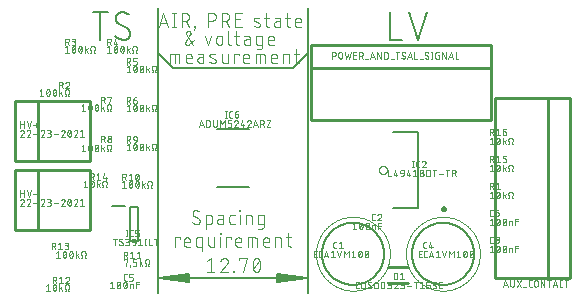
<source format=gbr>
G04 EAGLE Gerber RS-274X export*
G75*
%MOMM*%
%FSLAX34Y34*%
%LPD*%
%INSilkscreen Top*%
%IPPOS*%
%AMOC8*
5,1,8,0,0,1.08239X$1,22.5*%
G01*
%ADD10C,0.152400*%
%ADD11C,0.130000*%
%ADD12C,0.101600*%
%ADD13C,0.203200*%
%ADD14C,0.050000*%
%ADD15C,0.200000*%
%ADD16C,0.050800*%
%ADD17C,0.254000*%
%ADD18C,0.250000*%


D10*
X139700Y12700D02*
X139700Y215900D01*
X139700Y254000D01*
X266700Y254000D02*
X266700Y215900D01*
D11*
X139700Y44900D02*
X139700Y12700D01*
X266700Y12700D02*
X266700Y44900D01*
X266050Y25400D02*
X140350Y25400D01*
X165700Y28592D01*
X165700Y22208D01*
X140350Y25400D01*
X165700Y26700D01*
X165700Y24100D02*
X140350Y25400D01*
X165700Y28000D01*
X165700Y22800D02*
X140350Y25400D01*
X240700Y28592D02*
X266050Y25400D01*
X240700Y28592D02*
X240700Y22208D01*
X266050Y25400D01*
X240700Y26700D01*
X240700Y24100D02*
X266050Y25400D01*
X240700Y28000D01*
X240700Y22800D02*
X266050Y25400D01*
D12*
X184193Y42067D02*
X180947Y39471D01*
X184193Y42067D02*
X184193Y30383D01*
X187438Y30383D02*
X180947Y30383D01*
X195947Y42067D02*
X196054Y42065D01*
X196160Y42059D01*
X196266Y42049D01*
X196372Y42036D01*
X196478Y42018D01*
X196582Y41997D01*
X196686Y41972D01*
X196789Y41943D01*
X196890Y41911D01*
X196990Y41874D01*
X197089Y41834D01*
X197187Y41791D01*
X197283Y41744D01*
X197377Y41693D01*
X197469Y41639D01*
X197559Y41582D01*
X197647Y41522D01*
X197732Y41458D01*
X197815Y41391D01*
X197896Y41321D01*
X197974Y41249D01*
X198050Y41173D01*
X198122Y41095D01*
X198192Y41014D01*
X198259Y40931D01*
X198323Y40846D01*
X198383Y40758D01*
X198440Y40668D01*
X198494Y40576D01*
X198545Y40482D01*
X198592Y40386D01*
X198635Y40288D01*
X198675Y40189D01*
X198712Y40089D01*
X198744Y39988D01*
X198773Y39885D01*
X198798Y39781D01*
X198819Y39677D01*
X198837Y39571D01*
X198850Y39465D01*
X198860Y39359D01*
X198866Y39253D01*
X198868Y39146D01*
X195947Y42067D02*
X195826Y42065D01*
X195705Y42059D01*
X195585Y42049D01*
X195464Y42036D01*
X195345Y42018D01*
X195225Y41997D01*
X195107Y41972D01*
X194990Y41943D01*
X194873Y41910D01*
X194758Y41874D01*
X194644Y41833D01*
X194531Y41790D01*
X194419Y41742D01*
X194310Y41691D01*
X194202Y41636D01*
X194095Y41578D01*
X193991Y41517D01*
X193889Y41452D01*
X193789Y41384D01*
X193691Y41313D01*
X193595Y41239D01*
X193502Y41162D01*
X193412Y41081D01*
X193324Y40998D01*
X193239Y40912D01*
X193156Y40823D01*
X193077Y40732D01*
X193000Y40638D01*
X192927Y40542D01*
X192857Y40444D01*
X192790Y40343D01*
X192726Y40240D01*
X192666Y40135D01*
X192609Y40028D01*
X192555Y39920D01*
X192505Y39810D01*
X192459Y39698D01*
X192416Y39585D01*
X192377Y39470D01*
X197895Y36874D02*
X197974Y36951D01*
X198050Y37032D01*
X198123Y37115D01*
X198193Y37200D01*
X198260Y37288D01*
X198324Y37378D01*
X198384Y37470D01*
X198441Y37565D01*
X198495Y37661D01*
X198546Y37759D01*
X198593Y37859D01*
X198637Y37961D01*
X198677Y38064D01*
X198713Y38168D01*
X198745Y38274D01*
X198774Y38380D01*
X198799Y38488D01*
X198821Y38596D01*
X198838Y38706D01*
X198852Y38815D01*
X198861Y38925D01*
X198867Y39036D01*
X198869Y39146D01*
X197894Y36874D02*
X192377Y30383D01*
X198868Y30383D01*
X203299Y30383D02*
X203299Y31032D01*
X203948Y31032D01*
X203948Y30383D01*
X203299Y30383D01*
X208379Y40769D02*
X208379Y42067D01*
X214870Y42067D01*
X211624Y30383D01*
X219809Y36225D02*
X219812Y36455D01*
X219820Y36685D01*
X219834Y36914D01*
X219853Y37143D01*
X219878Y37372D01*
X219908Y37599D01*
X219943Y37827D01*
X219984Y38053D01*
X220030Y38278D01*
X220082Y38502D01*
X220139Y38724D01*
X220201Y38946D01*
X220269Y39165D01*
X220342Y39383D01*
X220420Y39600D01*
X220503Y39814D01*
X220591Y40026D01*
X220684Y40236D01*
X220783Y40444D01*
X220782Y40444D02*
X220815Y40534D01*
X220851Y40623D01*
X220891Y40711D01*
X220935Y40796D01*
X220982Y40880D01*
X221032Y40962D01*
X221086Y41042D01*
X221142Y41119D01*
X221202Y41195D01*
X221265Y41268D01*
X221330Y41338D01*
X221399Y41406D01*
X221470Y41470D01*
X221543Y41532D01*
X221619Y41591D01*
X221697Y41647D01*
X221778Y41700D01*
X221860Y41749D01*
X221944Y41795D01*
X222031Y41838D01*
X222118Y41877D01*
X222208Y41913D01*
X222298Y41945D01*
X222390Y41973D01*
X222483Y41998D01*
X222577Y42019D01*
X222671Y42036D01*
X222766Y42050D01*
X222862Y42059D01*
X222958Y42065D01*
X223054Y42067D01*
X223150Y42065D01*
X223246Y42059D01*
X223342Y42050D01*
X223437Y42036D01*
X223531Y42019D01*
X223625Y41998D01*
X223718Y41973D01*
X223810Y41945D01*
X223900Y41913D01*
X223990Y41877D01*
X224077Y41838D01*
X224164Y41795D01*
X224248Y41749D01*
X224330Y41700D01*
X224411Y41647D01*
X224489Y41591D01*
X224565Y41532D01*
X224638Y41470D01*
X224709Y41406D01*
X224778Y41338D01*
X224843Y41268D01*
X224906Y41195D01*
X224966Y41119D01*
X225022Y41042D01*
X225076Y40962D01*
X225126Y40880D01*
X225173Y40796D01*
X225217Y40711D01*
X225257Y40623D01*
X225293Y40534D01*
X225326Y40444D01*
X225327Y40444D02*
X225426Y40237D01*
X225519Y40027D01*
X225607Y39814D01*
X225690Y39600D01*
X225768Y39384D01*
X225841Y39166D01*
X225909Y38946D01*
X225971Y38725D01*
X226028Y38502D01*
X226080Y38278D01*
X226126Y38053D01*
X226167Y37827D01*
X226202Y37600D01*
X226232Y37372D01*
X226257Y37143D01*
X226276Y36914D01*
X226290Y36685D01*
X226298Y36455D01*
X226301Y36225D01*
X219809Y36225D02*
X219812Y35995D01*
X219820Y35765D01*
X219834Y35536D01*
X219853Y35307D01*
X219878Y35078D01*
X219908Y34850D01*
X219943Y34623D01*
X219984Y34397D01*
X220030Y34172D01*
X220082Y33948D01*
X220139Y33725D01*
X220201Y33504D01*
X220269Y33284D01*
X220342Y33066D01*
X220420Y32850D01*
X220503Y32636D01*
X220591Y32424D01*
X220684Y32213D01*
X220783Y32006D01*
X220782Y32006D02*
X220815Y31916D01*
X220851Y31827D01*
X220892Y31739D01*
X220935Y31654D01*
X220982Y31570D01*
X221032Y31488D01*
X221086Y31408D01*
X221142Y31331D01*
X221202Y31255D01*
X221265Y31182D01*
X221330Y31112D01*
X221399Y31044D01*
X221470Y30980D01*
X221543Y30918D01*
X221619Y30859D01*
X221697Y30803D01*
X221778Y30750D01*
X221860Y30701D01*
X221944Y30655D01*
X222031Y30612D01*
X222118Y30573D01*
X222208Y30537D01*
X222298Y30505D01*
X222390Y30477D01*
X222483Y30452D01*
X222577Y30431D01*
X222671Y30414D01*
X222766Y30400D01*
X222862Y30391D01*
X222958Y30385D01*
X223054Y30383D01*
X225326Y32006D02*
X225425Y32213D01*
X225518Y32424D01*
X225606Y32636D01*
X225689Y32850D01*
X225767Y33066D01*
X225840Y33284D01*
X225908Y33504D01*
X225970Y33725D01*
X226027Y33948D01*
X226079Y34172D01*
X226125Y34397D01*
X226166Y34623D01*
X226201Y34850D01*
X226231Y35078D01*
X226256Y35307D01*
X226275Y35536D01*
X226289Y35765D01*
X226297Y35995D01*
X226300Y36225D01*
X225326Y32006D02*
X225293Y31916D01*
X225257Y31827D01*
X225217Y31739D01*
X225173Y31654D01*
X225126Y31570D01*
X225076Y31488D01*
X225022Y31408D01*
X224966Y31331D01*
X224906Y31255D01*
X224843Y31182D01*
X224778Y31112D01*
X224709Y31044D01*
X224638Y30980D01*
X224565Y30918D01*
X224489Y30859D01*
X224411Y30803D01*
X224330Y30750D01*
X224248Y30701D01*
X224164Y30655D01*
X224077Y30612D01*
X223990Y30573D01*
X223900Y30537D01*
X223810Y30505D01*
X223718Y30477D01*
X223625Y30452D01*
X223531Y30431D01*
X223437Y30414D01*
X223342Y30400D01*
X223246Y30391D01*
X223150Y30385D01*
X223054Y30383D01*
X220458Y32979D02*
X225651Y39471D01*
X175147Y73589D02*
X175145Y73490D01*
X175139Y73390D01*
X175130Y73291D01*
X175117Y73193D01*
X175100Y73095D01*
X175079Y72997D01*
X175054Y72901D01*
X175026Y72806D01*
X174994Y72712D01*
X174959Y72619D01*
X174920Y72527D01*
X174877Y72437D01*
X174832Y72349D01*
X174782Y72262D01*
X174730Y72178D01*
X174674Y72095D01*
X174616Y72015D01*
X174554Y71937D01*
X174489Y71862D01*
X174421Y71789D01*
X174351Y71719D01*
X174278Y71651D01*
X174203Y71586D01*
X174125Y71524D01*
X174045Y71466D01*
X173962Y71410D01*
X173878Y71358D01*
X173791Y71308D01*
X173703Y71263D01*
X173613Y71220D01*
X173521Y71181D01*
X173428Y71146D01*
X173334Y71114D01*
X173239Y71086D01*
X173143Y71061D01*
X173045Y71040D01*
X172947Y71023D01*
X172849Y71010D01*
X172750Y71001D01*
X172650Y70995D01*
X172551Y70993D01*
X172407Y70995D01*
X172262Y71001D01*
X172118Y71010D01*
X171975Y71023D01*
X171831Y71040D01*
X171688Y71061D01*
X171546Y71086D01*
X171405Y71114D01*
X171264Y71146D01*
X171124Y71182D01*
X170985Y71221D01*
X170847Y71264D01*
X170711Y71311D01*
X170575Y71361D01*
X170441Y71415D01*
X170309Y71472D01*
X170178Y71533D01*
X170049Y71597D01*
X169921Y71665D01*
X169795Y71735D01*
X169671Y71810D01*
X169550Y71887D01*
X169430Y71968D01*
X169312Y72051D01*
X169197Y72138D01*
X169084Y72228D01*
X168973Y72321D01*
X168865Y72416D01*
X168759Y72515D01*
X168656Y72616D01*
X168981Y80081D02*
X168983Y80180D01*
X168989Y80280D01*
X168998Y80379D01*
X169011Y80477D01*
X169028Y80575D01*
X169049Y80673D01*
X169074Y80769D01*
X169102Y80864D01*
X169134Y80958D01*
X169169Y81051D01*
X169208Y81143D01*
X169251Y81233D01*
X169296Y81321D01*
X169346Y81408D01*
X169398Y81492D01*
X169454Y81575D01*
X169512Y81655D01*
X169574Y81733D01*
X169639Y81808D01*
X169707Y81881D01*
X169777Y81951D01*
X169850Y82019D01*
X169925Y82084D01*
X170003Y82146D01*
X170083Y82204D01*
X170166Y82260D01*
X170250Y82312D01*
X170337Y82362D01*
X170425Y82407D01*
X170515Y82450D01*
X170607Y82489D01*
X170700Y82524D01*
X170794Y82556D01*
X170889Y82584D01*
X170986Y82609D01*
X171083Y82630D01*
X171181Y82647D01*
X171279Y82660D01*
X171378Y82669D01*
X171478Y82675D01*
X171577Y82677D01*
X171713Y82675D01*
X171849Y82669D01*
X171985Y82660D01*
X172121Y82647D01*
X172256Y82629D01*
X172390Y82609D01*
X172524Y82584D01*
X172658Y82556D01*
X172790Y82523D01*
X172921Y82488D01*
X173052Y82448D01*
X173181Y82405D01*
X173309Y82359D01*
X173435Y82308D01*
X173561Y82255D01*
X173684Y82197D01*
X173806Y82137D01*
X173926Y82073D01*
X174045Y82005D01*
X174161Y81935D01*
X174275Y81861D01*
X174388Y81784D01*
X174498Y81703D01*
X170279Y77809D02*
X170193Y77862D01*
X170109Y77919D01*
X170027Y77978D01*
X169947Y78041D01*
X169870Y78107D01*
X169795Y78175D01*
X169723Y78247D01*
X169654Y78321D01*
X169588Y78398D01*
X169525Y78477D01*
X169465Y78559D01*
X169408Y78643D01*
X169354Y78729D01*
X169304Y78817D01*
X169257Y78907D01*
X169213Y78998D01*
X169174Y79092D01*
X169137Y79186D01*
X169105Y79282D01*
X169076Y79380D01*
X169051Y79478D01*
X169030Y79577D01*
X169012Y79677D01*
X168999Y79777D01*
X168989Y79878D01*
X168983Y79980D01*
X168981Y80081D01*
X173849Y75861D02*
X173935Y75808D01*
X174019Y75751D01*
X174101Y75692D01*
X174181Y75629D01*
X174258Y75563D01*
X174333Y75495D01*
X174405Y75423D01*
X174474Y75349D01*
X174540Y75272D01*
X174603Y75193D01*
X174663Y75111D01*
X174720Y75027D01*
X174774Y74941D01*
X174824Y74853D01*
X174871Y74763D01*
X174915Y74672D01*
X174954Y74578D01*
X174991Y74484D01*
X175023Y74388D01*
X175052Y74290D01*
X175077Y74192D01*
X175098Y74093D01*
X175116Y73993D01*
X175129Y73893D01*
X175139Y73792D01*
X175145Y73690D01*
X175147Y73589D01*
X173849Y75861D02*
X170279Y77809D01*
X180032Y78782D02*
X180032Y67098D01*
X180032Y78782D02*
X183278Y78782D01*
X183365Y78780D01*
X183453Y78774D01*
X183539Y78764D01*
X183626Y78751D01*
X183711Y78733D01*
X183796Y78712D01*
X183880Y78687D01*
X183962Y78658D01*
X184043Y78625D01*
X184123Y78589D01*
X184201Y78550D01*
X184277Y78506D01*
X184351Y78460D01*
X184422Y78410D01*
X184492Y78357D01*
X184559Y78301D01*
X184623Y78242D01*
X184685Y78181D01*
X184744Y78116D01*
X184800Y78049D01*
X184853Y77979D01*
X184903Y77908D01*
X184949Y77834D01*
X184993Y77758D01*
X185032Y77680D01*
X185068Y77600D01*
X185101Y77519D01*
X185130Y77437D01*
X185155Y77353D01*
X185176Y77268D01*
X185194Y77183D01*
X185207Y77096D01*
X185217Y77010D01*
X185223Y76922D01*
X185225Y76835D01*
X185225Y72940D01*
X185223Y72853D01*
X185217Y72765D01*
X185207Y72679D01*
X185194Y72592D01*
X185176Y72507D01*
X185155Y72422D01*
X185130Y72338D01*
X185101Y72256D01*
X185068Y72175D01*
X185032Y72095D01*
X184993Y72017D01*
X184949Y71941D01*
X184903Y71867D01*
X184853Y71796D01*
X184800Y71726D01*
X184744Y71659D01*
X184685Y71595D01*
X184623Y71533D01*
X184559Y71474D01*
X184492Y71418D01*
X184422Y71365D01*
X184351Y71315D01*
X184277Y71269D01*
X184201Y71225D01*
X184123Y71186D01*
X184043Y71150D01*
X183962Y71117D01*
X183880Y71088D01*
X183796Y71063D01*
X183711Y71042D01*
X183626Y71024D01*
X183539Y71011D01*
X183453Y71001D01*
X183365Y70995D01*
X183278Y70993D01*
X180032Y70993D01*
X192092Y75537D02*
X195013Y75537D01*
X192092Y75537D02*
X191998Y75535D01*
X191904Y75529D01*
X191811Y75520D01*
X191718Y75506D01*
X191626Y75489D01*
X191534Y75467D01*
X191444Y75443D01*
X191354Y75414D01*
X191266Y75382D01*
X191179Y75346D01*
X191094Y75306D01*
X191011Y75263D01*
X190929Y75217D01*
X190849Y75167D01*
X190772Y75114D01*
X190697Y75058D01*
X190624Y74999D01*
X190553Y74937D01*
X190485Y74872D01*
X190420Y74804D01*
X190358Y74733D01*
X190299Y74660D01*
X190243Y74585D01*
X190190Y74508D01*
X190140Y74428D01*
X190094Y74346D01*
X190051Y74263D01*
X190011Y74178D01*
X189975Y74091D01*
X189943Y74003D01*
X189914Y73913D01*
X189890Y73823D01*
X189868Y73731D01*
X189851Y73639D01*
X189837Y73546D01*
X189828Y73453D01*
X189822Y73359D01*
X189820Y73265D01*
X189822Y73171D01*
X189828Y73077D01*
X189837Y72984D01*
X189851Y72891D01*
X189868Y72799D01*
X189890Y72707D01*
X189914Y72617D01*
X189943Y72527D01*
X189975Y72439D01*
X190011Y72352D01*
X190051Y72267D01*
X190094Y72184D01*
X190140Y72102D01*
X190190Y72022D01*
X190243Y71945D01*
X190299Y71870D01*
X190358Y71797D01*
X190420Y71726D01*
X190485Y71658D01*
X190553Y71593D01*
X190624Y71531D01*
X190697Y71472D01*
X190772Y71416D01*
X190849Y71363D01*
X190929Y71313D01*
X191011Y71267D01*
X191094Y71224D01*
X191179Y71184D01*
X191266Y71148D01*
X191354Y71116D01*
X191444Y71087D01*
X191534Y71063D01*
X191626Y71041D01*
X191718Y71024D01*
X191811Y71010D01*
X191904Y71001D01*
X191998Y70995D01*
X192092Y70993D01*
X195013Y70993D01*
X195013Y76835D01*
X195011Y76922D01*
X195005Y77010D01*
X194995Y77096D01*
X194982Y77183D01*
X194964Y77268D01*
X194943Y77353D01*
X194918Y77437D01*
X194889Y77519D01*
X194856Y77600D01*
X194820Y77680D01*
X194781Y77758D01*
X194737Y77834D01*
X194691Y77908D01*
X194641Y77979D01*
X194588Y78049D01*
X194532Y78116D01*
X194473Y78180D01*
X194411Y78242D01*
X194347Y78301D01*
X194280Y78357D01*
X194210Y78410D01*
X194139Y78460D01*
X194065Y78506D01*
X193989Y78550D01*
X193911Y78589D01*
X193831Y78625D01*
X193750Y78658D01*
X193668Y78687D01*
X193584Y78712D01*
X193499Y78733D01*
X193414Y78751D01*
X193327Y78764D01*
X193241Y78774D01*
X193153Y78780D01*
X193066Y78782D01*
X190469Y78782D01*
X202127Y70993D02*
X204723Y70993D01*
X202127Y70993D02*
X202040Y70995D01*
X201952Y71001D01*
X201866Y71011D01*
X201779Y71024D01*
X201694Y71042D01*
X201609Y71063D01*
X201525Y71088D01*
X201443Y71117D01*
X201362Y71150D01*
X201282Y71186D01*
X201204Y71225D01*
X201128Y71269D01*
X201054Y71315D01*
X200983Y71365D01*
X200913Y71418D01*
X200846Y71474D01*
X200782Y71533D01*
X200720Y71595D01*
X200661Y71659D01*
X200605Y71726D01*
X200552Y71796D01*
X200502Y71867D01*
X200456Y71941D01*
X200412Y72017D01*
X200373Y72095D01*
X200337Y72175D01*
X200304Y72256D01*
X200275Y72338D01*
X200250Y72422D01*
X200229Y72507D01*
X200211Y72592D01*
X200198Y72679D01*
X200188Y72765D01*
X200182Y72853D01*
X200180Y72940D01*
X200179Y72940D02*
X200179Y76835D01*
X200180Y76835D02*
X200182Y76922D01*
X200188Y77010D01*
X200198Y77096D01*
X200211Y77183D01*
X200229Y77268D01*
X200250Y77353D01*
X200275Y77437D01*
X200304Y77519D01*
X200337Y77600D01*
X200373Y77680D01*
X200412Y77758D01*
X200456Y77834D01*
X200502Y77908D01*
X200552Y77979D01*
X200605Y78049D01*
X200661Y78116D01*
X200720Y78180D01*
X200782Y78242D01*
X200846Y78301D01*
X200913Y78357D01*
X200983Y78410D01*
X201054Y78460D01*
X201128Y78506D01*
X201204Y78550D01*
X201282Y78589D01*
X201362Y78625D01*
X201443Y78658D01*
X201525Y78687D01*
X201609Y78712D01*
X201694Y78733D01*
X201779Y78751D01*
X201866Y78764D01*
X201952Y78774D01*
X202040Y78780D01*
X202127Y78782D01*
X204723Y78782D01*
X208859Y78782D02*
X208859Y70993D01*
X208534Y82028D02*
X208534Y82677D01*
X209183Y82677D01*
X209183Y82028D01*
X208534Y82028D01*
X213882Y78782D02*
X213882Y70993D01*
X213882Y78782D02*
X217128Y78782D01*
X217215Y78780D01*
X217303Y78774D01*
X217389Y78764D01*
X217476Y78751D01*
X217561Y78733D01*
X217646Y78712D01*
X217730Y78687D01*
X217812Y78658D01*
X217893Y78625D01*
X217973Y78589D01*
X218051Y78550D01*
X218127Y78506D01*
X218201Y78460D01*
X218272Y78410D01*
X218342Y78357D01*
X218409Y78301D01*
X218473Y78242D01*
X218535Y78181D01*
X218594Y78116D01*
X218650Y78049D01*
X218703Y77979D01*
X218753Y77908D01*
X218799Y77834D01*
X218843Y77758D01*
X218882Y77680D01*
X218918Y77600D01*
X218951Y77519D01*
X218980Y77437D01*
X219005Y77353D01*
X219026Y77268D01*
X219044Y77183D01*
X219057Y77096D01*
X219067Y77010D01*
X219073Y76922D01*
X219075Y76835D01*
X219075Y70993D01*
X226057Y70993D02*
X229303Y70993D01*
X226057Y70993D02*
X225970Y70995D01*
X225882Y71001D01*
X225796Y71011D01*
X225709Y71024D01*
X225624Y71042D01*
X225539Y71063D01*
X225455Y71088D01*
X225373Y71117D01*
X225292Y71150D01*
X225212Y71186D01*
X225134Y71225D01*
X225058Y71269D01*
X224984Y71315D01*
X224913Y71365D01*
X224843Y71418D01*
X224776Y71474D01*
X224712Y71533D01*
X224650Y71595D01*
X224591Y71659D01*
X224535Y71726D01*
X224482Y71796D01*
X224432Y71867D01*
X224386Y71941D01*
X224342Y72017D01*
X224303Y72095D01*
X224267Y72175D01*
X224234Y72256D01*
X224205Y72338D01*
X224180Y72422D01*
X224159Y72507D01*
X224141Y72592D01*
X224128Y72679D01*
X224118Y72765D01*
X224112Y72853D01*
X224110Y72940D01*
X224110Y76835D01*
X224112Y76922D01*
X224118Y77010D01*
X224128Y77096D01*
X224141Y77183D01*
X224159Y77268D01*
X224180Y77353D01*
X224205Y77437D01*
X224234Y77519D01*
X224267Y77600D01*
X224303Y77680D01*
X224342Y77758D01*
X224386Y77834D01*
X224432Y77908D01*
X224482Y77979D01*
X224535Y78049D01*
X224591Y78116D01*
X224650Y78180D01*
X224712Y78242D01*
X224776Y78301D01*
X224843Y78357D01*
X224913Y78410D01*
X224984Y78460D01*
X225058Y78506D01*
X225134Y78550D01*
X225212Y78589D01*
X225292Y78625D01*
X225373Y78658D01*
X225455Y78687D01*
X225539Y78712D01*
X225624Y78733D01*
X225709Y78751D01*
X225796Y78764D01*
X225882Y78774D01*
X225970Y78780D01*
X226057Y78782D01*
X229303Y78782D01*
X229303Y69046D01*
X229301Y68959D01*
X229295Y68871D01*
X229285Y68785D01*
X229272Y68698D01*
X229254Y68613D01*
X229233Y68528D01*
X229208Y68444D01*
X229179Y68362D01*
X229146Y68281D01*
X229110Y68201D01*
X229071Y68123D01*
X229027Y68047D01*
X228981Y67973D01*
X228931Y67902D01*
X228878Y67832D01*
X228822Y67765D01*
X228763Y67701D01*
X228702Y67639D01*
X228637Y67580D01*
X228570Y67524D01*
X228500Y67471D01*
X228429Y67421D01*
X228355Y67375D01*
X228279Y67331D01*
X228201Y67292D01*
X228121Y67256D01*
X228040Y67223D01*
X227958Y67194D01*
X227874Y67169D01*
X227789Y67148D01*
X227704Y67130D01*
X227617Y67117D01*
X227531Y67107D01*
X227443Y67101D01*
X227356Y67099D01*
X227356Y67098D02*
X224759Y67098D01*
X154145Y59732D02*
X154145Y51943D01*
X154145Y59732D02*
X158039Y59732D01*
X158039Y58434D01*
X163645Y51943D02*
X166891Y51943D01*
X163645Y51943D02*
X163558Y51945D01*
X163470Y51951D01*
X163384Y51961D01*
X163297Y51974D01*
X163212Y51992D01*
X163127Y52013D01*
X163043Y52038D01*
X162961Y52067D01*
X162880Y52100D01*
X162800Y52136D01*
X162722Y52175D01*
X162646Y52219D01*
X162572Y52265D01*
X162501Y52315D01*
X162431Y52368D01*
X162364Y52424D01*
X162300Y52483D01*
X162238Y52545D01*
X162179Y52609D01*
X162123Y52676D01*
X162070Y52746D01*
X162020Y52817D01*
X161974Y52891D01*
X161930Y52967D01*
X161891Y53045D01*
X161855Y53125D01*
X161822Y53206D01*
X161793Y53288D01*
X161768Y53372D01*
X161747Y53457D01*
X161729Y53542D01*
X161716Y53629D01*
X161706Y53715D01*
X161700Y53803D01*
X161698Y53890D01*
X161698Y57136D01*
X161699Y57136D02*
X161701Y57237D01*
X161707Y57337D01*
X161717Y57437D01*
X161730Y57537D01*
X161748Y57636D01*
X161769Y57735D01*
X161794Y57832D01*
X161823Y57929D01*
X161856Y58024D01*
X161892Y58118D01*
X161932Y58210D01*
X161975Y58301D01*
X162022Y58390D01*
X162072Y58477D01*
X162126Y58563D01*
X162183Y58646D01*
X162243Y58726D01*
X162306Y58805D01*
X162373Y58881D01*
X162442Y58954D01*
X162514Y59024D01*
X162588Y59092D01*
X162665Y59157D01*
X162745Y59218D01*
X162827Y59277D01*
X162911Y59332D01*
X162997Y59384D01*
X163085Y59433D01*
X163175Y59478D01*
X163267Y59520D01*
X163360Y59558D01*
X163455Y59592D01*
X163550Y59623D01*
X163647Y59650D01*
X163745Y59673D01*
X163844Y59693D01*
X163944Y59708D01*
X164044Y59720D01*
X164144Y59728D01*
X164245Y59732D01*
X164345Y59732D01*
X164446Y59728D01*
X164546Y59720D01*
X164646Y59708D01*
X164746Y59693D01*
X164845Y59673D01*
X164943Y59650D01*
X165040Y59623D01*
X165135Y59592D01*
X165230Y59558D01*
X165323Y59520D01*
X165415Y59478D01*
X165505Y59433D01*
X165593Y59384D01*
X165679Y59332D01*
X165763Y59277D01*
X165845Y59218D01*
X165925Y59157D01*
X166002Y59092D01*
X166076Y59024D01*
X166148Y58954D01*
X166217Y58881D01*
X166284Y58805D01*
X166347Y58726D01*
X166407Y58646D01*
X166464Y58563D01*
X166518Y58477D01*
X166568Y58390D01*
X166615Y58301D01*
X166658Y58210D01*
X166698Y58118D01*
X166734Y58024D01*
X166767Y57929D01*
X166796Y57832D01*
X166821Y57735D01*
X166842Y57636D01*
X166860Y57537D01*
X166873Y57437D01*
X166883Y57337D01*
X166889Y57237D01*
X166891Y57136D01*
X166891Y55838D01*
X161698Y55838D01*
X176738Y59732D02*
X176738Y48048D01*
X176738Y59732D02*
X173493Y59732D01*
X173406Y59730D01*
X173318Y59724D01*
X173232Y59714D01*
X173145Y59701D01*
X173060Y59683D01*
X172975Y59662D01*
X172891Y59637D01*
X172809Y59608D01*
X172728Y59575D01*
X172648Y59539D01*
X172570Y59500D01*
X172494Y59456D01*
X172420Y59410D01*
X172349Y59360D01*
X172279Y59307D01*
X172212Y59251D01*
X172148Y59192D01*
X172086Y59130D01*
X172027Y59066D01*
X171971Y58999D01*
X171918Y58929D01*
X171868Y58858D01*
X171822Y58784D01*
X171778Y58708D01*
X171739Y58630D01*
X171703Y58550D01*
X171670Y58469D01*
X171641Y58387D01*
X171616Y58303D01*
X171595Y58218D01*
X171577Y58133D01*
X171564Y58046D01*
X171554Y57960D01*
X171548Y57872D01*
X171546Y57785D01*
X171545Y57785D02*
X171545Y53890D01*
X171546Y53890D02*
X171548Y53803D01*
X171554Y53715D01*
X171564Y53629D01*
X171577Y53542D01*
X171595Y53457D01*
X171616Y53372D01*
X171641Y53288D01*
X171670Y53206D01*
X171703Y53125D01*
X171739Y53045D01*
X171778Y52967D01*
X171822Y52891D01*
X171868Y52817D01*
X171918Y52746D01*
X171971Y52676D01*
X172027Y52609D01*
X172086Y52545D01*
X172148Y52483D01*
X172212Y52424D01*
X172279Y52368D01*
X172349Y52315D01*
X172420Y52265D01*
X172494Y52219D01*
X172570Y52175D01*
X172648Y52136D01*
X172728Y52100D01*
X172809Y52067D01*
X172891Y52038D01*
X172975Y52013D01*
X173060Y51992D01*
X173145Y51974D01*
X173232Y51961D01*
X173318Y51951D01*
X173406Y51945D01*
X173493Y51943D01*
X176738Y51943D01*
X182272Y53890D02*
X182272Y59732D01*
X182272Y53890D02*
X182274Y53803D01*
X182280Y53715D01*
X182290Y53629D01*
X182303Y53542D01*
X182321Y53457D01*
X182342Y53372D01*
X182367Y53288D01*
X182396Y53206D01*
X182429Y53125D01*
X182465Y53045D01*
X182504Y52967D01*
X182548Y52891D01*
X182594Y52817D01*
X182644Y52746D01*
X182697Y52676D01*
X182753Y52609D01*
X182812Y52545D01*
X182874Y52483D01*
X182938Y52424D01*
X183005Y52368D01*
X183075Y52315D01*
X183146Y52265D01*
X183220Y52219D01*
X183296Y52175D01*
X183374Y52136D01*
X183454Y52100D01*
X183535Y52067D01*
X183617Y52038D01*
X183701Y52013D01*
X183786Y51992D01*
X183871Y51974D01*
X183958Y51961D01*
X184044Y51951D01*
X184132Y51945D01*
X184219Y51943D01*
X187465Y51943D01*
X187465Y59732D01*
X192489Y59732D02*
X192489Y51943D01*
X192164Y62978D02*
X192164Y63627D01*
X192813Y63627D01*
X192813Y62978D01*
X192164Y62978D01*
X197579Y59732D02*
X197579Y51943D01*
X197579Y59732D02*
X201473Y59732D01*
X201473Y58434D01*
X207079Y51943D02*
X210325Y51943D01*
X207079Y51943D02*
X206992Y51945D01*
X206904Y51951D01*
X206818Y51961D01*
X206731Y51974D01*
X206646Y51992D01*
X206561Y52013D01*
X206477Y52038D01*
X206395Y52067D01*
X206314Y52100D01*
X206234Y52136D01*
X206156Y52175D01*
X206080Y52219D01*
X206006Y52265D01*
X205935Y52315D01*
X205865Y52368D01*
X205798Y52424D01*
X205734Y52483D01*
X205672Y52545D01*
X205613Y52609D01*
X205557Y52676D01*
X205504Y52746D01*
X205454Y52817D01*
X205408Y52891D01*
X205364Y52967D01*
X205325Y53045D01*
X205289Y53125D01*
X205256Y53206D01*
X205227Y53288D01*
X205202Y53372D01*
X205181Y53457D01*
X205163Y53542D01*
X205150Y53629D01*
X205140Y53715D01*
X205134Y53803D01*
X205132Y53890D01*
X205132Y57136D01*
X205133Y57136D02*
X205135Y57237D01*
X205141Y57337D01*
X205151Y57437D01*
X205164Y57537D01*
X205182Y57636D01*
X205203Y57735D01*
X205228Y57832D01*
X205257Y57929D01*
X205290Y58024D01*
X205326Y58118D01*
X205366Y58210D01*
X205409Y58301D01*
X205456Y58390D01*
X205506Y58477D01*
X205560Y58563D01*
X205617Y58646D01*
X205677Y58726D01*
X205740Y58805D01*
X205807Y58881D01*
X205876Y58954D01*
X205948Y59024D01*
X206022Y59092D01*
X206099Y59157D01*
X206179Y59218D01*
X206261Y59277D01*
X206345Y59332D01*
X206431Y59384D01*
X206519Y59433D01*
X206609Y59478D01*
X206701Y59520D01*
X206794Y59558D01*
X206889Y59592D01*
X206984Y59623D01*
X207081Y59650D01*
X207179Y59673D01*
X207278Y59693D01*
X207378Y59708D01*
X207478Y59720D01*
X207578Y59728D01*
X207679Y59732D01*
X207779Y59732D01*
X207880Y59728D01*
X207980Y59720D01*
X208080Y59708D01*
X208180Y59693D01*
X208279Y59673D01*
X208377Y59650D01*
X208474Y59623D01*
X208569Y59592D01*
X208664Y59558D01*
X208757Y59520D01*
X208849Y59478D01*
X208939Y59433D01*
X209027Y59384D01*
X209113Y59332D01*
X209197Y59277D01*
X209279Y59218D01*
X209359Y59157D01*
X209436Y59092D01*
X209510Y59024D01*
X209582Y58954D01*
X209651Y58881D01*
X209718Y58805D01*
X209781Y58726D01*
X209841Y58646D01*
X209898Y58563D01*
X209952Y58477D01*
X210002Y58390D01*
X210049Y58301D01*
X210092Y58210D01*
X210132Y58118D01*
X210168Y58024D01*
X210201Y57929D01*
X210230Y57832D01*
X210255Y57735D01*
X210276Y57636D01*
X210294Y57537D01*
X210307Y57437D01*
X210317Y57337D01*
X210323Y57237D01*
X210325Y57136D01*
X210325Y55838D01*
X205132Y55838D01*
X215645Y59732D02*
X215645Y51943D01*
X215645Y59732D02*
X221487Y59732D01*
X221574Y59730D01*
X221662Y59724D01*
X221748Y59714D01*
X221835Y59701D01*
X221920Y59683D01*
X222005Y59662D01*
X222089Y59637D01*
X222171Y59608D01*
X222252Y59575D01*
X222332Y59539D01*
X222410Y59500D01*
X222486Y59456D01*
X222560Y59410D01*
X222631Y59360D01*
X222701Y59307D01*
X222768Y59251D01*
X222832Y59192D01*
X222894Y59130D01*
X222953Y59066D01*
X223009Y58999D01*
X223062Y58929D01*
X223112Y58858D01*
X223158Y58784D01*
X223202Y58708D01*
X223241Y58630D01*
X223277Y58550D01*
X223310Y58469D01*
X223339Y58387D01*
X223364Y58303D01*
X223385Y58218D01*
X223403Y58133D01*
X223416Y58046D01*
X223426Y57960D01*
X223432Y57872D01*
X223434Y57785D01*
X223434Y51943D01*
X219540Y51943D02*
X219540Y59732D01*
X230701Y51943D02*
X233947Y51943D01*
X230701Y51943D02*
X230614Y51945D01*
X230526Y51951D01*
X230440Y51961D01*
X230353Y51974D01*
X230268Y51992D01*
X230183Y52013D01*
X230099Y52038D01*
X230017Y52067D01*
X229936Y52100D01*
X229856Y52136D01*
X229778Y52175D01*
X229702Y52219D01*
X229628Y52265D01*
X229557Y52315D01*
X229487Y52368D01*
X229420Y52424D01*
X229356Y52483D01*
X229294Y52545D01*
X229235Y52609D01*
X229179Y52676D01*
X229126Y52746D01*
X229076Y52817D01*
X229030Y52891D01*
X228986Y52967D01*
X228947Y53045D01*
X228911Y53125D01*
X228878Y53206D01*
X228849Y53288D01*
X228824Y53372D01*
X228803Y53457D01*
X228785Y53542D01*
X228772Y53629D01*
X228762Y53715D01*
X228756Y53803D01*
X228754Y53890D01*
X228754Y57136D01*
X228755Y57136D02*
X228757Y57237D01*
X228763Y57337D01*
X228773Y57437D01*
X228786Y57537D01*
X228804Y57636D01*
X228825Y57735D01*
X228850Y57832D01*
X228879Y57929D01*
X228912Y58024D01*
X228948Y58118D01*
X228988Y58210D01*
X229031Y58301D01*
X229078Y58390D01*
X229128Y58477D01*
X229182Y58563D01*
X229239Y58646D01*
X229299Y58726D01*
X229362Y58805D01*
X229429Y58881D01*
X229498Y58954D01*
X229570Y59024D01*
X229644Y59092D01*
X229721Y59157D01*
X229801Y59218D01*
X229883Y59277D01*
X229967Y59332D01*
X230053Y59384D01*
X230141Y59433D01*
X230231Y59478D01*
X230323Y59520D01*
X230416Y59558D01*
X230511Y59592D01*
X230606Y59623D01*
X230703Y59650D01*
X230801Y59673D01*
X230900Y59693D01*
X231000Y59708D01*
X231100Y59720D01*
X231200Y59728D01*
X231301Y59732D01*
X231401Y59732D01*
X231502Y59728D01*
X231602Y59720D01*
X231702Y59708D01*
X231802Y59693D01*
X231901Y59673D01*
X231999Y59650D01*
X232096Y59623D01*
X232191Y59592D01*
X232286Y59558D01*
X232379Y59520D01*
X232471Y59478D01*
X232561Y59433D01*
X232649Y59384D01*
X232735Y59332D01*
X232819Y59277D01*
X232901Y59218D01*
X232981Y59157D01*
X233058Y59092D01*
X233132Y59024D01*
X233204Y58954D01*
X233273Y58881D01*
X233340Y58805D01*
X233403Y58726D01*
X233463Y58646D01*
X233520Y58563D01*
X233574Y58477D01*
X233624Y58390D01*
X233671Y58301D01*
X233714Y58210D01*
X233754Y58118D01*
X233790Y58024D01*
X233823Y57929D01*
X233852Y57832D01*
X233877Y57735D01*
X233898Y57636D01*
X233916Y57537D01*
X233929Y57437D01*
X233939Y57337D01*
X233945Y57237D01*
X233947Y57136D01*
X233947Y55838D01*
X228754Y55838D01*
X239041Y51943D02*
X239041Y59732D01*
X242287Y59732D01*
X242374Y59730D01*
X242462Y59724D01*
X242548Y59714D01*
X242635Y59701D01*
X242720Y59683D01*
X242805Y59662D01*
X242889Y59637D01*
X242971Y59608D01*
X243052Y59575D01*
X243132Y59539D01*
X243210Y59500D01*
X243286Y59456D01*
X243360Y59410D01*
X243431Y59360D01*
X243501Y59307D01*
X243568Y59251D01*
X243632Y59192D01*
X243694Y59131D01*
X243753Y59066D01*
X243809Y58999D01*
X243862Y58929D01*
X243912Y58858D01*
X243958Y58784D01*
X244002Y58708D01*
X244041Y58630D01*
X244077Y58550D01*
X244110Y58469D01*
X244139Y58387D01*
X244164Y58303D01*
X244185Y58218D01*
X244203Y58133D01*
X244216Y58046D01*
X244226Y57960D01*
X244232Y57872D01*
X244234Y57785D01*
X244234Y51943D01*
X248361Y59732D02*
X252255Y59732D01*
X249659Y63627D02*
X249659Y53890D01*
X249661Y53803D01*
X249667Y53715D01*
X249677Y53629D01*
X249690Y53542D01*
X249708Y53457D01*
X249729Y53372D01*
X249754Y53288D01*
X249783Y53206D01*
X249816Y53125D01*
X249852Y53045D01*
X249891Y52967D01*
X249935Y52891D01*
X249981Y52817D01*
X250031Y52746D01*
X250084Y52676D01*
X250140Y52609D01*
X250199Y52545D01*
X250261Y52483D01*
X250325Y52424D01*
X250392Y52368D01*
X250462Y52315D01*
X250533Y52265D01*
X250607Y52219D01*
X250683Y52175D01*
X250761Y52136D01*
X250841Y52100D01*
X250922Y52067D01*
X251004Y52038D01*
X251088Y52013D01*
X251173Y51992D01*
X251258Y51974D01*
X251345Y51961D01*
X251431Y51951D01*
X251519Y51945D01*
X251606Y51943D01*
X252255Y51943D01*
X140265Y237998D02*
X144159Y249682D01*
X148054Y237998D01*
X147080Y240919D02*
X141238Y240919D01*
X153303Y237998D02*
X153303Y249682D01*
X152005Y237998D02*
X154601Y237998D01*
X154601Y249682D02*
X152005Y249682D01*
X159656Y249682D02*
X159656Y237998D01*
X159656Y249682D02*
X162902Y249682D01*
X163015Y249680D01*
X163128Y249674D01*
X163241Y249664D01*
X163354Y249650D01*
X163466Y249633D01*
X163577Y249611D01*
X163687Y249586D01*
X163797Y249556D01*
X163905Y249523D01*
X164012Y249486D01*
X164118Y249446D01*
X164222Y249401D01*
X164325Y249353D01*
X164426Y249302D01*
X164525Y249247D01*
X164622Y249189D01*
X164717Y249127D01*
X164810Y249062D01*
X164900Y248994D01*
X164988Y248923D01*
X165074Y248848D01*
X165157Y248771D01*
X165237Y248691D01*
X165314Y248608D01*
X165389Y248522D01*
X165460Y248434D01*
X165528Y248344D01*
X165593Y248251D01*
X165655Y248156D01*
X165713Y248059D01*
X165768Y247960D01*
X165819Y247859D01*
X165867Y247756D01*
X165912Y247652D01*
X165952Y247546D01*
X165989Y247439D01*
X166022Y247331D01*
X166052Y247221D01*
X166077Y247111D01*
X166099Y247000D01*
X166116Y246888D01*
X166130Y246775D01*
X166140Y246662D01*
X166146Y246549D01*
X166148Y246436D01*
X166146Y246323D01*
X166140Y246210D01*
X166130Y246097D01*
X166116Y245984D01*
X166099Y245872D01*
X166077Y245761D01*
X166052Y245651D01*
X166022Y245541D01*
X165989Y245433D01*
X165952Y245326D01*
X165912Y245220D01*
X165867Y245116D01*
X165819Y245013D01*
X165768Y244912D01*
X165713Y244813D01*
X165655Y244716D01*
X165593Y244621D01*
X165528Y244528D01*
X165460Y244438D01*
X165389Y244350D01*
X165314Y244264D01*
X165237Y244181D01*
X165157Y244101D01*
X165074Y244024D01*
X164988Y243949D01*
X164900Y243878D01*
X164810Y243810D01*
X164717Y243745D01*
X164622Y243683D01*
X164525Y243625D01*
X164426Y243570D01*
X164325Y243519D01*
X164222Y243471D01*
X164118Y243426D01*
X164012Y243386D01*
X163905Y243349D01*
X163797Y243316D01*
X163687Y243286D01*
X163577Y243261D01*
X163466Y243239D01*
X163354Y243222D01*
X163241Y243208D01*
X163128Y243198D01*
X163015Y243192D01*
X162902Y243190D01*
X162902Y243191D02*
X159656Y243191D01*
X163551Y243191D02*
X166147Y237998D01*
X170461Y237998D02*
X171111Y237998D01*
X170461Y237998D02*
X170461Y238647D01*
X171111Y238647D01*
X171111Y237998D01*
X170137Y235402D01*
X182231Y237998D02*
X182231Y249682D01*
X185476Y249682D01*
X185589Y249680D01*
X185702Y249674D01*
X185815Y249664D01*
X185928Y249650D01*
X186040Y249633D01*
X186151Y249611D01*
X186261Y249586D01*
X186371Y249556D01*
X186479Y249523D01*
X186586Y249486D01*
X186692Y249446D01*
X186796Y249401D01*
X186899Y249353D01*
X187000Y249302D01*
X187099Y249247D01*
X187196Y249189D01*
X187291Y249127D01*
X187384Y249062D01*
X187474Y248994D01*
X187562Y248923D01*
X187648Y248848D01*
X187731Y248771D01*
X187811Y248691D01*
X187888Y248608D01*
X187963Y248522D01*
X188034Y248434D01*
X188102Y248344D01*
X188167Y248251D01*
X188229Y248156D01*
X188287Y248059D01*
X188342Y247960D01*
X188393Y247859D01*
X188441Y247756D01*
X188486Y247652D01*
X188526Y247546D01*
X188563Y247439D01*
X188596Y247331D01*
X188626Y247221D01*
X188651Y247111D01*
X188673Y247000D01*
X188690Y246888D01*
X188704Y246775D01*
X188714Y246662D01*
X188720Y246549D01*
X188722Y246436D01*
X188720Y246323D01*
X188714Y246210D01*
X188704Y246097D01*
X188690Y245984D01*
X188673Y245872D01*
X188651Y245761D01*
X188626Y245651D01*
X188596Y245541D01*
X188563Y245433D01*
X188526Y245326D01*
X188486Y245220D01*
X188441Y245116D01*
X188393Y245013D01*
X188342Y244912D01*
X188287Y244813D01*
X188229Y244716D01*
X188167Y244621D01*
X188102Y244528D01*
X188034Y244438D01*
X187963Y244350D01*
X187888Y244264D01*
X187811Y244181D01*
X187731Y244101D01*
X187648Y244024D01*
X187562Y243949D01*
X187474Y243878D01*
X187384Y243810D01*
X187291Y243745D01*
X187196Y243683D01*
X187099Y243625D01*
X187000Y243570D01*
X186899Y243519D01*
X186796Y243471D01*
X186692Y243426D01*
X186586Y243386D01*
X186479Y243349D01*
X186371Y243316D01*
X186261Y243286D01*
X186151Y243261D01*
X186040Y243239D01*
X185928Y243222D01*
X185815Y243208D01*
X185702Y243198D01*
X185589Y243192D01*
X185476Y243190D01*
X185476Y243191D02*
X182231Y243191D01*
X193565Y237998D02*
X193565Y249682D01*
X196811Y249682D01*
X196924Y249680D01*
X197037Y249674D01*
X197150Y249664D01*
X197263Y249650D01*
X197375Y249633D01*
X197486Y249611D01*
X197596Y249586D01*
X197706Y249556D01*
X197814Y249523D01*
X197921Y249486D01*
X198027Y249446D01*
X198131Y249401D01*
X198234Y249353D01*
X198335Y249302D01*
X198434Y249247D01*
X198531Y249189D01*
X198626Y249127D01*
X198719Y249062D01*
X198809Y248994D01*
X198897Y248923D01*
X198983Y248848D01*
X199066Y248771D01*
X199146Y248691D01*
X199223Y248608D01*
X199298Y248522D01*
X199369Y248434D01*
X199437Y248344D01*
X199502Y248251D01*
X199564Y248156D01*
X199622Y248059D01*
X199677Y247960D01*
X199728Y247859D01*
X199776Y247756D01*
X199821Y247652D01*
X199861Y247546D01*
X199898Y247439D01*
X199931Y247331D01*
X199961Y247221D01*
X199986Y247111D01*
X200008Y247000D01*
X200025Y246888D01*
X200039Y246775D01*
X200049Y246662D01*
X200055Y246549D01*
X200057Y246436D01*
X200055Y246323D01*
X200049Y246210D01*
X200039Y246097D01*
X200025Y245984D01*
X200008Y245872D01*
X199986Y245761D01*
X199961Y245651D01*
X199931Y245541D01*
X199898Y245433D01*
X199861Y245326D01*
X199821Y245220D01*
X199776Y245116D01*
X199728Y245013D01*
X199677Y244912D01*
X199622Y244813D01*
X199564Y244716D01*
X199502Y244621D01*
X199437Y244528D01*
X199369Y244438D01*
X199298Y244350D01*
X199223Y244264D01*
X199146Y244181D01*
X199066Y244101D01*
X198983Y244024D01*
X198897Y243949D01*
X198809Y243878D01*
X198719Y243810D01*
X198626Y243745D01*
X198531Y243683D01*
X198434Y243625D01*
X198335Y243570D01*
X198234Y243519D01*
X198131Y243471D01*
X198027Y243426D01*
X197921Y243386D01*
X197814Y243349D01*
X197706Y243316D01*
X197596Y243286D01*
X197486Y243261D01*
X197375Y243239D01*
X197263Y243222D01*
X197150Y243208D01*
X197037Y243198D01*
X196924Y243192D01*
X196811Y243190D01*
X196811Y243191D02*
X193565Y243191D01*
X197460Y243191D02*
X200056Y237998D01*
X205325Y237998D02*
X210518Y237998D01*
X205325Y237998D02*
X205325Y249682D01*
X210518Y249682D01*
X209220Y244489D02*
X205325Y244489D01*
X221784Y242542D02*
X225030Y241244D01*
X221784Y242541D02*
X221709Y242574D01*
X221635Y242610D01*
X221563Y242649D01*
X221493Y242692D01*
X221426Y242738D01*
X221360Y242788D01*
X221298Y242840D01*
X221237Y242896D01*
X221180Y242954D01*
X221125Y243015D01*
X221074Y243079D01*
X221026Y243145D01*
X220981Y243214D01*
X220939Y243284D01*
X220901Y243357D01*
X220866Y243431D01*
X220835Y243507D01*
X220808Y243584D01*
X220785Y243663D01*
X220765Y243742D01*
X220750Y243823D01*
X220738Y243904D01*
X220730Y243986D01*
X220726Y244067D01*
X220727Y244149D01*
X220731Y244231D01*
X220739Y244313D01*
X220751Y244394D01*
X220767Y244474D01*
X220787Y244554D01*
X220811Y244632D01*
X220839Y244709D01*
X220870Y244785D01*
X220905Y244859D01*
X220943Y244931D01*
X220985Y245002D01*
X221031Y245070D01*
X221079Y245136D01*
X221131Y245199D01*
X221186Y245260D01*
X221244Y245318D01*
X221304Y245374D01*
X221367Y245426D01*
X221433Y245475D01*
X221501Y245521D01*
X221571Y245563D01*
X221643Y245603D01*
X221717Y245638D01*
X221792Y245670D01*
X221869Y245698D01*
X221947Y245722D01*
X222027Y245743D01*
X222107Y245760D01*
X222188Y245772D01*
X222269Y245781D01*
X222351Y245786D01*
X222433Y245787D01*
X222610Y245783D01*
X222787Y245774D01*
X222964Y245760D01*
X223141Y245743D01*
X223316Y245721D01*
X223492Y245696D01*
X223666Y245665D01*
X223840Y245631D01*
X224013Y245593D01*
X224185Y245550D01*
X224356Y245503D01*
X224526Y245453D01*
X224695Y245398D01*
X224862Y245339D01*
X225027Y245276D01*
X225192Y245209D01*
X225354Y245138D01*
X225030Y241244D02*
X225105Y241211D01*
X225179Y241175D01*
X225251Y241136D01*
X225321Y241093D01*
X225388Y241047D01*
X225454Y240997D01*
X225516Y240945D01*
X225577Y240889D01*
X225634Y240831D01*
X225689Y240770D01*
X225740Y240706D01*
X225788Y240640D01*
X225833Y240571D01*
X225875Y240501D01*
X225913Y240428D01*
X225948Y240354D01*
X225979Y240278D01*
X226006Y240201D01*
X226029Y240122D01*
X226049Y240043D01*
X226064Y239962D01*
X226076Y239881D01*
X226084Y239799D01*
X226088Y239718D01*
X226087Y239636D01*
X226083Y239554D01*
X226075Y239472D01*
X226063Y239391D01*
X226047Y239311D01*
X226027Y239231D01*
X226003Y239153D01*
X225975Y239076D01*
X225944Y239000D01*
X225909Y238926D01*
X225871Y238854D01*
X225829Y238783D01*
X225783Y238715D01*
X225735Y238649D01*
X225683Y238586D01*
X225628Y238525D01*
X225570Y238467D01*
X225510Y238411D01*
X225447Y238359D01*
X225381Y238310D01*
X225313Y238264D01*
X225243Y238222D01*
X225171Y238182D01*
X225097Y238147D01*
X225022Y238115D01*
X224945Y238087D01*
X224867Y238063D01*
X224787Y238042D01*
X224707Y238025D01*
X224626Y238013D01*
X224545Y238004D01*
X224463Y237999D01*
X224381Y237998D01*
X224121Y238005D01*
X223861Y238018D01*
X223601Y238037D01*
X223342Y238062D01*
X223083Y238094D01*
X222826Y238131D01*
X222569Y238175D01*
X222313Y238224D01*
X222059Y238280D01*
X221806Y238341D01*
X221555Y238409D01*
X221305Y238483D01*
X221057Y238562D01*
X220811Y238647D01*
X229749Y245787D02*
X233644Y245787D01*
X231048Y249682D02*
X231048Y239945D01*
X231050Y239858D01*
X231056Y239770D01*
X231066Y239684D01*
X231079Y239597D01*
X231097Y239512D01*
X231118Y239427D01*
X231143Y239343D01*
X231172Y239261D01*
X231205Y239180D01*
X231241Y239100D01*
X231280Y239022D01*
X231324Y238946D01*
X231370Y238872D01*
X231420Y238801D01*
X231473Y238731D01*
X231529Y238664D01*
X231588Y238600D01*
X231650Y238538D01*
X231714Y238479D01*
X231781Y238423D01*
X231851Y238370D01*
X231922Y238320D01*
X231996Y238274D01*
X232072Y238230D01*
X232150Y238191D01*
X232230Y238155D01*
X232311Y238122D01*
X232393Y238093D01*
X232477Y238068D01*
X232562Y238047D01*
X232647Y238029D01*
X232734Y238016D01*
X232820Y238006D01*
X232908Y238000D01*
X232995Y237998D01*
X233644Y237998D01*
X240169Y242542D02*
X243090Y242542D01*
X240169Y242542D02*
X240075Y242540D01*
X239981Y242534D01*
X239888Y242525D01*
X239795Y242511D01*
X239703Y242494D01*
X239611Y242472D01*
X239521Y242448D01*
X239431Y242419D01*
X239343Y242387D01*
X239256Y242351D01*
X239171Y242311D01*
X239088Y242268D01*
X239006Y242222D01*
X238926Y242172D01*
X238849Y242119D01*
X238774Y242063D01*
X238701Y242004D01*
X238630Y241942D01*
X238562Y241877D01*
X238497Y241809D01*
X238435Y241738D01*
X238376Y241665D01*
X238320Y241590D01*
X238267Y241513D01*
X238217Y241433D01*
X238171Y241351D01*
X238128Y241268D01*
X238088Y241183D01*
X238052Y241096D01*
X238020Y241008D01*
X237991Y240918D01*
X237967Y240828D01*
X237945Y240736D01*
X237928Y240644D01*
X237914Y240551D01*
X237905Y240458D01*
X237899Y240364D01*
X237897Y240270D01*
X237899Y240176D01*
X237905Y240082D01*
X237914Y239989D01*
X237928Y239896D01*
X237945Y239804D01*
X237967Y239712D01*
X237991Y239622D01*
X238020Y239532D01*
X238052Y239444D01*
X238088Y239357D01*
X238128Y239272D01*
X238171Y239189D01*
X238217Y239107D01*
X238267Y239027D01*
X238320Y238950D01*
X238376Y238875D01*
X238435Y238802D01*
X238497Y238731D01*
X238562Y238663D01*
X238630Y238598D01*
X238701Y238536D01*
X238774Y238477D01*
X238849Y238421D01*
X238926Y238368D01*
X239006Y238318D01*
X239088Y238272D01*
X239171Y238229D01*
X239256Y238189D01*
X239343Y238153D01*
X239431Y238121D01*
X239521Y238092D01*
X239611Y238068D01*
X239703Y238046D01*
X239795Y238029D01*
X239888Y238015D01*
X239981Y238006D01*
X240075Y238000D01*
X240169Y237998D01*
X243090Y237998D01*
X243090Y243840D01*
X243089Y243840D02*
X243087Y243927D01*
X243081Y244015D01*
X243071Y244101D01*
X243058Y244188D01*
X243040Y244273D01*
X243019Y244358D01*
X242994Y244442D01*
X242965Y244524D01*
X242932Y244605D01*
X242896Y244685D01*
X242857Y244763D01*
X242813Y244839D01*
X242767Y244913D01*
X242717Y244984D01*
X242664Y245054D01*
X242608Y245121D01*
X242549Y245185D01*
X242487Y245247D01*
X242423Y245306D01*
X242356Y245362D01*
X242286Y245415D01*
X242215Y245465D01*
X242141Y245511D01*
X242065Y245555D01*
X241987Y245594D01*
X241907Y245630D01*
X241826Y245663D01*
X241744Y245692D01*
X241660Y245717D01*
X241575Y245738D01*
X241490Y245756D01*
X241403Y245769D01*
X241317Y245779D01*
X241229Y245785D01*
X241142Y245787D01*
X238546Y245787D01*
X247275Y245787D02*
X251170Y245787D01*
X248574Y249682D02*
X248574Y239945D01*
X248576Y239858D01*
X248582Y239770D01*
X248592Y239684D01*
X248605Y239597D01*
X248623Y239512D01*
X248644Y239427D01*
X248669Y239343D01*
X248698Y239261D01*
X248731Y239180D01*
X248767Y239100D01*
X248806Y239022D01*
X248850Y238946D01*
X248896Y238872D01*
X248946Y238801D01*
X248999Y238731D01*
X249055Y238664D01*
X249114Y238600D01*
X249176Y238538D01*
X249240Y238479D01*
X249307Y238423D01*
X249377Y238370D01*
X249448Y238320D01*
X249522Y238274D01*
X249598Y238230D01*
X249676Y238191D01*
X249756Y238155D01*
X249837Y238122D01*
X249919Y238093D01*
X250003Y238068D01*
X250088Y238047D01*
X250173Y238029D01*
X250260Y238016D01*
X250346Y238006D01*
X250434Y238000D01*
X250521Y237998D01*
X251170Y237998D01*
X257429Y237998D02*
X260674Y237998D01*
X257429Y237998D02*
X257342Y238000D01*
X257254Y238006D01*
X257168Y238016D01*
X257081Y238029D01*
X256996Y238047D01*
X256911Y238068D01*
X256827Y238093D01*
X256745Y238122D01*
X256664Y238155D01*
X256584Y238191D01*
X256506Y238230D01*
X256430Y238274D01*
X256356Y238320D01*
X256285Y238370D01*
X256215Y238423D01*
X256148Y238479D01*
X256084Y238538D01*
X256022Y238600D01*
X255963Y238664D01*
X255907Y238731D01*
X255854Y238801D01*
X255804Y238872D01*
X255758Y238946D01*
X255714Y239022D01*
X255675Y239100D01*
X255639Y239180D01*
X255606Y239261D01*
X255577Y239343D01*
X255552Y239427D01*
X255531Y239512D01*
X255513Y239597D01*
X255500Y239684D01*
X255490Y239770D01*
X255484Y239858D01*
X255482Y239945D01*
X255482Y243191D01*
X255484Y243292D01*
X255490Y243392D01*
X255500Y243492D01*
X255513Y243592D01*
X255531Y243691D01*
X255552Y243790D01*
X255577Y243887D01*
X255606Y243984D01*
X255639Y244079D01*
X255675Y244173D01*
X255715Y244265D01*
X255758Y244356D01*
X255805Y244445D01*
X255855Y244532D01*
X255909Y244618D01*
X255966Y244701D01*
X256026Y244781D01*
X256089Y244860D01*
X256156Y244936D01*
X256225Y245009D01*
X256297Y245079D01*
X256371Y245147D01*
X256448Y245212D01*
X256528Y245273D01*
X256610Y245332D01*
X256694Y245387D01*
X256780Y245439D01*
X256868Y245488D01*
X256958Y245533D01*
X257050Y245575D01*
X257143Y245613D01*
X257238Y245647D01*
X257333Y245678D01*
X257430Y245705D01*
X257528Y245728D01*
X257627Y245748D01*
X257727Y245763D01*
X257827Y245775D01*
X257927Y245783D01*
X258028Y245787D01*
X258128Y245787D01*
X258229Y245783D01*
X258329Y245775D01*
X258429Y245763D01*
X258529Y245748D01*
X258628Y245728D01*
X258726Y245705D01*
X258823Y245678D01*
X258918Y245647D01*
X259013Y245613D01*
X259106Y245575D01*
X259198Y245533D01*
X259288Y245488D01*
X259376Y245439D01*
X259462Y245387D01*
X259546Y245332D01*
X259628Y245273D01*
X259708Y245212D01*
X259785Y245147D01*
X259859Y245079D01*
X259931Y245009D01*
X260000Y244936D01*
X260067Y244860D01*
X260130Y244781D01*
X260190Y244701D01*
X260247Y244618D01*
X260301Y244532D01*
X260351Y244445D01*
X260398Y244356D01*
X260441Y244265D01*
X260481Y244173D01*
X260517Y244079D01*
X260550Y243984D01*
X260579Y243887D01*
X260604Y243790D01*
X260625Y243691D01*
X260643Y243592D01*
X260656Y243492D01*
X260666Y243392D01*
X260672Y243292D01*
X260674Y243191D01*
X260674Y241893D01*
X255482Y241893D01*
X165403Y234442D02*
X165317Y234440D01*
X165230Y234434D01*
X165144Y234424D01*
X165059Y234411D01*
X164974Y234393D01*
X164890Y234372D01*
X164808Y234347D01*
X164726Y234318D01*
X164646Y234286D01*
X164567Y234250D01*
X164490Y234210D01*
X164415Y234167D01*
X164342Y234121D01*
X164271Y234071D01*
X164203Y234018D01*
X164137Y233962D01*
X164073Y233904D01*
X164013Y233842D01*
X163955Y233778D01*
X163900Y233711D01*
X163848Y233642D01*
X163799Y233570D01*
X163754Y233497D01*
X163712Y233421D01*
X163673Y233344D01*
X163638Y233265D01*
X163607Y233184D01*
X163579Y233102D01*
X163555Y233019D01*
X163535Y232935D01*
X163519Y232850D01*
X163506Y232764D01*
X163498Y232678D01*
X163493Y232592D01*
X163492Y232505D01*
X163495Y232419D01*
X163502Y232333D01*
X163513Y232247D01*
X163528Y232162D01*
X163547Y232077D01*
X163569Y231994D01*
X163595Y231911D01*
X163625Y231830D01*
X163659Y231750D01*
X163696Y231672D01*
X163736Y231596D01*
X163780Y231521D01*
X163781Y231521D02*
X169298Y222758D01*
X167026Y231521D02*
X167070Y231596D01*
X167110Y231672D01*
X167147Y231750D01*
X167181Y231830D01*
X167211Y231911D01*
X167237Y231994D01*
X167259Y232077D01*
X167278Y232162D01*
X167293Y232247D01*
X167304Y232333D01*
X167311Y232419D01*
X167314Y232505D01*
X167313Y232592D01*
X167308Y232678D01*
X167300Y232764D01*
X167287Y232850D01*
X167271Y232935D01*
X167251Y233019D01*
X167227Y233102D01*
X167199Y233184D01*
X167168Y233264D01*
X167133Y233344D01*
X167094Y233421D01*
X167052Y233497D01*
X167007Y233570D01*
X166958Y233642D01*
X166906Y233711D01*
X166851Y233778D01*
X166793Y233842D01*
X166733Y233904D01*
X166669Y233962D01*
X166603Y234018D01*
X166535Y234071D01*
X166464Y234121D01*
X166391Y234167D01*
X166316Y234210D01*
X166239Y234250D01*
X166160Y234286D01*
X166080Y234318D01*
X165998Y234347D01*
X165916Y234372D01*
X165832Y234393D01*
X165747Y234411D01*
X165662Y234424D01*
X165576Y234434D01*
X165489Y234440D01*
X165403Y234442D01*
X162807Y224705D02*
X162809Y224618D01*
X162815Y224530D01*
X162825Y224444D01*
X162838Y224357D01*
X162856Y224272D01*
X162877Y224187D01*
X162902Y224103D01*
X162931Y224021D01*
X162964Y223940D01*
X163000Y223860D01*
X163039Y223782D01*
X163083Y223706D01*
X163129Y223632D01*
X163179Y223561D01*
X163232Y223491D01*
X163288Y223424D01*
X163347Y223360D01*
X163409Y223298D01*
X163473Y223239D01*
X163540Y223183D01*
X163610Y223130D01*
X163681Y223080D01*
X163755Y223034D01*
X163831Y222990D01*
X163909Y222951D01*
X163989Y222915D01*
X164070Y222882D01*
X164152Y222853D01*
X164236Y222828D01*
X164321Y222807D01*
X164406Y222789D01*
X164493Y222776D01*
X164579Y222766D01*
X164667Y222760D01*
X164754Y222758D01*
X162807Y224705D02*
X162809Y224780D01*
X162814Y224854D01*
X162822Y224928D01*
X162834Y225002D01*
X162850Y225075D01*
X162868Y225147D01*
X162890Y225218D01*
X162915Y225288D01*
X162944Y225357D01*
X162975Y225425D01*
X163010Y225491D01*
X163048Y225555D01*
X163088Y225618D01*
X163132Y225679D01*
X167026Y231521D01*
X165728Y223083D02*
X165667Y223039D01*
X165604Y222999D01*
X165540Y222961D01*
X165474Y222926D01*
X165406Y222895D01*
X165337Y222866D01*
X165267Y222841D01*
X165196Y222819D01*
X165124Y222801D01*
X165051Y222785D01*
X164977Y222773D01*
X164903Y222765D01*
X164829Y222760D01*
X164754Y222758D01*
X165728Y223083D02*
X170596Y226653D01*
X179599Y230547D02*
X182196Y222758D01*
X184792Y230547D01*
X189124Y227951D02*
X189124Y225354D01*
X189125Y227951D02*
X189127Y228052D01*
X189133Y228152D01*
X189143Y228252D01*
X189156Y228352D01*
X189174Y228451D01*
X189195Y228550D01*
X189220Y228647D01*
X189249Y228744D01*
X189282Y228839D01*
X189318Y228933D01*
X189358Y229025D01*
X189401Y229116D01*
X189448Y229205D01*
X189498Y229292D01*
X189552Y229378D01*
X189609Y229461D01*
X189669Y229541D01*
X189732Y229620D01*
X189799Y229696D01*
X189868Y229769D01*
X189940Y229839D01*
X190014Y229907D01*
X190091Y229972D01*
X190171Y230033D01*
X190253Y230092D01*
X190337Y230147D01*
X190423Y230199D01*
X190511Y230248D01*
X190601Y230293D01*
X190693Y230335D01*
X190786Y230373D01*
X190881Y230407D01*
X190976Y230438D01*
X191073Y230465D01*
X191171Y230488D01*
X191270Y230508D01*
X191370Y230523D01*
X191470Y230535D01*
X191570Y230543D01*
X191671Y230547D01*
X191771Y230547D01*
X191872Y230543D01*
X191972Y230535D01*
X192072Y230523D01*
X192172Y230508D01*
X192271Y230488D01*
X192369Y230465D01*
X192466Y230438D01*
X192561Y230407D01*
X192656Y230373D01*
X192749Y230335D01*
X192841Y230293D01*
X192931Y230248D01*
X193019Y230199D01*
X193105Y230147D01*
X193189Y230092D01*
X193271Y230033D01*
X193351Y229972D01*
X193428Y229907D01*
X193502Y229839D01*
X193574Y229769D01*
X193643Y229696D01*
X193710Y229620D01*
X193773Y229541D01*
X193833Y229461D01*
X193890Y229378D01*
X193944Y229292D01*
X193994Y229205D01*
X194041Y229116D01*
X194084Y229025D01*
X194124Y228933D01*
X194160Y228839D01*
X194193Y228744D01*
X194222Y228647D01*
X194247Y228550D01*
X194268Y228451D01*
X194286Y228352D01*
X194299Y228252D01*
X194309Y228152D01*
X194315Y228052D01*
X194317Y227951D01*
X194317Y225354D01*
X194315Y225253D01*
X194309Y225153D01*
X194299Y225053D01*
X194286Y224953D01*
X194268Y224854D01*
X194247Y224755D01*
X194222Y224658D01*
X194193Y224561D01*
X194160Y224466D01*
X194124Y224372D01*
X194084Y224280D01*
X194041Y224189D01*
X193994Y224100D01*
X193944Y224013D01*
X193890Y223927D01*
X193833Y223844D01*
X193773Y223764D01*
X193710Y223685D01*
X193643Y223609D01*
X193574Y223536D01*
X193502Y223466D01*
X193428Y223398D01*
X193351Y223333D01*
X193271Y223272D01*
X193189Y223213D01*
X193105Y223158D01*
X193019Y223106D01*
X192931Y223057D01*
X192841Y223012D01*
X192749Y222970D01*
X192656Y222932D01*
X192561Y222898D01*
X192466Y222867D01*
X192369Y222840D01*
X192271Y222817D01*
X192172Y222797D01*
X192072Y222782D01*
X191972Y222770D01*
X191872Y222762D01*
X191771Y222758D01*
X191671Y222758D01*
X191570Y222762D01*
X191470Y222770D01*
X191370Y222782D01*
X191270Y222797D01*
X191171Y222817D01*
X191073Y222840D01*
X190976Y222867D01*
X190881Y222898D01*
X190786Y222932D01*
X190693Y222970D01*
X190601Y223012D01*
X190511Y223057D01*
X190423Y223106D01*
X190337Y223158D01*
X190253Y223213D01*
X190171Y223272D01*
X190091Y223333D01*
X190014Y223398D01*
X189940Y223466D01*
X189868Y223536D01*
X189799Y223609D01*
X189732Y223685D01*
X189669Y223764D01*
X189609Y223844D01*
X189552Y223927D01*
X189498Y224013D01*
X189448Y224100D01*
X189401Y224189D01*
X189358Y224280D01*
X189318Y224372D01*
X189282Y224466D01*
X189249Y224561D01*
X189220Y224658D01*
X189195Y224755D01*
X189174Y224854D01*
X189156Y224953D01*
X189143Y225053D01*
X189133Y225153D01*
X189127Y225253D01*
X189125Y225354D01*
X199180Y224705D02*
X199180Y234442D01*
X199180Y224705D02*
X199182Y224618D01*
X199188Y224530D01*
X199198Y224444D01*
X199211Y224357D01*
X199229Y224272D01*
X199250Y224187D01*
X199275Y224103D01*
X199304Y224021D01*
X199337Y223940D01*
X199373Y223860D01*
X199412Y223782D01*
X199456Y223706D01*
X199502Y223632D01*
X199552Y223561D01*
X199605Y223491D01*
X199661Y223424D01*
X199720Y223360D01*
X199782Y223298D01*
X199846Y223239D01*
X199913Y223183D01*
X199983Y223130D01*
X200054Y223080D01*
X200128Y223034D01*
X200204Y222990D01*
X200282Y222951D01*
X200362Y222915D01*
X200443Y222882D01*
X200525Y222853D01*
X200609Y222828D01*
X200694Y222807D01*
X200779Y222789D01*
X200866Y222776D01*
X200952Y222766D01*
X201040Y222760D01*
X201127Y222758D01*
X204159Y230547D02*
X208054Y230547D01*
X205457Y234442D02*
X205457Y224705D01*
X205459Y224618D01*
X205465Y224530D01*
X205475Y224444D01*
X205488Y224357D01*
X205506Y224272D01*
X205527Y224187D01*
X205552Y224103D01*
X205581Y224021D01*
X205614Y223940D01*
X205650Y223860D01*
X205689Y223782D01*
X205733Y223706D01*
X205779Y223632D01*
X205829Y223561D01*
X205882Y223491D01*
X205938Y223424D01*
X205997Y223360D01*
X206059Y223298D01*
X206123Y223239D01*
X206190Y223183D01*
X206260Y223130D01*
X206331Y223080D01*
X206405Y223034D01*
X206481Y222990D01*
X206559Y222951D01*
X206639Y222915D01*
X206720Y222882D01*
X206802Y222853D01*
X206886Y222828D01*
X206971Y222807D01*
X207056Y222789D01*
X207143Y222776D01*
X207229Y222766D01*
X207317Y222760D01*
X207404Y222758D01*
X208054Y222758D01*
X214578Y227302D02*
X217499Y227302D01*
X214578Y227302D02*
X214484Y227300D01*
X214390Y227294D01*
X214297Y227285D01*
X214204Y227271D01*
X214112Y227254D01*
X214020Y227232D01*
X213930Y227208D01*
X213840Y227179D01*
X213752Y227147D01*
X213665Y227111D01*
X213580Y227071D01*
X213497Y227028D01*
X213415Y226982D01*
X213335Y226932D01*
X213258Y226879D01*
X213183Y226823D01*
X213110Y226764D01*
X213039Y226702D01*
X212971Y226637D01*
X212906Y226569D01*
X212844Y226498D01*
X212785Y226425D01*
X212729Y226350D01*
X212676Y226273D01*
X212626Y226193D01*
X212580Y226111D01*
X212537Y226028D01*
X212497Y225943D01*
X212461Y225856D01*
X212429Y225768D01*
X212400Y225678D01*
X212376Y225588D01*
X212354Y225496D01*
X212337Y225404D01*
X212323Y225311D01*
X212314Y225218D01*
X212308Y225124D01*
X212306Y225030D01*
X212308Y224936D01*
X212314Y224842D01*
X212323Y224749D01*
X212337Y224656D01*
X212354Y224564D01*
X212376Y224472D01*
X212400Y224382D01*
X212429Y224292D01*
X212461Y224204D01*
X212497Y224117D01*
X212537Y224032D01*
X212580Y223949D01*
X212626Y223867D01*
X212676Y223787D01*
X212729Y223710D01*
X212785Y223635D01*
X212844Y223562D01*
X212906Y223491D01*
X212971Y223423D01*
X213039Y223358D01*
X213110Y223296D01*
X213183Y223237D01*
X213258Y223181D01*
X213335Y223128D01*
X213415Y223078D01*
X213497Y223032D01*
X213580Y222989D01*
X213665Y222949D01*
X213752Y222913D01*
X213840Y222881D01*
X213930Y222852D01*
X214020Y222828D01*
X214112Y222806D01*
X214204Y222789D01*
X214297Y222775D01*
X214390Y222766D01*
X214484Y222760D01*
X214578Y222758D01*
X217499Y222758D01*
X217499Y228600D01*
X217497Y228687D01*
X217491Y228775D01*
X217481Y228861D01*
X217468Y228948D01*
X217450Y229033D01*
X217429Y229118D01*
X217404Y229202D01*
X217375Y229284D01*
X217342Y229365D01*
X217306Y229445D01*
X217267Y229523D01*
X217223Y229599D01*
X217177Y229673D01*
X217127Y229744D01*
X217074Y229814D01*
X217018Y229881D01*
X216959Y229945D01*
X216897Y230007D01*
X216833Y230066D01*
X216766Y230122D01*
X216696Y230175D01*
X216625Y230225D01*
X216551Y230271D01*
X216475Y230315D01*
X216397Y230354D01*
X216317Y230390D01*
X216236Y230423D01*
X216154Y230452D01*
X216070Y230477D01*
X215985Y230498D01*
X215900Y230516D01*
X215813Y230529D01*
X215727Y230539D01*
X215639Y230545D01*
X215552Y230547D01*
X212955Y230547D01*
X224541Y222758D02*
X227786Y222758D01*
X224541Y222758D02*
X224454Y222760D01*
X224366Y222766D01*
X224280Y222776D01*
X224193Y222789D01*
X224108Y222807D01*
X224023Y222828D01*
X223939Y222853D01*
X223857Y222882D01*
X223776Y222915D01*
X223696Y222951D01*
X223618Y222990D01*
X223542Y223034D01*
X223468Y223080D01*
X223397Y223130D01*
X223327Y223183D01*
X223260Y223239D01*
X223196Y223298D01*
X223134Y223360D01*
X223075Y223424D01*
X223019Y223491D01*
X222966Y223561D01*
X222916Y223632D01*
X222870Y223706D01*
X222826Y223782D01*
X222787Y223860D01*
X222751Y223940D01*
X222718Y224021D01*
X222689Y224103D01*
X222664Y224187D01*
X222643Y224272D01*
X222625Y224357D01*
X222612Y224444D01*
X222602Y224530D01*
X222596Y224618D01*
X222594Y224705D01*
X222593Y224705D02*
X222593Y228600D01*
X222594Y228600D02*
X222596Y228687D01*
X222602Y228775D01*
X222612Y228861D01*
X222625Y228948D01*
X222643Y229033D01*
X222664Y229118D01*
X222689Y229202D01*
X222718Y229284D01*
X222751Y229365D01*
X222787Y229445D01*
X222826Y229523D01*
X222870Y229599D01*
X222916Y229673D01*
X222966Y229744D01*
X223019Y229814D01*
X223075Y229881D01*
X223134Y229945D01*
X223196Y230007D01*
X223260Y230066D01*
X223327Y230122D01*
X223397Y230175D01*
X223468Y230225D01*
X223542Y230271D01*
X223618Y230315D01*
X223696Y230354D01*
X223776Y230390D01*
X223857Y230423D01*
X223939Y230452D01*
X224023Y230477D01*
X224108Y230498D01*
X224193Y230516D01*
X224280Y230529D01*
X224366Y230539D01*
X224454Y230545D01*
X224541Y230547D01*
X227786Y230547D01*
X227786Y220811D01*
X227784Y220724D01*
X227778Y220636D01*
X227768Y220550D01*
X227755Y220463D01*
X227737Y220378D01*
X227716Y220293D01*
X227691Y220209D01*
X227662Y220127D01*
X227629Y220046D01*
X227593Y219966D01*
X227554Y219888D01*
X227510Y219812D01*
X227464Y219738D01*
X227414Y219667D01*
X227361Y219597D01*
X227305Y219530D01*
X227246Y219466D01*
X227185Y219404D01*
X227120Y219345D01*
X227053Y219289D01*
X226983Y219236D01*
X226912Y219186D01*
X226838Y219140D01*
X226762Y219096D01*
X226684Y219057D01*
X226604Y219021D01*
X226523Y218988D01*
X226441Y218959D01*
X226357Y218934D01*
X226272Y218913D01*
X226187Y218895D01*
X226100Y218882D01*
X226014Y218872D01*
X225926Y218866D01*
X225839Y218864D01*
X225839Y218863D02*
X223242Y218863D01*
X234886Y222758D02*
X238132Y222758D01*
X234886Y222758D02*
X234799Y222760D01*
X234711Y222766D01*
X234625Y222776D01*
X234538Y222789D01*
X234453Y222807D01*
X234368Y222828D01*
X234284Y222853D01*
X234202Y222882D01*
X234121Y222915D01*
X234041Y222951D01*
X233963Y222990D01*
X233887Y223034D01*
X233813Y223080D01*
X233742Y223130D01*
X233672Y223183D01*
X233605Y223239D01*
X233541Y223298D01*
X233479Y223360D01*
X233420Y223424D01*
X233364Y223491D01*
X233311Y223561D01*
X233261Y223632D01*
X233215Y223706D01*
X233171Y223782D01*
X233132Y223860D01*
X233096Y223940D01*
X233063Y224021D01*
X233034Y224103D01*
X233009Y224187D01*
X232988Y224272D01*
X232970Y224357D01*
X232957Y224444D01*
X232947Y224530D01*
X232941Y224618D01*
X232939Y224705D01*
X232939Y227951D01*
X232940Y227951D02*
X232942Y228052D01*
X232948Y228152D01*
X232958Y228252D01*
X232971Y228352D01*
X232989Y228451D01*
X233010Y228550D01*
X233035Y228647D01*
X233064Y228744D01*
X233097Y228839D01*
X233133Y228933D01*
X233173Y229025D01*
X233216Y229116D01*
X233263Y229205D01*
X233313Y229292D01*
X233367Y229378D01*
X233424Y229461D01*
X233484Y229541D01*
X233547Y229620D01*
X233614Y229696D01*
X233683Y229769D01*
X233755Y229839D01*
X233829Y229907D01*
X233906Y229972D01*
X233986Y230033D01*
X234068Y230092D01*
X234152Y230147D01*
X234238Y230199D01*
X234326Y230248D01*
X234416Y230293D01*
X234508Y230335D01*
X234601Y230373D01*
X234696Y230407D01*
X234791Y230438D01*
X234888Y230465D01*
X234986Y230488D01*
X235085Y230508D01*
X235185Y230523D01*
X235285Y230535D01*
X235385Y230543D01*
X235486Y230547D01*
X235586Y230547D01*
X235687Y230543D01*
X235787Y230535D01*
X235887Y230523D01*
X235987Y230508D01*
X236086Y230488D01*
X236184Y230465D01*
X236281Y230438D01*
X236376Y230407D01*
X236471Y230373D01*
X236564Y230335D01*
X236656Y230293D01*
X236746Y230248D01*
X236834Y230199D01*
X236920Y230147D01*
X237004Y230092D01*
X237086Y230033D01*
X237166Y229972D01*
X237243Y229907D01*
X237317Y229839D01*
X237389Y229769D01*
X237458Y229696D01*
X237525Y229620D01*
X237588Y229541D01*
X237648Y229461D01*
X237705Y229378D01*
X237759Y229292D01*
X237809Y229205D01*
X237856Y229116D01*
X237899Y229025D01*
X237939Y228933D01*
X237975Y228839D01*
X238008Y228744D01*
X238037Y228647D01*
X238062Y228550D01*
X238083Y228451D01*
X238101Y228352D01*
X238114Y228252D01*
X238124Y228152D01*
X238130Y228052D01*
X238132Y227951D01*
X238132Y226653D01*
X232939Y226653D01*
X149970Y215307D02*
X149970Y207518D01*
X149970Y215307D02*
X155812Y215307D01*
X155899Y215305D01*
X155987Y215299D01*
X156073Y215289D01*
X156160Y215276D01*
X156245Y215258D01*
X156330Y215237D01*
X156414Y215212D01*
X156496Y215183D01*
X156577Y215150D01*
X156657Y215114D01*
X156735Y215075D01*
X156811Y215031D01*
X156885Y214985D01*
X156956Y214935D01*
X157026Y214882D01*
X157093Y214826D01*
X157157Y214767D01*
X157219Y214705D01*
X157278Y214641D01*
X157334Y214574D01*
X157387Y214504D01*
X157437Y214433D01*
X157483Y214359D01*
X157527Y214283D01*
X157566Y214205D01*
X157602Y214125D01*
X157635Y214044D01*
X157664Y213962D01*
X157689Y213878D01*
X157710Y213793D01*
X157728Y213708D01*
X157741Y213621D01*
X157751Y213535D01*
X157757Y213447D01*
X157759Y213360D01*
X157759Y207518D01*
X153864Y207518D02*
X153864Y215307D01*
X165026Y207518D02*
X168272Y207518D01*
X165026Y207518D02*
X164939Y207520D01*
X164851Y207526D01*
X164765Y207536D01*
X164678Y207549D01*
X164593Y207567D01*
X164508Y207588D01*
X164424Y207613D01*
X164342Y207642D01*
X164261Y207675D01*
X164181Y207711D01*
X164103Y207750D01*
X164027Y207794D01*
X163953Y207840D01*
X163882Y207890D01*
X163812Y207943D01*
X163745Y207999D01*
X163681Y208058D01*
X163619Y208120D01*
X163560Y208184D01*
X163504Y208251D01*
X163451Y208321D01*
X163401Y208392D01*
X163355Y208466D01*
X163311Y208542D01*
X163272Y208620D01*
X163236Y208700D01*
X163203Y208781D01*
X163174Y208863D01*
X163149Y208947D01*
X163128Y209032D01*
X163110Y209117D01*
X163097Y209204D01*
X163087Y209290D01*
X163081Y209378D01*
X163079Y209465D01*
X163079Y212711D01*
X163081Y212812D01*
X163087Y212912D01*
X163097Y213012D01*
X163110Y213112D01*
X163128Y213211D01*
X163149Y213310D01*
X163174Y213407D01*
X163203Y213504D01*
X163236Y213599D01*
X163272Y213693D01*
X163312Y213785D01*
X163355Y213876D01*
X163402Y213965D01*
X163452Y214052D01*
X163506Y214138D01*
X163563Y214221D01*
X163623Y214301D01*
X163686Y214380D01*
X163753Y214456D01*
X163822Y214529D01*
X163894Y214599D01*
X163968Y214667D01*
X164045Y214732D01*
X164125Y214793D01*
X164207Y214852D01*
X164291Y214907D01*
X164377Y214959D01*
X164465Y215008D01*
X164555Y215053D01*
X164647Y215095D01*
X164740Y215133D01*
X164835Y215167D01*
X164930Y215198D01*
X165027Y215225D01*
X165125Y215248D01*
X165224Y215268D01*
X165324Y215283D01*
X165424Y215295D01*
X165524Y215303D01*
X165625Y215307D01*
X165725Y215307D01*
X165826Y215303D01*
X165926Y215295D01*
X166026Y215283D01*
X166126Y215268D01*
X166225Y215248D01*
X166323Y215225D01*
X166420Y215198D01*
X166515Y215167D01*
X166610Y215133D01*
X166703Y215095D01*
X166795Y215053D01*
X166885Y215008D01*
X166973Y214959D01*
X167059Y214907D01*
X167143Y214852D01*
X167225Y214793D01*
X167305Y214732D01*
X167382Y214667D01*
X167456Y214599D01*
X167528Y214529D01*
X167597Y214456D01*
X167664Y214380D01*
X167727Y214301D01*
X167787Y214221D01*
X167844Y214138D01*
X167898Y214052D01*
X167948Y213965D01*
X167995Y213876D01*
X168038Y213785D01*
X168078Y213693D01*
X168114Y213599D01*
X168147Y213504D01*
X168176Y213407D01*
X168201Y213310D01*
X168222Y213211D01*
X168240Y213112D01*
X168253Y213012D01*
X168263Y212912D01*
X168269Y212812D01*
X168271Y212711D01*
X168272Y212711D02*
X168272Y211413D01*
X163079Y211413D01*
X175198Y212062D02*
X178119Y212062D01*
X175198Y212062D02*
X175104Y212060D01*
X175010Y212054D01*
X174917Y212045D01*
X174824Y212031D01*
X174732Y212014D01*
X174640Y211992D01*
X174550Y211968D01*
X174460Y211939D01*
X174372Y211907D01*
X174285Y211871D01*
X174200Y211831D01*
X174117Y211788D01*
X174035Y211742D01*
X173955Y211692D01*
X173878Y211639D01*
X173803Y211583D01*
X173730Y211524D01*
X173659Y211462D01*
X173591Y211397D01*
X173526Y211329D01*
X173464Y211258D01*
X173405Y211185D01*
X173349Y211110D01*
X173296Y211033D01*
X173246Y210953D01*
X173200Y210871D01*
X173157Y210788D01*
X173117Y210703D01*
X173081Y210616D01*
X173049Y210528D01*
X173020Y210438D01*
X172996Y210348D01*
X172974Y210256D01*
X172957Y210164D01*
X172943Y210071D01*
X172934Y209978D01*
X172928Y209884D01*
X172926Y209790D01*
X172928Y209696D01*
X172934Y209602D01*
X172943Y209509D01*
X172957Y209416D01*
X172974Y209324D01*
X172996Y209232D01*
X173020Y209142D01*
X173049Y209052D01*
X173081Y208964D01*
X173117Y208877D01*
X173157Y208792D01*
X173200Y208709D01*
X173246Y208627D01*
X173296Y208547D01*
X173349Y208470D01*
X173405Y208395D01*
X173464Y208322D01*
X173526Y208251D01*
X173591Y208183D01*
X173659Y208118D01*
X173730Y208056D01*
X173803Y207997D01*
X173878Y207941D01*
X173955Y207888D01*
X174035Y207838D01*
X174117Y207792D01*
X174200Y207749D01*
X174285Y207709D01*
X174372Y207673D01*
X174460Y207641D01*
X174550Y207612D01*
X174640Y207588D01*
X174732Y207566D01*
X174824Y207549D01*
X174917Y207535D01*
X175010Y207526D01*
X175104Y207520D01*
X175198Y207518D01*
X178119Y207518D01*
X178119Y213360D01*
X178117Y213447D01*
X178111Y213535D01*
X178101Y213621D01*
X178088Y213708D01*
X178070Y213793D01*
X178049Y213878D01*
X178024Y213962D01*
X177995Y214044D01*
X177962Y214125D01*
X177926Y214205D01*
X177887Y214283D01*
X177843Y214359D01*
X177797Y214433D01*
X177747Y214504D01*
X177694Y214574D01*
X177638Y214641D01*
X177579Y214705D01*
X177517Y214767D01*
X177453Y214826D01*
X177386Y214882D01*
X177316Y214935D01*
X177245Y214985D01*
X177171Y215031D01*
X177095Y215075D01*
X177017Y215114D01*
X176937Y215150D01*
X176856Y215183D01*
X176774Y215212D01*
X176690Y215237D01*
X176605Y215258D01*
X176520Y215276D01*
X176433Y215289D01*
X176347Y215299D01*
X176259Y215305D01*
X176172Y215307D01*
X173575Y215307D01*
X184246Y212062D02*
X187491Y210764D01*
X184246Y212061D02*
X184171Y212094D01*
X184097Y212130D01*
X184025Y212169D01*
X183955Y212212D01*
X183888Y212258D01*
X183822Y212308D01*
X183760Y212360D01*
X183699Y212416D01*
X183642Y212474D01*
X183587Y212535D01*
X183536Y212599D01*
X183488Y212665D01*
X183443Y212734D01*
X183401Y212804D01*
X183363Y212877D01*
X183328Y212951D01*
X183297Y213027D01*
X183270Y213104D01*
X183247Y213183D01*
X183227Y213262D01*
X183212Y213343D01*
X183200Y213424D01*
X183192Y213506D01*
X183188Y213587D01*
X183189Y213669D01*
X183193Y213751D01*
X183201Y213833D01*
X183213Y213914D01*
X183229Y213994D01*
X183249Y214074D01*
X183273Y214152D01*
X183301Y214229D01*
X183332Y214305D01*
X183367Y214379D01*
X183405Y214451D01*
X183447Y214522D01*
X183493Y214590D01*
X183541Y214656D01*
X183593Y214719D01*
X183648Y214780D01*
X183706Y214838D01*
X183766Y214894D01*
X183829Y214946D01*
X183895Y214995D01*
X183963Y215041D01*
X184033Y215083D01*
X184105Y215123D01*
X184179Y215158D01*
X184254Y215190D01*
X184331Y215218D01*
X184409Y215242D01*
X184489Y215263D01*
X184569Y215280D01*
X184650Y215292D01*
X184731Y215301D01*
X184813Y215306D01*
X184895Y215307D01*
X184894Y215307D02*
X185071Y215303D01*
X185248Y215294D01*
X185425Y215280D01*
X185602Y215263D01*
X185777Y215241D01*
X185953Y215216D01*
X186127Y215185D01*
X186301Y215151D01*
X186474Y215113D01*
X186646Y215070D01*
X186817Y215023D01*
X186987Y214973D01*
X187156Y214918D01*
X187323Y214859D01*
X187488Y214796D01*
X187653Y214729D01*
X187815Y214658D01*
X187491Y210764D02*
X187566Y210731D01*
X187640Y210695D01*
X187712Y210656D01*
X187782Y210613D01*
X187849Y210567D01*
X187915Y210517D01*
X187977Y210465D01*
X188038Y210409D01*
X188095Y210351D01*
X188150Y210290D01*
X188201Y210226D01*
X188249Y210160D01*
X188294Y210091D01*
X188336Y210021D01*
X188374Y209948D01*
X188409Y209874D01*
X188440Y209798D01*
X188467Y209721D01*
X188490Y209642D01*
X188510Y209563D01*
X188525Y209482D01*
X188537Y209401D01*
X188545Y209319D01*
X188549Y209238D01*
X188548Y209156D01*
X188544Y209074D01*
X188536Y208992D01*
X188524Y208911D01*
X188508Y208831D01*
X188488Y208751D01*
X188464Y208673D01*
X188436Y208596D01*
X188405Y208520D01*
X188370Y208446D01*
X188332Y208374D01*
X188290Y208303D01*
X188244Y208235D01*
X188196Y208169D01*
X188144Y208106D01*
X188089Y208045D01*
X188031Y207987D01*
X187971Y207931D01*
X187908Y207879D01*
X187842Y207830D01*
X187774Y207784D01*
X187704Y207742D01*
X187632Y207702D01*
X187558Y207667D01*
X187483Y207635D01*
X187406Y207607D01*
X187328Y207583D01*
X187248Y207562D01*
X187168Y207545D01*
X187087Y207533D01*
X187006Y207524D01*
X186924Y207519D01*
X186842Y207518D01*
X186582Y207525D01*
X186322Y207538D01*
X186062Y207557D01*
X185803Y207582D01*
X185544Y207614D01*
X185287Y207651D01*
X185030Y207695D01*
X184774Y207744D01*
X184520Y207800D01*
X184267Y207861D01*
X184016Y207929D01*
X183766Y208003D01*
X183518Y208082D01*
X183272Y208167D01*
X193559Y209465D02*
X193559Y215307D01*
X193559Y209465D02*
X193561Y209378D01*
X193567Y209290D01*
X193577Y209204D01*
X193590Y209117D01*
X193608Y209032D01*
X193629Y208947D01*
X193654Y208863D01*
X193683Y208781D01*
X193716Y208700D01*
X193752Y208620D01*
X193791Y208542D01*
X193835Y208466D01*
X193881Y208392D01*
X193931Y208321D01*
X193984Y208251D01*
X194040Y208184D01*
X194099Y208120D01*
X194161Y208058D01*
X194225Y207999D01*
X194292Y207943D01*
X194362Y207890D01*
X194433Y207840D01*
X194507Y207794D01*
X194583Y207750D01*
X194661Y207711D01*
X194741Y207675D01*
X194822Y207642D01*
X194904Y207613D01*
X194988Y207588D01*
X195073Y207567D01*
X195158Y207549D01*
X195245Y207536D01*
X195331Y207526D01*
X195419Y207520D01*
X195506Y207518D01*
X198752Y207518D01*
X198752Y215307D01*
X204293Y215307D02*
X204293Y207518D01*
X204293Y215307D02*
X208188Y215307D01*
X208188Y214009D01*
X213794Y207518D02*
X217040Y207518D01*
X213794Y207518D02*
X213707Y207520D01*
X213619Y207526D01*
X213533Y207536D01*
X213446Y207549D01*
X213361Y207567D01*
X213276Y207588D01*
X213192Y207613D01*
X213110Y207642D01*
X213029Y207675D01*
X212949Y207711D01*
X212871Y207750D01*
X212795Y207794D01*
X212721Y207840D01*
X212650Y207890D01*
X212580Y207943D01*
X212513Y207999D01*
X212449Y208058D01*
X212387Y208120D01*
X212328Y208184D01*
X212272Y208251D01*
X212219Y208321D01*
X212169Y208392D01*
X212123Y208466D01*
X212079Y208542D01*
X212040Y208620D01*
X212004Y208700D01*
X211971Y208781D01*
X211942Y208863D01*
X211917Y208947D01*
X211896Y209032D01*
X211878Y209117D01*
X211865Y209204D01*
X211855Y209290D01*
X211849Y209378D01*
X211847Y209465D01*
X211847Y212711D01*
X211849Y212812D01*
X211855Y212912D01*
X211865Y213012D01*
X211878Y213112D01*
X211896Y213211D01*
X211917Y213310D01*
X211942Y213407D01*
X211971Y213504D01*
X212004Y213599D01*
X212040Y213693D01*
X212080Y213785D01*
X212123Y213876D01*
X212170Y213965D01*
X212220Y214052D01*
X212274Y214138D01*
X212331Y214221D01*
X212391Y214301D01*
X212454Y214380D01*
X212521Y214456D01*
X212590Y214529D01*
X212662Y214599D01*
X212736Y214667D01*
X212813Y214732D01*
X212893Y214793D01*
X212975Y214852D01*
X213059Y214907D01*
X213145Y214959D01*
X213233Y215008D01*
X213323Y215053D01*
X213415Y215095D01*
X213508Y215133D01*
X213603Y215167D01*
X213698Y215198D01*
X213795Y215225D01*
X213893Y215248D01*
X213992Y215268D01*
X214092Y215283D01*
X214192Y215295D01*
X214292Y215303D01*
X214393Y215307D01*
X214493Y215307D01*
X214594Y215303D01*
X214694Y215295D01*
X214794Y215283D01*
X214894Y215268D01*
X214993Y215248D01*
X215091Y215225D01*
X215188Y215198D01*
X215283Y215167D01*
X215378Y215133D01*
X215471Y215095D01*
X215563Y215053D01*
X215653Y215008D01*
X215741Y214959D01*
X215827Y214907D01*
X215911Y214852D01*
X215993Y214793D01*
X216073Y214732D01*
X216150Y214667D01*
X216224Y214599D01*
X216296Y214529D01*
X216365Y214456D01*
X216432Y214380D01*
X216495Y214301D01*
X216555Y214221D01*
X216612Y214138D01*
X216666Y214052D01*
X216716Y213965D01*
X216763Y213876D01*
X216806Y213785D01*
X216846Y213693D01*
X216882Y213599D01*
X216915Y213504D01*
X216944Y213407D01*
X216969Y213310D01*
X216990Y213211D01*
X217008Y213112D01*
X217021Y213012D01*
X217031Y212912D01*
X217037Y212812D01*
X217039Y212711D01*
X217040Y212711D02*
X217040Y211413D01*
X211847Y211413D01*
X222360Y215307D02*
X222360Y207518D01*
X222360Y215307D02*
X228202Y215307D01*
X228289Y215305D01*
X228377Y215299D01*
X228463Y215289D01*
X228550Y215276D01*
X228635Y215258D01*
X228720Y215237D01*
X228804Y215212D01*
X228886Y215183D01*
X228967Y215150D01*
X229047Y215114D01*
X229125Y215075D01*
X229201Y215031D01*
X229275Y214985D01*
X229346Y214935D01*
X229416Y214882D01*
X229483Y214826D01*
X229547Y214767D01*
X229609Y214705D01*
X229668Y214641D01*
X229724Y214574D01*
X229777Y214504D01*
X229827Y214433D01*
X229873Y214359D01*
X229917Y214283D01*
X229956Y214205D01*
X229992Y214125D01*
X230025Y214044D01*
X230054Y213962D01*
X230079Y213878D01*
X230100Y213793D01*
X230118Y213708D01*
X230131Y213621D01*
X230141Y213535D01*
X230147Y213447D01*
X230149Y213360D01*
X230149Y207518D01*
X226254Y207518D02*
X226254Y215307D01*
X237416Y207518D02*
X240662Y207518D01*
X237416Y207518D02*
X237329Y207520D01*
X237241Y207526D01*
X237155Y207536D01*
X237068Y207549D01*
X236983Y207567D01*
X236898Y207588D01*
X236814Y207613D01*
X236732Y207642D01*
X236651Y207675D01*
X236571Y207711D01*
X236493Y207750D01*
X236417Y207794D01*
X236343Y207840D01*
X236272Y207890D01*
X236202Y207943D01*
X236135Y207999D01*
X236071Y208058D01*
X236009Y208120D01*
X235950Y208184D01*
X235894Y208251D01*
X235841Y208321D01*
X235791Y208392D01*
X235745Y208466D01*
X235701Y208542D01*
X235662Y208620D01*
X235626Y208700D01*
X235593Y208781D01*
X235564Y208863D01*
X235539Y208947D01*
X235518Y209032D01*
X235500Y209117D01*
X235487Y209204D01*
X235477Y209290D01*
X235471Y209378D01*
X235469Y209465D01*
X235469Y212711D01*
X235471Y212812D01*
X235477Y212912D01*
X235487Y213012D01*
X235500Y213112D01*
X235518Y213211D01*
X235539Y213310D01*
X235564Y213407D01*
X235593Y213504D01*
X235626Y213599D01*
X235662Y213693D01*
X235702Y213785D01*
X235745Y213876D01*
X235792Y213965D01*
X235842Y214052D01*
X235896Y214138D01*
X235953Y214221D01*
X236013Y214301D01*
X236076Y214380D01*
X236143Y214456D01*
X236212Y214529D01*
X236284Y214599D01*
X236358Y214667D01*
X236435Y214732D01*
X236515Y214793D01*
X236597Y214852D01*
X236681Y214907D01*
X236767Y214959D01*
X236855Y215008D01*
X236945Y215053D01*
X237037Y215095D01*
X237130Y215133D01*
X237225Y215167D01*
X237320Y215198D01*
X237417Y215225D01*
X237515Y215248D01*
X237614Y215268D01*
X237714Y215283D01*
X237814Y215295D01*
X237914Y215303D01*
X238015Y215307D01*
X238115Y215307D01*
X238216Y215303D01*
X238316Y215295D01*
X238416Y215283D01*
X238516Y215268D01*
X238615Y215248D01*
X238713Y215225D01*
X238810Y215198D01*
X238905Y215167D01*
X239000Y215133D01*
X239093Y215095D01*
X239185Y215053D01*
X239275Y215008D01*
X239363Y214959D01*
X239449Y214907D01*
X239533Y214852D01*
X239615Y214793D01*
X239695Y214732D01*
X239772Y214667D01*
X239846Y214599D01*
X239918Y214529D01*
X239987Y214456D01*
X240054Y214380D01*
X240117Y214301D01*
X240177Y214221D01*
X240234Y214138D01*
X240288Y214052D01*
X240338Y213965D01*
X240385Y213876D01*
X240428Y213785D01*
X240468Y213693D01*
X240504Y213599D01*
X240537Y213504D01*
X240566Y213407D01*
X240591Y213310D01*
X240612Y213211D01*
X240630Y213112D01*
X240643Y213012D01*
X240653Y212912D01*
X240659Y212812D01*
X240661Y212711D01*
X240662Y212711D02*
X240662Y211413D01*
X235469Y211413D01*
X245756Y207518D02*
X245756Y215307D01*
X249001Y215307D01*
X249088Y215305D01*
X249176Y215299D01*
X249262Y215289D01*
X249349Y215276D01*
X249434Y215258D01*
X249519Y215237D01*
X249603Y215212D01*
X249685Y215183D01*
X249766Y215150D01*
X249846Y215114D01*
X249924Y215075D01*
X250000Y215031D01*
X250074Y214985D01*
X250145Y214935D01*
X250215Y214882D01*
X250282Y214826D01*
X250346Y214767D01*
X250408Y214706D01*
X250467Y214641D01*
X250523Y214574D01*
X250576Y214504D01*
X250626Y214433D01*
X250672Y214359D01*
X250716Y214283D01*
X250755Y214205D01*
X250791Y214125D01*
X250824Y214044D01*
X250853Y213962D01*
X250878Y213878D01*
X250899Y213793D01*
X250917Y213708D01*
X250930Y213621D01*
X250940Y213535D01*
X250946Y213447D01*
X250948Y213360D01*
X250949Y213360D02*
X250949Y207518D01*
X255076Y215307D02*
X258970Y215307D01*
X256374Y219202D02*
X256374Y209465D01*
X256376Y209378D01*
X256382Y209290D01*
X256392Y209204D01*
X256405Y209117D01*
X256423Y209032D01*
X256444Y208947D01*
X256469Y208863D01*
X256498Y208781D01*
X256531Y208700D01*
X256567Y208620D01*
X256606Y208542D01*
X256650Y208466D01*
X256696Y208392D01*
X256746Y208321D01*
X256799Y208251D01*
X256855Y208184D01*
X256914Y208120D01*
X256976Y208058D01*
X257040Y207999D01*
X257107Y207943D01*
X257177Y207890D01*
X257248Y207840D01*
X257322Y207794D01*
X257398Y207750D01*
X257476Y207711D01*
X257556Y207675D01*
X257637Y207642D01*
X257719Y207613D01*
X257803Y207588D01*
X257888Y207567D01*
X257973Y207549D01*
X258060Y207536D01*
X258146Y207526D01*
X258234Y207520D01*
X258321Y207518D01*
X258970Y207518D01*
D10*
X266700Y215900D02*
X266700Y12700D01*
X152400Y203200D02*
X139700Y215900D01*
X152400Y203200D02*
X254000Y203200D01*
X266700Y215900D01*
D13*
X90935Y227076D02*
X90935Y250444D01*
X97426Y250444D02*
X84443Y250444D01*
X111024Y227076D02*
X111167Y227078D01*
X111310Y227084D01*
X111453Y227094D01*
X111595Y227108D01*
X111737Y227125D01*
X111879Y227147D01*
X112020Y227172D01*
X112160Y227202D01*
X112299Y227235D01*
X112437Y227272D01*
X112574Y227313D01*
X112710Y227357D01*
X112845Y227406D01*
X112978Y227458D01*
X113110Y227513D01*
X113240Y227573D01*
X113369Y227636D01*
X113496Y227702D01*
X113620Y227772D01*
X113743Y227845D01*
X113864Y227922D01*
X113983Y228002D01*
X114099Y228085D01*
X114214Y228171D01*
X114325Y228260D01*
X114435Y228353D01*
X114541Y228448D01*
X114645Y228547D01*
X114746Y228648D01*
X114845Y228752D01*
X114940Y228858D01*
X115033Y228968D01*
X115122Y229079D01*
X115208Y229194D01*
X115291Y229310D01*
X115371Y229429D01*
X115448Y229550D01*
X115521Y229672D01*
X115591Y229797D01*
X115657Y229924D01*
X115720Y230053D01*
X115780Y230183D01*
X115835Y230315D01*
X115887Y230448D01*
X115936Y230583D01*
X115980Y230719D01*
X116021Y230856D01*
X116058Y230994D01*
X116091Y231133D01*
X116121Y231273D01*
X116146Y231414D01*
X116168Y231556D01*
X116185Y231698D01*
X116199Y231840D01*
X116209Y231983D01*
X116215Y232126D01*
X116217Y232269D01*
X111024Y227076D02*
X110762Y227079D01*
X110499Y227089D01*
X110237Y227104D01*
X109976Y227126D01*
X109715Y227154D01*
X109455Y227189D01*
X109195Y227230D01*
X108937Y227276D01*
X108680Y227329D01*
X108424Y227389D01*
X108170Y227454D01*
X107917Y227525D01*
X107667Y227602D01*
X107418Y227686D01*
X107171Y227775D01*
X106926Y227870D01*
X106684Y227971D01*
X106444Y228078D01*
X106207Y228190D01*
X105973Y228308D01*
X105741Y228432D01*
X105513Y228561D01*
X105287Y228696D01*
X105065Y228836D01*
X104846Y228981D01*
X104631Y229131D01*
X104420Y229287D01*
X104212Y229447D01*
X104008Y229613D01*
X103809Y229783D01*
X103613Y229958D01*
X103422Y230137D01*
X103235Y230322D01*
X103883Y245251D02*
X103885Y245394D01*
X103891Y245537D01*
X103901Y245680D01*
X103915Y245822D01*
X103932Y245964D01*
X103954Y246106D01*
X103979Y246247D01*
X104009Y246387D01*
X104042Y246526D01*
X104079Y246664D01*
X104120Y246801D01*
X104164Y246937D01*
X104213Y247072D01*
X104265Y247205D01*
X104320Y247337D01*
X104380Y247467D01*
X104443Y247596D01*
X104509Y247723D01*
X104579Y247848D01*
X104652Y247970D01*
X104729Y248091D01*
X104809Y248210D01*
X104892Y248326D01*
X104978Y248441D01*
X105067Y248552D01*
X105160Y248662D01*
X105255Y248768D01*
X105354Y248872D01*
X105455Y248973D01*
X105559Y249072D01*
X105665Y249167D01*
X105775Y249260D01*
X105886Y249349D01*
X106001Y249435D01*
X106117Y249519D01*
X106236Y249598D01*
X106357Y249675D01*
X106480Y249748D01*
X106604Y249818D01*
X106731Y249884D01*
X106860Y249947D01*
X106990Y250007D01*
X107122Y250062D01*
X107255Y250114D01*
X107390Y250163D01*
X107526Y250207D01*
X107663Y250248D01*
X107801Y250285D01*
X107940Y250318D01*
X108080Y250348D01*
X108221Y250373D01*
X108363Y250395D01*
X108505Y250412D01*
X108647Y250426D01*
X108790Y250436D01*
X108933Y250442D01*
X109076Y250444D01*
X109308Y250441D01*
X109540Y250433D01*
X109772Y250419D01*
X110003Y250400D01*
X110234Y250375D01*
X110464Y250345D01*
X110693Y250309D01*
X110921Y250268D01*
X111149Y250221D01*
X111375Y250169D01*
X111600Y250111D01*
X111823Y250048D01*
X112045Y249980D01*
X112265Y249907D01*
X112483Y249828D01*
X112700Y249745D01*
X112914Y249656D01*
X113126Y249562D01*
X113336Y249463D01*
X113544Y249359D01*
X113748Y249250D01*
X113951Y249136D01*
X114150Y249017D01*
X114347Y248894D01*
X114540Y248766D01*
X114731Y248634D01*
X114918Y248497D01*
X106480Y240707D02*
X106357Y240782D01*
X106236Y240860D01*
X106117Y240942D01*
X106001Y241026D01*
X105887Y241114D01*
X105775Y241205D01*
X105665Y241299D01*
X105559Y241396D01*
X105455Y241496D01*
X105354Y241598D01*
X105255Y241704D01*
X105160Y241812D01*
X105067Y241922D01*
X104978Y242035D01*
X104892Y242151D01*
X104808Y242268D01*
X104729Y242388D01*
X104652Y242510D01*
X104579Y242634D01*
X104509Y242760D01*
X104443Y242888D01*
X104380Y243018D01*
X104321Y243149D01*
X104265Y243282D01*
X104213Y243417D01*
X104165Y243553D01*
X104120Y243690D01*
X104080Y243828D01*
X104043Y243967D01*
X104009Y244107D01*
X103980Y244248D01*
X103955Y244390D01*
X103933Y244533D01*
X103915Y244676D01*
X103902Y244819D01*
X103892Y244963D01*
X103886Y245107D01*
X103884Y245251D01*
X113621Y236813D02*
X113744Y236738D01*
X113865Y236660D01*
X113984Y236578D01*
X114100Y236494D01*
X114214Y236406D01*
X114326Y236315D01*
X114435Y236221D01*
X114542Y236124D01*
X114646Y236024D01*
X114747Y235922D01*
X114846Y235816D01*
X114941Y235708D01*
X115034Y235598D01*
X115123Y235485D01*
X115209Y235370D01*
X115292Y235252D01*
X115372Y235132D01*
X115449Y235010D01*
X115522Y234886D01*
X115592Y234760D01*
X115658Y234632D01*
X115721Y234502D01*
X115780Y234371D01*
X115836Y234238D01*
X115888Y234103D01*
X115936Y233967D01*
X115981Y233830D01*
X116021Y233692D01*
X116058Y233553D01*
X116092Y233413D01*
X116121Y233272D01*
X116146Y233130D01*
X116168Y232987D01*
X116186Y232844D01*
X116199Y232701D01*
X116209Y232557D01*
X116215Y232413D01*
X116217Y232269D01*
X113620Y236813D02*
X106480Y240707D01*
X335962Y250444D02*
X335962Y227076D01*
X346348Y227076D01*
X359828Y227076D02*
X352039Y250444D01*
X367618Y250444D02*
X359828Y227076D01*
D14*
X273550Y45880D02*
X273559Y46647D01*
X273588Y47413D01*
X273635Y48179D01*
X273700Y48943D01*
X273785Y49705D01*
X273888Y50465D01*
X274010Y51223D01*
X274150Y51977D01*
X274309Y52727D01*
X274487Y53473D01*
X274682Y54215D01*
X274896Y54951D01*
X275127Y55683D01*
X275377Y56408D01*
X275644Y57127D01*
X275929Y57839D01*
X276231Y58544D01*
X276550Y59241D01*
X276887Y59930D01*
X277240Y60611D01*
X277610Y61283D01*
X277996Y61946D01*
X278398Y62599D01*
X278817Y63242D01*
X279250Y63874D01*
X279700Y64496D01*
X280164Y65106D01*
X280643Y65705D01*
X281137Y66292D01*
X281645Y66866D01*
X282167Y67428D01*
X282703Y67977D01*
X283252Y68513D01*
X283814Y69035D01*
X284388Y69543D01*
X284975Y70037D01*
X285574Y70516D01*
X286184Y70980D01*
X286806Y71430D01*
X287438Y71863D01*
X288081Y72282D01*
X288734Y72684D01*
X289397Y73070D01*
X290069Y73440D01*
X290750Y73793D01*
X291439Y74130D01*
X292136Y74449D01*
X292841Y74751D01*
X293553Y75036D01*
X294272Y75303D01*
X294997Y75553D01*
X295729Y75784D01*
X296465Y75998D01*
X297207Y76193D01*
X297953Y76371D01*
X298703Y76530D01*
X299457Y76670D01*
X300215Y76792D01*
X300975Y76895D01*
X301737Y76980D01*
X302501Y77045D01*
X303267Y77092D01*
X304033Y77121D01*
X304800Y77130D01*
X305567Y77121D01*
X306333Y77092D01*
X307099Y77045D01*
X307863Y76980D01*
X308625Y76895D01*
X309385Y76792D01*
X310143Y76670D01*
X310897Y76530D01*
X311647Y76371D01*
X312393Y76193D01*
X313135Y75998D01*
X313871Y75784D01*
X314603Y75553D01*
X315328Y75303D01*
X316047Y75036D01*
X316759Y74751D01*
X317464Y74449D01*
X318161Y74130D01*
X318850Y73793D01*
X319531Y73440D01*
X320203Y73070D01*
X320866Y72684D01*
X321519Y72282D01*
X322162Y71863D01*
X322794Y71430D01*
X323416Y70980D01*
X324026Y70516D01*
X324625Y70037D01*
X325212Y69543D01*
X325786Y69035D01*
X326348Y68513D01*
X326897Y67977D01*
X327433Y67428D01*
X327955Y66866D01*
X328463Y66292D01*
X328957Y65705D01*
X329436Y65106D01*
X329900Y64496D01*
X330350Y63874D01*
X330783Y63242D01*
X331202Y62599D01*
X331604Y61946D01*
X331990Y61283D01*
X332360Y60611D01*
X332713Y59930D01*
X333050Y59241D01*
X333369Y58544D01*
X333671Y57839D01*
X333956Y57127D01*
X334223Y56408D01*
X334473Y55683D01*
X334704Y54951D01*
X334918Y54215D01*
X335113Y53473D01*
X335291Y52727D01*
X335450Y51977D01*
X335590Y51223D01*
X335712Y50465D01*
X335815Y49705D01*
X335900Y48943D01*
X335965Y48179D01*
X336012Y47413D01*
X336041Y46647D01*
X336050Y45880D01*
X336041Y45113D01*
X336012Y44347D01*
X335965Y43581D01*
X335900Y42817D01*
X335815Y42055D01*
X335712Y41295D01*
X335590Y40537D01*
X335450Y39783D01*
X335291Y39033D01*
X335113Y38287D01*
X334918Y37545D01*
X334704Y36809D01*
X334473Y36077D01*
X334223Y35352D01*
X333956Y34633D01*
X333671Y33921D01*
X333369Y33216D01*
X333050Y32519D01*
X332713Y31830D01*
X332360Y31149D01*
X331990Y30477D01*
X331604Y29814D01*
X331202Y29161D01*
X330783Y28518D01*
X330350Y27886D01*
X329900Y27264D01*
X329436Y26654D01*
X328957Y26055D01*
X328463Y25468D01*
X327955Y24894D01*
X327433Y24332D01*
X326897Y23783D01*
X326348Y23247D01*
X325786Y22725D01*
X325212Y22217D01*
X324625Y21723D01*
X324026Y21244D01*
X323416Y20780D01*
X322794Y20330D01*
X322162Y19897D01*
X321519Y19478D01*
X320866Y19076D01*
X320203Y18690D01*
X319531Y18320D01*
X318850Y17967D01*
X318161Y17630D01*
X317464Y17311D01*
X316759Y17009D01*
X316047Y16724D01*
X315328Y16457D01*
X314603Y16207D01*
X313871Y15976D01*
X313135Y15762D01*
X312393Y15567D01*
X311647Y15389D01*
X310897Y15230D01*
X310143Y15090D01*
X309385Y14968D01*
X308625Y14865D01*
X307863Y14780D01*
X307099Y14715D01*
X306333Y14668D01*
X305567Y14639D01*
X304800Y14630D01*
X304033Y14639D01*
X303267Y14668D01*
X302501Y14715D01*
X301737Y14780D01*
X300975Y14865D01*
X300215Y14968D01*
X299457Y15090D01*
X298703Y15230D01*
X297953Y15389D01*
X297207Y15567D01*
X296465Y15762D01*
X295729Y15976D01*
X294997Y16207D01*
X294272Y16457D01*
X293553Y16724D01*
X292841Y17009D01*
X292136Y17311D01*
X291439Y17630D01*
X290750Y17967D01*
X290069Y18320D01*
X289397Y18690D01*
X288734Y19076D01*
X288081Y19478D01*
X287438Y19897D01*
X286806Y20330D01*
X286184Y20780D01*
X285574Y21244D01*
X284975Y21723D01*
X284388Y22217D01*
X283814Y22725D01*
X283252Y23247D01*
X282703Y23783D01*
X282167Y24332D01*
X281645Y24894D01*
X281137Y25468D01*
X280643Y26055D01*
X280164Y26654D01*
X279700Y27264D01*
X279250Y27886D01*
X278817Y28518D01*
X278398Y29161D01*
X277996Y29814D01*
X277610Y30477D01*
X277240Y31149D01*
X276887Y31830D01*
X276550Y32519D01*
X276231Y33216D01*
X275929Y33921D01*
X275644Y34633D01*
X275377Y35352D01*
X275127Y36077D01*
X274896Y36809D01*
X274682Y37545D01*
X274487Y38287D01*
X274309Y39033D01*
X274150Y39783D01*
X274010Y40537D01*
X273888Y41295D01*
X273785Y42055D01*
X273700Y42817D01*
X273635Y43581D01*
X273588Y44347D01*
X273559Y45113D01*
X273550Y45880D01*
D15*
X278550Y45880D02*
X278558Y46524D01*
X278582Y47168D01*
X278621Y47811D01*
X278676Y48453D01*
X278747Y49093D01*
X278834Y49732D01*
X278936Y50368D01*
X279054Y51001D01*
X279188Y51631D01*
X279337Y52258D01*
X279501Y52881D01*
X279680Y53500D01*
X279875Y54114D01*
X280084Y54723D01*
X280309Y55327D01*
X280548Y55925D01*
X280802Y56518D01*
X281070Y57103D01*
X281353Y57682D01*
X281650Y58254D01*
X281960Y58819D01*
X282285Y59375D01*
X282623Y59924D01*
X282974Y60464D01*
X283338Y60995D01*
X283716Y61517D01*
X284106Y62030D01*
X284508Y62533D01*
X284923Y63026D01*
X285350Y63508D01*
X285789Y63980D01*
X286238Y64442D01*
X286700Y64891D01*
X287172Y65330D01*
X287654Y65757D01*
X288147Y66172D01*
X288650Y66574D01*
X289163Y66964D01*
X289685Y67342D01*
X290216Y67706D01*
X290756Y68057D01*
X291305Y68395D01*
X291861Y68720D01*
X292426Y69030D01*
X292998Y69327D01*
X293577Y69610D01*
X294162Y69878D01*
X294755Y70132D01*
X295353Y70371D01*
X295957Y70596D01*
X296566Y70805D01*
X297180Y71000D01*
X297799Y71179D01*
X298422Y71343D01*
X299049Y71492D01*
X299679Y71626D01*
X300312Y71744D01*
X300948Y71846D01*
X301587Y71933D01*
X302227Y72004D01*
X302869Y72059D01*
X303512Y72098D01*
X304156Y72122D01*
X304800Y72130D01*
X305444Y72122D01*
X306088Y72098D01*
X306731Y72059D01*
X307373Y72004D01*
X308013Y71933D01*
X308652Y71846D01*
X309288Y71744D01*
X309921Y71626D01*
X310551Y71492D01*
X311178Y71343D01*
X311801Y71179D01*
X312420Y71000D01*
X313034Y70805D01*
X313643Y70596D01*
X314247Y70371D01*
X314845Y70132D01*
X315438Y69878D01*
X316023Y69610D01*
X316602Y69327D01*
X317174Y69030D01*
X317739Y68720D01*
X318295Y68395D01*
X318844Y68057D01*
X319384Y67706D01*
X319915Y67342D01*
X320437Y66964D01*
X320950Y66574D01*
X321453Y66172D01*
X321946Y65757D01*
X322428Y65330D01*
X322900Y64891D01*
X323362Y64442D01*
X323811Y63980D01*
X324250Y63508D01*
X324677Y63026D01*
X325092Y62533D01*
X325494Y62030D01*
X325884Y61517D01*
X326262Y60995D01*
X326626Y60464D01*
X326977Y59924D01*
X327315Y59375D01*
X327640Y58819D01*
X327950Y58254D01*
X328247Y57682D01*
X328530Y57103D01*
X328798Y56518D01*
X329052Y55925D01*
X329291Y55327D01*
X329516Y54723D01*
X329725Y54114D01*
X329920Y53500D01*
X330099Y52881D01*
X330263Y52258D01*
X330412Y51631D01*
X330546Y51001D01*
X330664Y50368D01*
X330766Y49732D01*
X330853Y49093D01*
X330924Y48453D01*
X330979Y47811D01*
X331018Y47168D01*
X331042Y46524D01*
X331050Y45880D01*
X331042Y45236D01*
X331018Y44592D01*
X330979Y43949D01*
X330924Y43307D01*
X330853Y42667D01*
X330766Y42028D01*
X330664Y41392D01*
X330546Y40759D01*
X330412Y40129D01*
X330263Y39502D01*
X330099Y38879D01*
X329920Y38260D01*
X329725Y37646D01*
X329516Y37037D01*
X329291Y36433D01*
X329052Y35835D01*
X328798Y35242D01*
X328530Y34657D01*
X328247Y34078D01*
X327950Y33506D01*
X327640Y32941D01*
X327315Y32385D01*
X326977Y31836D01*
X326626Y31296D01*
X326262Y30765D01*
X325884Y30243D01*
X325494Y29730D01*
X325092Y29227D01*
X324677Y28734D01*
X324250Y28252D01*
X323811Y27780D01*
X323362Y27318D01*
X322900Y26869D01*
X322428Y26430D01*
X321946Y26003D01*
X321453Y25588D01*
X320950Y25186D01*
X320437Y24796D01*
X319915Y24418D01*
X319384Y24054D01*
X318844Y23703D01*
X318295Y23365D01*
X317739Y23040D01*
X317174Y22730D01*
X316602Y22433D01*
X316023Y22150D01*
X315438Y21882D01*
X314845Y21628D01*
X314247Y21389D01*
X313643Y21164D01*
X313034Y20955D01*
X312420Y20760D01*
X311801Y20581D01*
X311178Y20417D01*
X310551Y20268D01*
X309921Y20134D01*
X309288Y20016D01*
X308652Y19914D01*
X308013Y19827D01*
X307373Y19756D01*
X306731Y19701D01*
X306088Y19662D01*
X305444Y19638D01*
X304800Y19630D01*
X304156Y19638D01*
X303512Y19662D01*
X302869Y19701D01*
X302227Y19756D01*
X301587Y19827D01*
X300948Y19914D01*
X300312Y20016D01*
X299679Y20134D01*
X299049Y20268D01*
X298422Y20417D01*
X297799Y20581D01*
X297180Y20760D01*
X296566Y20955D01*
X295957Y21164D01*
X295353Y21389D01*
X294755Y21628D01*
X294162Y21882D01*
X293577Y22150D01*
X292998Y22433D01*
X292426Y22730D01*
X291861Y23040D01*
X291305Y23365D01*
X290756Y23703D01*
X290216Y24054D01*
X289685Y24418D01*
X289163Y24796D01*
X288650Y25186D01*
X288147Y25588D01*
X287654Y26003D01*
X287172Y26430D01*
X286700Y26869D01*
X286238Y27318D01*
X285789Y27780D01*
X285350Y28252D01*
X284923Y28734D01*
X284508Y29227D01*
X284106Y29730D01*
X283716Y30243D01*
X283338Y30765D01*
X282974Y31296D01*
X282623Y31836D01*
X282285Y32385D01*
X281960Y32941D01*
X281650Y33506D01*
X281353Y34078D01*
X281070Y34657D01*
X280802Y35242D01*
X280548Y35835D01*
X280309Y36433D01*
X280084Y37037D01*
X279875Y37646D01*
X279680Y38260D01*
X279501Y38879D01*
X279337Y39502D01*
X279188Y40129D01*
X279054Y40759D01*
X278936Y41392D01*
X278834Y42028D01*
X278747Y42667D01*
X278676Y43307D01*
X278621Y43949D01*
X278582Y44592D01*
X278558Y45236D01*
X278550Y45880D01*
D16*
X289495Y50546D02*
X290737Y50546D01*
X289495Y50546D02*
X289425Y50548D01*
X289356Y50554D01*
X289287Y50564D01*
X289219Y50577D01*
X289151Y50595D01*
X289085Y50616D01*
X289020Y50641D01*
X288956Y50669D01*
X288894Y50701D01*
X288834Y50736D01*
X288776Y50775D01*
X288721Y50817D01*
X288667Y50862D01*
X288617Y50910D01*
X288569Y50960D01*
X288524Y51014D01*
X288482Y51069D01*
X288443Y51127D01*
X288408Y51187D01*
X288376Y51249D01*
X288348Y51313D01*
X288323Y51378D01*
X288302Y51444D01*
X288284Y51512D01*
X288271Y51580D01*
X288261Y51649D01*
X288255Y51718D01*
X288253Y51788D01*
X288254Y51788D02*
X288254Y54892D01*
X288253Y54892D02*
X288255Y54962D01*
X288261Y55031D01*
X288271Y55100D01*
X288284Y55168D01*
X288302Y55236D01*
X288323Y55302D01*
X288348Y55367D01*
X288376Y55431D01*
X288408Y55493D01*
X288443Y55553D01*
X288482Y55611D01*
X288524Y55666D01*
X288569Y55720D01*
X288617Y55770D01*
X288667Y55818D01*
X288721Y55863D01*
X288776Y55905D01*
X288834Y55944D01*
X288894Y55979D01*
X288956Y56011D01*
X289020Y56039D01*
X289085Y56064D01*
X289151Y56085D01*
X289219Y56103D01*
X289287Y56116D01*
X289356Y56126D01*
X289425Y56132D01*
X289495Y56134D01*
X290737Y56134D01*
X292842Y54892D02*
X294394Y56134D01*
X294394Y50546D01*
X292842Y50546D02*
X295946Y50546D01*
X273997Y42926D02*
X271514Y42926D01*
X271514Y48514D01*
X273997Y48514D01*
X273376Y46030D02*
X271514Y46030D01*
X277300Y42926D02*
X278542Y42926D01*
X277300Y42926D02*
X277230Y42928D01*
X277161Y42934D01*
X277092Y42944D01*
X277024Y42957D01*
X276956Y42975D01*
X276890Y42996D01*
X276825Y43021D01*
X276761Y43049D01*
X276699Y43081D01*
X276639Y43116D01*
X276581Y43155D01*
X276526Y43197D01*
X276472Y43242D01*
X276422Y43290D01*
X276374Y43340D01*
X276329Y43394D01*
X276287Y43449D01*
X276248Y43507D01*
X276213Y43567D01*
X276181Y43629D01*
X276153Y43693D01*
X276128Y43758D01*
X276107Y43824D01*
X276089Y43892D01*
X276076Y43960D01*
X276066Y44029D01*
X276060Y44098D01*
X276058Y44168D01*
X276058Y47272D01*
X276060Y47342D01*
X276066Y47411D01*
X276076Y47480D01*
X276089Y47548D01*
X276107Y47616D01*
X276128Y47682D01*
X276153Y47747D01*
X276181Y47811D01*
X276213Y47873D01*
X276248Y47933D01*
X276287Y47991D01*
X276329Y48046D01*
X276374Y48100D01*
X276422Y48150D01*
X276472Y48198D01*
X276526Y48243D01*
X276581Y48285D01*
X276639Y48324D01*
X276699Y48359D01*
X276761Y48391D01*
X276825Y48419D01*
X276890Y48444D01*
X276956Y48465D01*
X277024Y48483D01*
X277092Y48496D01*
X277161Y48506D01*
X277230Y48512D01*
X277300Y48514D01*
X278542Y48514D01*
X282199Y48514D02*
X280336Y42926D01*
X284061Y42926D02*
X282199Y48514D01*
X283596Y44323D02*
X280802Y44323D01*
X286133Y47272D02*
X287685Y48514D01*
X287685Y42926D01*
X286133Y42926D02*
X289237Y42926D01*
X293171Y42926D02*
X291309Y48514D01*
X295034Y48514D02*
X293171Y42926D01*
X297344Y42926D02*
X297344Y48514D01*
X299206Y45410D01*
X301069Y48514D01*
X301069Y42926D01*
X303689Y47272D02*
X305241Y48514D01*
X305241Y42926D01*
X303689Y42926D02*
X306794Y42926D01*
X309176Y45720D02*
X309178Y45851D01*
X309183Y45981D01*
X309193Y46111D01*
X309206Y46241D01*
X309222Y46371D01*
X309242Y46500D01*
X309266Y46628D01*
X309294Y46755D01*
X309325Y46882D01*
X309360Y47008D01*
X309398Y47133D01*
X309440Y47257D01*
X309485Y47379D01*
X309534Y47500D01*
X309586Y47620D01*
X309642Y47738D01*
X309641Y47738D02*
X309664Y47798D01*
X309690Y47858D01*
X309719Y47915D01*
X309752Y47971D01*
X309788Y48025D01*
X309826Y48077D01*
X309868Y48127D01*
X309912Y48174D01*
X309959Y48219D01*
X310009Y48261D01*
X310060Y48300D01*
X310114Y48336D01*
X310170Y48369D01*
X310227Y48399D01*
X310286Y48426D01*
X310347Y48449D01*
X310408Y48469D01*
X310471Y48485D01*
X310535Y48498D01*
X310599Y48507D01*
X310663Y48512D01*
X310728Y48514D01*
X310793Y48512D01*
X310857Y48507D01*
X310921Y48498D01*
X310985Y48485D01*
X311048Y48469D01*
X311109Y48449D01*
X311170Y48426D01*
X311229Y48399D01*
X311286Y48369D01*
X311342Y48336D01*
X311396Y48300D01*
X311447Y48261D01*
X311497Y48219D01*
X311544Y48174D01*
X311588Y48127D01*
X311630Y48077D01*
X311668Y48025D01*
X311704Y47971D01*
X311737Y47915D01*
X311766Y47858D01*
X311792Y47798D01*
X311815Y47738D01*
X311814Y47738D02*
X311870Y47620D01*
X311922Y47500D01*
X311971Y47379D01*
X312016Y47257D01*
X312058Y47133D01*
X312096Y47008D01*
X312131Y46882D01*
X312162Y46756D01*
X312190Y46628D01*
X312214Y46500D01*
X312234Y46371D01*
X312250Y46241D01*
X312263Y46111D01*
X312273Y45981D01*
X312278Y45851D01*
X312280Y45720D01*
X309176Y45720D02*
X309178Y45589D01*
X309183Y45459D01*
X309193Y45329D01*
X309206Y45199D01*
X309222Y45069D01*
X309242Y44940D01*
X309266Y44812D01*
X309294Y44685D01*
X309325Y44558D01*
X309360Y44432D01*
X309398Y44307D01*
X309440Y44183D01*
X309485Y44061D01*
X309534Y43940D01*
X309586Y43820D01*
X309642Y43702D01*
X309641Y43702D02*
X309664Y43642D01*
X309690Y43582D01*
X309719Y43525D01*
X309752Y43469D01*
X309788Y43415D01*
X309826Y43363D01*
X309868Y43313D01*
X309912Y43266D01*
X309959Y43221D01*
X310009Y43179D01*
X310060Y43140D01*
X310114Y43104D01*
X310170Y43071D01*
X310227Y43041D01*
X310286Y43014D01*
X310347Y42991D01*
X310408Y42971D01*
X310471Y42955D01*
X310535Y42942D01*
X310599Y42933D01*
X310663Y42928D01*
X310728Y42926D01*
X311814Y43702D02*
X311870Y43820D01*
X311922Y43940D01*
X311971Y44061D01*
X312016Y44183D01*
X312058Y44307D01*
X312096Y44432D01*
X312131Y44558D01*
X312162Y44684D01*
X312190Y44812D01*
X312214Y44940D01*
X312234Y45069D01*
X312250Y45199D01*
X312263Y45329D01*
X312273Y45459D01*
X312278Y45589D01*
X312280Y45720D01*
X311815Y43702D02*
X311792Y43642D01*
X311766Y43582D01*
X311737Y43525D01*
X311704Y43469D01*
X311668Y43415D01*
X311630Y43363D01*
X311588Y43313D01*
X311544Y43266D01*
X311497Y43221D01*
X311447Y43179D01*
X311396Y43140D01*
X311342Y43104D01*
X311286Y43071D01*
X311229Y43041D01*
X311170Y43014D01*
X311109Y42991D01*
X311048Y42971D01*
X310985Y42955D01*
X310921Y42942D01*
X310857Y42933D01*
X310793Y42928D01*
X310728Y42926D01*
X309486Y44168D02*
X311970Y47272D01*
X314662Y45720D02*
X314664Y45851D01*
X314669Y45981D01*
X314679Y46111D01*
X314692Y46241D01*
X314708Y46371D01*
X314728Y46500D01*
X314752Y46628D01*
X314780Y46755D01*
X314811Y46882D01*
X314846Y47008D01*
X314884Y47133D01*
X314926Y47257D01*
X314971Y47379D01*
X315020Y47500D01*
X315072Y47620D01*
X315128Y47738D01*
X315127Y47738D02*
X315150Y47798D01*
X315176Y47858D01*
X315205Y47915D01*
X315238Y47971D01*
X315274Y48025D01*
X315312Y48077D01*
X315354Y48127D01*
X315398Y48174D01*
X315445Y48219D01*
X315495Y48261D01*
X315546Y48300D01*
X315600Y48336D01*
X315656Y48369D01*
X315713Y48399D01*
X315772Y48426D01*
X315833Y48449D01*
X315894Y48469D01*
X315957Y48485D01*
X316021Y48498D01*
X316085Y48507D01*
X316149Y48512D01*
X316214Y48514D01*
X316279Y48512D01*
X316343Y48507D01*
X316407Y48498D01*
X316471Y48485D01*
X316534Y48469D01*
X316595Y48449D01*
X316656Y48426D01*
X316715Y48399D01*
X316772Y48369D01*
X316828Y48336D01*
X316882Y48300D01*
X316933Y48261D01*
X316983Y48219D01*
X317030Y48174D01*
X317074Y48127D01*
X317116Y48077D01*
X317154Y48025D01*
X317190Y47971D01*
X317223Y47915D01*
X317252Y47858D01*
X317278Y47798D01*
X317301Y47738D01*
X317357Y47620D01*
X317409Y47500D01*
X317458Y47379D01*
X317503Y47257D01*
X317545Y47133D01*
X317583Y47008D01*
X317618Y46882D01*
X317649Y46756D01*
X317677Y46628D01*
X317701Y46500D01*
X317721Y46371D01*
X317737Y46241D01*
X317750Y46111D01*
X317760Y45981D01*
X317765Y45851D01*
X317767Y45720D01*
X314662Y45720D02*
X314664Y45589D01*
X314669Y45459D01*
X314679Y45329D01*
X314692Y45199D01*
X314708Y45069D01*
X314728Y44940D01*
X314752Y44812D01*
X314780Y44685D01*
X314811Y44558D01*
X314846Y44432D01*
X314884Y44307D01*
X314926Y44183D01*
X314971Y44061D01*
X315020Y43940D01*
X315072Y43820D01*
X315128Y43702D01*
X315127Y43702D02*
X315150Y43642D01*
X315176Y43582D01*
X315205Y43525D01*
X315238Y43469D01*
X315274Y43415D01*
X315312Y43363D01*
X315354Y43313D01*
X315398Y43266D01*
X315445Y43221D01*
X315495Y43179D01*
X315546Y43140D01*
X315600Y43104D01*
X315656Y43071D01*
X315713Y43041D01*
X315772Y43014D01*
X315833Y42991D01*
X315894Y42971D01*
X315957Y42955D01*
X316021Y42942D01*
X316085Y42933D01*
X316149Y42928D01*
X316214Y42926D01*
X317301Y43702D02*
X317357Y43820D01*
X317409Y43940D01*
X317458Y44061D01*
X317503Y44183D01*
X317545Y44307D01*
X317583Y44432D01*
X317618Y44558D01*
X317649Y44684D01*
X317677Y44812D01*
X317701Y44940D01*
X317721Y45069D01*
X317737Y45199D01*
X317750Y45329D01*
X317760Y45459D01*
X317765Y45589D01*
X317767Y45720D01*
X317301Y43702D02*
X317278Y43642D01*
X317252Y43582D01*
X317223Y43525D01*
X317190Y43469D01*
X317154Y43415D01*
X317116Y43363D01*
X317074Y43313D01*
X317030Y43266D01*
X316983Y43221D01*
X316933Y43179D01*
X316882Y43140D01*
X316828Y43104D01*
X316772Y43071D01*
X316715Y43041D01*
X316656Y43014D01*
X316595Y42991D01*
X316534Y42971D01*
X316471Y42955D01*
X316407Y42942D01*
X316343Y42933D01*
X316279Y42928D01*
X316214Y42926D01*
X314972Y44168D02*
X317456Y47272D01*
X322225Y74168D02*
X323467Y74168D01*
X322225Y74168D02*
X322155Y74170D01*
X322086Y74176D01*
X322017Y74186D01*
X321949Y74199D01*
X321881Y74217D01*
X321815Y74238D01*
X321750Y74263D01*
X321686Y74291D01*
X321624Y74323D01*
X321564Y74358D01*
X321506Y74397D01*
X321451Y74439D01*
X321397Y74484D01*
X321347Y74532D01*
X321299Y74582D01*
X321254Y74636D01*
X321212Y74691D01*
X321173Y74749D01*
X321138Y74809D01*
X321106Y74871D01*
X321078Y74935D01*
X321053Y75000D01*
X321032Y75066D01*
X321014Y75134D01*
X321001Y75202D01*
X320991Y75271D01*
X320985Y75340D01*
X320983Y75410D01*
X320983Y78514D01*
X320985Y78584D01*
X320991Y78653D01*
X321001Y78722D01*
X321014Y78790D01*
X321032Y78858D01*
X321053Y78924D01*
X321078Y78989D01*
X321106Y79053D01*
X321138Y79115D01*
X321173Y79175D01*
X321212Y79233D01*
X321254Y79288D01*
X321299Y79342D01*
X321347Y79392D01*
X321397Y79440D01*
X321451Y79485D01*
X321506Y79527D01*
X321564Y79566D01*
X321624Y79601D01*
X321686Y79633D01*
X321750Y79661D01*
X321815Y79686D01*
X321881Y79707D01*
X321949Y79725D01*
X322017Y79738D01*
X322086Y79748D01*
X322155Y79754D01*
X322225Y79756D01*
X323467Y79756D01*
X327279Y79756D02*
X327352Y79754D01*
X327425Y79748D01*
X327498Y79739D01*
X327569Y79725D01*
X327641Y79708D01*
X327711Y79688D01*
X327780Y79663D01*
X327847Y79635D01*
X327913Y79604D01*
X327978Y79569D01*
X328040Y79531D01*
X328100Y79489D01*
X328158Y79445D01*
X328214Y79397D01*
X328267Y79347D01*
X328317Y79294D01*
X328365Y79238D01*
X328409Y79180D01*
X328451Y79120D01*
X328489Y79058D01*
X328524Y78993D01*
X328555Y78927D01*
X328583Y78860D01*
X328608Y78791D01*
X328628Y78721D01*
X328645Y78649D01*
X328659Y78578D01*
X328668Y78505D01*
X328674Y78432D01*
X328676Y78359D01*
X327279Y79756D02*
X327195Y79754D01*
X327112Y79748D01*
X327029Y79739D01*
X326947Y79725D01*
X326865Y79708D01*
X326784Y79686D01*
X326704Y79661D01*
X326626Y79633D01*
X326548Y79601D01*
X326473Y79565D01*
X326399Y79526D01*
X326327Y79483D01*
X326257Y79437D01*
X326190Y79388D01*
X326124Y79335D01*
X326062Y79280D01*
X326002Y79222D01*
X325944Y79161D01*
X325890Y79098D01*
X325838Y79032D01*
X325790Y78964D01*
X325745Y78893D01*
X325703Y78821D01*
X325665Y78746D01*
X325630Y78670D01*
X325599Y78593D01*
X325571Y78514D01*
X328210Y77273D02*
X328264Y77326D01*
X328315Y77383D01*
X328363Y77442D01*
X328408Y77503D01*
X328449Y77566D01*
X328488Y77632D01*
X328523Y77699D01*
X328555Y77768D01*
X328583Y77839D01*
X328607Y77910D01*
X328628Y77983D01*
X328645Y78057D01*
X328659Y78132D01*
X328668Y78207D01*
X328674Y78283D01*
X328676Y78359D01*
X328210Y77272D02*
X325572Y74168D01*
X328676Y74168D01*
X305971Y72136D02*
X304419Y70894D01*
X305971Y72136D02*
X305971Y66548D01*
X304419Y66548D02*
X307523Y66548D01*
X309905Y69342D02*
X309907Y69473D01*
X309912Y69603D01*
X309922Y69733D01*
X309935Y69863D01*
X309951Y69993D01*
X309971Y70122D01*
X309995Y70250D01*
X310023Y70377D01*
X310054Y70504D01*
X310089Y70630D01*
X310127Y70755D01*
X310169Y70879D01*
X310214Y71001D01*
X310263Y71122D01*
X310315Y71242D01*
X310371Y71360D01*
X310370Y71360D02*
X310393Y71420D01*
X310419Y71480D01*
X310448Y71537D01*
X310481Y71593D01*
X310517Y71647D01*
X310555Y71699D01*
X310597Y71749D01*
X310641Y71796D01*
X310688Y71841D01*
X310738Y71883D01*
X310789Y71922D01*
X310843Y71958D01*
X310899Y71991D01*
X310956Y72021D01*
X311015Y72048D01*
X311076Y72071D01*
X311137Y72091D01*
X311200Y72107D01*
X311264Y72120D01*
X311328Y72129D01*
X311392Y72134D01*
X311457Y72136D01*
X311522Y72134D01*
X311586Y72129D01*
X311650Y72120D01*
X311714Y72107D01*
X311777Y72091D01*
X311838Y72071D01*
X311899Y72048D01*
X311958Y72021D01*
X312015Y71991D01*
X312071Y71958D01*
X312125Y71922D01*
X312176Y71883D01*
X312226Y71841D01*
X312273Y71796D01*
X312317Y71749D01*
X312359Y71699D01*
X312397Y71647D01*
X312433Y71593D01*
X312466Y71537D01*
X312495Y71480D01*
X312521Y71420D01*
X312544Y71360D01*
X312600Y71242D01*
X312652Y71122D01*
X312701Y71001D01*
X312746Y70879D01*
X312788Y70755D01*
X312826Y70630D01*
X312861Y70504D01*
X312892Y70378D01*
X312920Y70250D01*
X312944Y70122D01*
X312964Y69993D01*
X312980Y69863D01*
X312993Y69733D01*
X313003Y69603D01*
X313008Y69473D01*
X313010Y69342D01*
X309905Y69342D02*
X309907Y69211D01*
X309912Y69081D01*
X309922Y68951D01*
X309935Y68821D01*
X309951Y68691D01*
X309971Y68562D01*
X309995Y68434D01*
X310023Y68307D01*
X310054Y68180D01*
X310089Y68054D01*
X310127Y67929D01*
X310169Y67805D01*
X310214Y67683D01*
X310263Y67562D01*
X310315Y67442D01*
X310371Y67324D01*
X310370Y67324D02*
X310393Y67264D01*
X310419Y67204D01*
X310448Y67147D01*
X310481Y67091D01*
X310517Y67037D01*
X310555Y66985D01*
X310597Y66935D01*
X310641Y66888D01*
X310688Y66843D01*
X310738Y66801D01*
X310789Y66762D01*
X310843Y66726D01*
X310899Y66693D01*
X310956Y66663D01*
X311015Y66636D01*
X311076Y66613D01*
X311137Y66593D01*
X311200Y66577D01*
X311264Y66564D01*
X311328Y66555D01*
X311392Y66550D01*
X311457Y66548D01*
X312544Y67324D02*
X312600Y67442D01*
X312652Y67562D01*
X312701Y67683D01*
X312746Y67805D01*
X312788Y67929D01*
X312826Y68054D01*
X312861Y68180D01*
X312892Y68306D01*
X312920Y68434D01*
X312944Y68562D01*
X312964Y68691D01*
X312980Y68821D01*
X312993Y68951D01*
X313003Y69081D01*
X313008Y69211D01*
X313010Y69342D01*
X312544Y67324D02*
X312521Y67264D01*
X312495Y67204D01*
X312466Y67147D01*
X312433Y67091D01*
X312397Y67037D01*
X312359Y66985D01*
X312317Y66935D01*
X312273Y66888D01*
X312226Y66843D01*
X312176Y66801D01*
X312125Y66762D01*
X312071Y66726D01*
X312015Y66693D01*
X311958Y66663D01*
X311899Y66636D01*
X311838Y66613D01*
X311777Y66593D01*
X311714Y66577D01*
X311650Y66564D01*
X311586Y66555D01*
X311522Y66550D01*
X311457Y66548D01*
X310216Y67790D02*
X312699Y70894D01*
X315392Y69342D02*
X315394Y69473D01*
X315399Y69603D01*
X315409Y69733D01*
X315422Y69863D01*
X315438Y69993D01*
X315458Y70122D01*
X315482Y70250D01*
X315510Y70377D01*
X315541Y70504D01*
X315576Y70630D01*
X315614Y70755D01*
X315656Y70879D01*
X315701Y71001D01*
X315750Y71122D01*
X315802Y71242D01*
X315858Y71360D01*
X315857Y71360D02*
X315880Y71420D01*
X315906Y71480D01*
X315935Y71537D01*
X315968Y71593D01*
X316004Y71647D01*
X316042Y71699D01*
X316084Y71749D01*
X316128Y71796D01*
X316175Y71841D01*
X316225Y71883D01*
X316276Y71922D01*
X316330Y71958D01*
X316386Y71991D01*
X316443Y72021D01*
X316502Y72048D01*
X316563Y72071D01*
X316624Y72091D01*
X316687Y72107D01*
X316751Y72120D01*
X316815Y72129D01*
X316879Y72134D01*
X316944Y72136D01*
X317009Y72134D01*
X317073Y72129D01*
X317137Y72120D01*
X317201Y72107D01*
X317264Y72091D01*
X317325Y72071D01*
X317386Y72048D01*
X317445Y72021D01*
X317502Y71991D01*
X317558Y71958D01*
X317612Y71922D01*
X317663Y71883D01*
X317713Y71841D01*
X317760Y71796D01*
X317804Y71749D01*
X317846Y71699D01*
X317884Y71647D01*
X317920Y71593D01*
X317953Y71537D01*
X317982Y71480D01*
X318008Y71420D01*
X318031Y71360D01*
X318030Y71360D02*
X318086Y71242D01*
X318138Y71122D01*
X318187Y71001D01*
X318232Y70879D01*
X318274Y70755D01*
X318312Y70630D01*
X318347Y70504D01*
X318378Y70378D01*
X318406Y70250D01*
X318430Y70122D01*
X318450Y69993D01*
X318466Y69863D01*
X318479Y69733D01*
X318489Y69603D01*
X318494Y69473D01*
X318496Y69342D01*
X315392Y69342D02*
X315394Y69211D01*
X315399Y69081D01*
X315409Y68951D01*
X315422Y68821D01*
X315438Y68691D01*
X315458Y68562D01*
X315482Y68434D01*
X315510Y68307D01*
X315541Y68180D01*
X315576Y68054D01*
X315614Y67929D01*
X315656Y67805D01*
X315701Y67683D01*
X315750Y67562D01*
X315802Y67442D01*
X315858Y67324D01*
X315857Y67324D02*
X315880Y67264D01*
X315906Y67204D01*
X315935Y67147D01*
X315968Y67091D01*
X316004Y67037D01*
X316042Y66985D01*
X316084Y66935D01*
X316128Y66888D01*
X316175Y66843D01*
X316225Y66801D01*
X316276Y66762D01*
X316330Y66726D01*
X316386Y66693D01*
X316443Y66663D01*
X316502Y66636D01*
X316563Y66613D01*
X316624Y66593D01*
X316687Y66577D01*
X316751Y66564D01*
X316815Y66555D01*
X316879Y66550D01*
X316944Y66548D01*
X318030Y67324D02*
X318086Y67442D01*
X318138Y67562D01*
X318187Y67683D01*
X318232Y67805D01*
X318274Y67929D01*
X318312Y68054D01*
X318347Y68180D01*
X318378Y68306D01*
X318406Y68434D01*
X318430Y68562D01*
X318450Y68691D01*
X318466Y68821D01*
X318479Y68951D01*
X318489Y69081D01*
X318494Y69211D01*
X318496Y69342D01*
X318031Y67324D02*
X318008Y67264D01*
X317982Y67204D01*
X317953Y67147D01*
X317920Y67091D01*
X317884Y67037D01*
X317846Y66985D01*
X317804Y66935D01*
X317760Y66888D01*
X317713Y66843D01*
X317663Y66801D01*
X317612Y66762D01*
X317558Y66726D01*
X317502Y66693D01*
X317445Y66663D01*
X317386Y66636D01*
X317325Y66613D01*
X317264Y66593D01*
X317201Y66577D01*
X317137Y66564D01*
X317073Y66555D01*
X317009Y66550D01*
X316944Y66548D01*
X315702Y67790D02*
X318186Y70894D01*
X321006Y70273D02*
X321006Y66548D01*
X321006Y70273D02*
X322558Y70273D01*
X322616Y70271D01*
X322675Y70266D01*
X322732Y70257D01*
X322790Y70244D01*
X322846Y70227D01*
X322901Y70208D01*
X322954Y70184D01*
X323007Y70158D01*
X323057Y70128D01*
X323105Y70095D01*
X323151Y70059D01*
X323195Y70021D01*
X323237Y69979D01*
X323275Y69935D01*
X323311Y69889D01*
X323344Y69841D01*
X323374Y69791D01*
X323400Y69738D01*
X323424Y69685D01*
X323443Y69630D01*
X323460Y69574D01*
X323473Y69516D01*
X323482Y69459D01*
X323487Y69400D01*
X323489Y69342D01*
X323489Y66548D01*
X326192Y66548D02*
X326192Y72136D01*
X328676Y72136D01*
X328676Y69652D02*
X326192Y69652D01*
X421866Y54864D02*
X423108Y54864D01*
X421866Y54864D02*
X421796Y54866D01*
X421727Y54872D01*
X421658Y54882D01*
X421590Y54895D01*
X421522Y54913D01*
X421456Y54934D01*
X421391Y54959D01*
X421327Y54987D01*
X421265Y55019D01*
X421205Y55054D01*
X421147Y55093D01*
X421092Y55135D01*
X421038Y55180D01*
X420988Y55228D01*
X420940Y55278D01*
X420895Y55332D01*
X420853Y55387D01*
X420814Y55445D01*
X420779Y55505D01*
X420747Y55567D01*
X420719Y55631D01*
X420694Y55696D01*
X420673Y55762D01*
X420655Y55830D01*
X420642Y55898D01*
X420632Y55967D01*
X420626Y56036D01*
X420624Y56106D01*
X420624Y59210D01*
X420626Y59280D01*
X420632Y59349D01*
X420642Y59418D01*
X420655Y59486D01*
X420673Y59554D01*
X420694Y59620D01*
X420719Y59685D01*
X420747Y59749D01*
X420779Y59811D01*
X420814Y59871D01*
X420853Y59929D01*
X420895Y59984D01*
X420940Y60038D01*
X420988Y60088D01*
X421038Y60136D01*
X421092Y60181D01*
X421147Y60223D01*
X421205Y60262D01*
X421265Y60297D01*
X421327Y60329D01*
X421391Y60357D01*
X421456Y60382D01*
X421522Y60403D01*
X421590Y60421D01*
X421658Y60434D01*
X421727Y60444D01*
X421796Y60450D01*
X421866Y60452D01*
X423108Y60452D01*
X425212Y54864D02*
X426764Y54864D01*
X426841Y54866D01*
X426919Y54872D01*
X426995Y54881D01*
X427072Y54895D01*
X427147Y54912D01*
X427221Y54933D01*
X427295Y54958D01*
X427367Y54986D01*
X427437Y55018D01*
X427506Y55053D01*
X427573Y55092D01*
X427638Y55134D01*
X427701Y55179D01*
X427762Y55227D01*
X427820Y55278D01*
X427875Y55332D01*
X427928Y55389D01*
X427977Y55448D01*
X428024Y55510D01*
X428068Y55574D01*
X428108Y55640D01*
X428145Y55708D01*
X428179Y55778D01*
X428209Y55849D01*
X428235Y55922D01*
X428258Y55996D01*
X428277Y56071D01*
X428292Y56146D01*
X428304Y56223D01*
X428312Y56300D01*
X428316Y56377D01*
X428316Y56455D01*
X428312Y56532D01*
X428304Y56609D01*
X428292Y56686D01*
X428277Y56761D01*
X428258Y56836D01*
X428235Y56910D01*
X428209Y56983D01*
X428179Y57054D01*
X428145Y57124D01*
X428108Y57192D01*
X428068Y57258D01*
X428024Y57322D01*
X427977Y57384D01*
X427928Y57443D01*
X427875Y57500D01*
X427820Y57554D01*
X427762Y57605D01*
X427701Y57653D01*
X427638Y57698D01*
X427573Y57740D01*
X427506Y57779D01*
X427437Y57814D01*
X427367Y57846D01*
X427295Y57874D01*
X427221Y57899D01*
X427147Y57920D01*
X427072Y57937D01*
X426995Y57951D01*
X426919Y57960D01*
X426841Y57966D01*
X426764Y57968D01*
X427075Y60452D02*
X425212Y60452D01*
X427075Y60452D02*
X427145Y60450D01*
X427214Y60444D01*
X427283Y60434D01*
X427351Y60421D01*
X427419Y60403D01*
X427485Y60382D01*
X427550Y60357D01*
X427614Y60329D01*
X427676Y60297D01*
X427736Y60262D01*
X427794Y60223D01*
X427849Y60181D01*
X427903Y60136D01*
X427953Y60088D01*
X428001Y60038D01*
X428046Y59984D01*
X428088Y59929D01*
X428127Y59871D01*
X428162Y59811D01*
X428194Y59749D01*
X428222Y59685D01*
X428247Y59620D01*
X428268Y59554D01*
X428286Y59486D01*
X428299Y59418D01*
X428309Y59349D01*
X428315Y59280D01*
X428317Y59210D01*
X428315Y59140D01*
X428309Y59071D01*
X428299Y59002D01*
X428286Y58934D01*
X428268Y58866D01*
X428247Y58800D01*
X428222Y58735D01*
X428194Y58671D01*
X428162Y58609D01*
X428127Y58549D01*
X428088Y58491D01*
X428046Y58436D01*
X428001Y58382D01*
X427953Y58332D01*
X427903Y58284D01*
X427849Y58239D01*
X427794Y58197D01*
X427736Y58158D01*
X427676Y58123D01*
X427614Y58091D01*
X427550Y58063D01*
X427485Y58038D01*
X427419Y58017D01*
X427351Y57999D01*
X427283Y57986D01*
X427214Y57976D01*
X427145Y57970D01*
X427075Y57968D01*
X425833Y57968D01*
X422176Y52832D02*
X420624Y51590D01*
X422176Y52832D02*
X422176Y47244D01*
X420624Y47244D02*
X423728Y47244D01*
X426110Y50038D02*
X426112Y50169D01*
X426117Y50299D01*
X426127Y50429D01*
X426140Y50559D01*
X426156Y50689D01*
X426176Y50818D01*
X426200Y50946D01*
X426228Y51073D01*
X426259Y51200D01*
X426294Y51326D01*
X426332Y51451D01*
X426374Y51575D01*
X426419Y51697D01*
X426468Y51818D01*
X426520Y51938D01*
X426576Y52056D01*
X426599Y52116D01*
X426625Y52176D01*
X426654Y52233D01*
X426687Y52289D01*
X426723Y52343D01*
X426761Y52395D01*
X426803Y52445D01*
X426847Y52492D01*
X426894Y52537D01*
X426944Y52579D01*
X426995Y52618D01*
X427049Y52654D01*
X427105Y52687D01*
X427162Y52717D01*
X427221Y52744D01*
X427282Y52767D01*
X427343Y52787D01*
X427406Y52803D01*
X427470Y52816D01*
X427534Y52825D01*
X427598Y52830D01*
X427663Y52832D01*
X427728Y52830D01*
X427792Y52825D01*
X427856Y52816D01*
X427920Y52803D01*
X427983Y52787D01*
X428044Y52767D01*
X428105Y52744D01*
X428164Y52717D01*
X428221Y52687D01*
X428277Y52654D01*
X428331Y52618D01*
X428382Y52579D01*
X428432Y52537D01*
X428479Y52492D01*
X428523Y52445D01*
X428565Y52395D01*
X428603Y52343D01*
X428639Y52289D01*
X428672Y52233D01*
X428701Y52176D01*
X428727Y52116D01*
X428750Y52056D01*
X428749Y52056D02*
X428805Y51938D01*
X428857Y51818D01*
X428906Y51697D01*
X428951Y51575D01*
X428993Y51451D01*
X429031Y51326D01*
X429066Y51200D01*
X429097Y51074D01*
X429125Y50946D01*
X429149Y50818D01*
X429169Y50689D01*
X429185Y50559D01*
X429198Y50429D01*
X429208Y50299D01*
X429213Y50169D01*
X429215Y50038D01*
X426111Y50038D02*
X426113Y49907D01*
X426118Y49777D01*
X426128Y49647D01*
X426141Y49517D01*
X426157Y49387D01*
X426177Y49258D01*
X426201Y49130D01*
X426229Y49003D01*
X426260Y48876D01*
X426295Y48750D01*
X426333Y48625D01*
X426375Y48501D01*
X426420Y48379D01*
X426469Y48258D01*
X426521Y48138D01*
X426577Y48020D01*
X426576Y48020D02*
X426599Y47960D01*
X426625Y47900D01*
X426654Y47843D01*
X426687Y47787D01*
X426723Y47733D01*
X426761Y47681D01*
X426803Y47631D01*
X426847Y47584D01*
X426894Y47539D01*
X426944Y47497D01*
X426995Y47458D01*
X427049Y47422D01*
X427105Y47389D01*
X427162Y47359D01*
X427221Y47332D01*
X427282Y47309D01*
X427343Y47289D01*
X427406Y47273D01*
X427470Y47260D01*
X427534Y47251D01*
X427598Y47246D01*
X427663Y47244D01*
X428749Y48020D02*
X428805Y48138D01*
X428857Y48258D01*
X428906Y48379D01*
X428951Y48501D01*
X428993Y48625D01*
X429031Y48750D01*
X429066Y48876D01*
X429097Y49002D01*
X429125Y49130D01*
X429149Y49258D01*
X429169Y49387D01*
X429185Y49517D01*
X429198Y49647D01*
X429208Y49777D01*
X429213Y49907D01*
X429215Y50038D01*
X428750Y48020D02*
X428727Y47960D01*
X428701Y47900D01*
X428672Y47843D01*
X428639Y47787D01*
X428603Y47733D01*
X428565Y47681D01*
X428523Y47631D01*
X428479Y47584D01*
X428432Y47539D01*
X428382Y47497D01*
X428331Y47458D01*
X428277Y47422D01*
X428221Y47389D01*
X428164Y47359D01*
X428105Y47332D01*
X428044Y47309D01*
X427983Y47289D01*
X427920Y47273D01*
X427856Y47260D01*
X427792Y47251D01*
X427728Y47246D01*
X427663Y47244D01*
X426421Y48486D02*
X428904Y51590D01*
X431597Y50038D02*
X431599Y50169D01*
X431604Y50299D01*
X431614Y50429D01*
X431627Y50559D01*
X431643Y50689D01*
X431663Y50818D01*
X431687Y50946D01*
X431715Y51073D01*
X431746Y51200D01*
X431781Y51326D01*
X431819Y51451D01*
X431861Y51575D01*
X431906Y51697D01*
X431955Y51818D01*
X432007Y51938D01*
X432063Y52056D01*
X432062Y52056D02*
X432085Y52116D01*
X432111Y52176D01*
X432140Y52233D01*
X432173Y52289D01*
X432209Y52343D01*
X432247Y52395D01*
X432289Y52445D01*
X432333Y52492D01*
X432380Y52537D01*
X432430Y52579D01*
X432481Y52618D01*
X432535Y52654D01*
X432591Y52687D01*
X432648Y52717D01*
X432707Y52744D01*
X432768Y52767D01*
X432829Y52787D01*
X432892Y52803D01*
X432956Y52816D01*
X433020Y52825D01*
X433084Y52830D01*
X433149Y52832D01*
X433214Y52830D01*
X433278Y52825D01*
X433342Y52816D01*
X433406Y52803D01*
X433469Y52787D01*
X433530Y52767D01*
X433591Y52744D01*
X433650Y52717D01*
X433707Y52687D01*
X433763Y52654D01*
X433817Y52618D01*
X433868Y52579D01*
X433918Y52537D01*
X433965Y52492D01*
X434009Y52445D01*
X434051Y52395D01*
X434089Y52343D01*
X434125Y52289D01*
X434158Y52233D01*
X434187Y52176D01*
X434213Y52116D01*
X434236Y52056D01*
X434292Y51938D01*
X434344Y51818D01*
X434393Y51697D01*
X434438Y51575D01*
X434480Y51451D01*
X434518Y51326D01*
X434553Y51200D01*
X434584Y51074D01*
X434612Y50946D01*
X434636Y50818D01*
X434656Y50689D01*
X434672Y50559D01*
X434685Y50429D01*
X434695Y50299D01*
X434700Y50169D01*
X434702Y50038D01*
X431597Y50038D02*
X431599Y49907D01*
X431604Y49777D01*
X431614Y49647D01*
X431627Y49517D01*
X431643Y49387D01*
X431663Y49258D01*
X431687Y49130D01*
X431715Y49003D01*
X431746Y48876D01*
X431781Y48750D01*
X431819Y48625D01*
X431861Y48501D01*
X431906Y48379D01*
X431955Y48258D01*
X432007Y48138D01*
X432063Y48020D01*
X432062Y48020D02*
X432085Y47960D01*
X432111Y47900D01*
X432140Y47843D01*
X432173Y47787D01*
X432209Y47733D01*
X432247Y47681D01*
X432289Y47631D01*
X432333Y47584D01*
X432380Y47539D01*
X432430Y47497D01*
X432481Y47458D01*
X432535Y47422D01*
X432591Y47389D01*
X432648Y47359D01*
X432707Y47332D01*
X432768Y47309D01*
X432829Y47289D01*
X432892Y47273D01*
X432956Y47260D01*
X433020Y47251D01*
X433084Y47246D01*
X433149Y47244D01*
X434235Y48020D02*
X434291Y48138D01*
X434343Y48258D01*
X434392Y48379D01*
X434437Y48501D01*
X434479Y48625D01*
X434517Y48750D01*
X434552Y48876D01*
X434583Y49002D01*
X434611Y49130D01*
X434635Y49258D01*
X434655Y49387D01*
X434671Y49517D01*
X434684Y49647D01*
X434694Y49777D01*
X434699Y49907D01*
X434701Y50038D01*
X434236Y48020D02*
X434213Y47960D01*
X434187Y47900D01*
X434158Y47843D01*
X434125Y47787D01*
X434089Y47733D01*
X434051Y47681D01*
X434009Y47631D01*
X433965Y47584D01*
X433918Y47539D01*
X433868Y47497D01*
X433817Y47458D01*
X433763Y47422D01*
X433707Y47389D01*
X433650Y47359D01*
X433591Y47332D01*
X433530Y47309D01*
X433469Y47289D01*
X433406Y47273D01*
X433342Y47260D01*
X433278Y47251D01*
X433214Y47246D01*
X433149Y47244D01*
X431907Y48486D02*
X434391Y51590D01*
X437211Y50969D02*
X437211Y47244D01*
X437211Y50969D02*
X438763Y50969D01*
X438821Y50967D01*
X438880Y50962D01*
X438937Y50953D01*
X438995Y50940D01*
X439051Y50923D01*
X439106Y50904D01*
X439159Y50880D01*
X439212Y50854D01*
X439262Y50824D01*
X439310Y50791D01*
X439356Y50755D01*
X439400Y50717D01*
X439442Y50675D01*
X439480Y50631D01*
X439516Y50585D01*
X439549Y50537D01*
X439579Y50487D01*
X439605Y50434D01*
X439629Y50381D01*
X439648Y50326D01*
X439665Y50270D01*
X439678Y50212D01*
X439687Y50155D01*
X439692Y50096D01*
X439694Y50038D01*
X439694Y47244D01*
X442398Y47244D02*
X442398Y52832D01*
X444881Y52832D01*
X444881Y50348D02*
X442398Y50348D01*
D14*
X349750Y45880D02*
X349759Y46647D01*
X349788Y47413D01*
X349835Y48179D01*
X349900Y48943D01*
X349985Y49705D01*
X350088Y50465D01*
X350210Y51223D01*
X350350Y51977D01*
X350509Y52727D01*
X350687Y53473D01*
X350882Y54215D01*
X351096Y54951D01*
X351327Y55683D01*
X351577Y56408D01*
X351844Y57127D01*
X352129Y57839D01*
X352431Y58544D01*
X352750Y59241D01*
X353087Y59930D01*
X353440Y60611D01*
X353810Y61283D01*
X354196Y61946D01*
X354598Y62599D01*
X355017Y63242D01*
X355450Y63874D01*
X355900Y64496D01*
X356364Y65106D01*
X356843Y65705D01*
X357337Y66292D01*
X357845Y66866D01*
X358367Y67428D01*
X358903Y67977D01*
X359452Y68513D01*
X360014Y69035D01*
X360588Y69543D01*
X361175Y70037D01*
X361774Y70516D01*
X362384Y70980D01*
X363006Y71430D01*
X363638Y71863D01*
X364281Y72282D01*
X364934Y72684D01*
X365597Y73070D01*
X366269Y73440D01*
X366950Y73793D01*
X367639Y74130D01*
X368336Y74449D01*
X369041Y74751D01*
X369753Y75036D01*
X370472Y75303D01*
X371197Y75553D01*
X371929Y75784D01*
X372665Y75998D01*
X373407Y76193D01*
X374153Y76371D01*
X374903Y76530D01*
X375657Y76670D01*
X376415Y76792D01*
X377175Y76895D01*
X377937Y76980D01*
X378701Y77045D01*
X379467Y77092D01*
X380233Y77121D01*
X381000Y77130D01*
X381767Y77121D01*
X382533Y77092D01*
X383299Y77045D01*
X384063Y76980D01*
X384825Y76895D01*
X385585Y76792D01*
X386343Y76670D01*
X387097Y76530D01*
X387847Y76371D01*
X388593Y76193D01*
X389335Y75998D01*
X390071Y75784D01*
X390803Y75553D01*
X391528Y75303D01*
X392247Y75036D01*
X392959Y74751D01*
X393664Y74449D01*
X394361Y74130D01*
X395050Y73793D01*
X395731Y73440D01*
X396403Y73070D01*
X397066Y72684D01*
X397719Y72282D01*
X398362Y71863D01*
X398994Y71430D01*
X399616Y70980D01*
X400226Y70516D01*
X400825Y70037D01*
X401412Y69543D01*
X401986Y69035D01*
X402548Y68513D01*
X403097Y67977D01*
X403633Y67428D01*
X404155Y66866D01*
X404663Y66292D01*
X405157Y65705D01*
X405636Y65106D01*
X406100Y64496D01*
X406550Y63874D01*
X406983Y63242D01*
X407402Y62599D01*
X407804Y61946D01*
X408190Y61283D01*
X408560Y60611D01*
X408913Y59930D01*
X409250Y59241D01*
X409569Y58544D01*
X409871Y57839D01*
X410156Y57127D01*
X410423Y56408D01*
X410673Y55683D01*
X410904Y54951D01*
X411118Y54215D01*
X411313Y53473D01*
X411491Y52727D01*
X411650Y51977D01*
X411790Y51223D01*
X411912Y50465D01*
X412015Y49705D01*
X412100Y48943D01*
X412165Y48179D01*
X412212Y47413D01*
X412241Y46647D01*
X412250Y45880D01*
X412241Y45113D01*
X412212Y44347D01*
X412165Y43581D01*
X412100Y42817D01*
X412015Y42055D01*
X411912Y41295D01*
X411790Y40537D01*
X411650Y39783D01*
X411491Y39033D01*
X411313Y38287D01*
X411118Y37545D01*
X410904Y36809D01*
X410673Y36077D01*
X410423Y35352D01*
X410156Y34633D01*
X409871Y33921D01*
X409569Y33216D01*
X409250Y32519D01*
X408913Y31830D01*
X408560Y31149D01*
X408190Y30477D01*
X407804Y29814D01*
X407402Y29161D01*
X406983Y28518D01*
X406550Y27886D01*
X406100Y27264D01*
X405636Y26654D01*
X405157Y26055D01*
X404663Y25468D01*
X404155Y24894D01*
X403633Y24332D01*
X403097Y23783D01*
X402548Y23247D01*
X401986Y22725D01*
X401412Y22217D01*
X400825Y21723D01*
X400226Y21244D01*
X399616Y20780D01*
X398994Y20330D01*
X398362Y19897D01*
X397719Y19478D01*
X397066Y19076D01*
X396403Y18690D01*
X395731Y18320D01*
X395050Y17967D01*
X394361Y17630D01*
X393664Y17311D01*
X392959Y17009D01*
X392247Y16724D01*
X391528Y16457D01*
X390803Y16207D01*
X390071Y15976D01*
X389335Y15762D01*
X388593Y15567D01*
X387847Y15389D01*
X387097Y15230D01*
X386343Y15090D01*
X385585Y14968D01*
X384825Y14865D01*
X384063Y14780D01*
X383299Y14715D01*
X382533Y14668D01*
X381767Y14639D01*
X381000Y14630D01*
X380233Y14639D01*
X379467Y14668D01*
X378701Y14715D01*
X377937Y14780D01*
X377175Y14865D01*
X376415Y14968D01*
X375657Y15090D01*
X374903Y15230D01*
X374153Y15389D01*
X373407Y15567D01*
X372665Y15762D01*
X371929Y15976D01*
X371197Y16207D01*
X370472Y16457D01*
X369753Y16724D01*
X369041Y17009D01*
X368336Y17311D01*
X367639Y17630D01*
X366950Y17967D01*
X366269Y18320D01*
X365597Y18690D01*
X364934Y19076D01*
X364281Y19478D01*
X363638Y19897D01*
X363006Y20330D01*
X362384Y20780D01*
X361774Y21244D01*
X361175Y21723D01*
X360588Y22217D01*
X360014Y22725D01*
X359452Y23247D01*
X358903Y23783D01*
X358367Y24332D01*
X357845Y24894D01*
X357337Y25468D01*
X356843Y26055D01*
X356364Y26654D01*
X355900Y27264D01*
X355450Y27886D01*
X355017Y28518D01*
X354598Y29161D01*
X354196Y29814D01*
X353810Y30477D01*
X353440Y31149D01*
X353087Y31830D01*
X352750Y32519D01*
X352431Y33216D01*
X352129Y33921D01*
X351844Y34633D01*
X351577Y35352D01*
X351327Y36077D01*
X351096Y36809D01*
X350882Y37545D01*
X350687Y38287D01*
X350509Y39033D01*
X350350Y39783D01*
X350210Y40537D01*
X350088Y41295D01*
X349985Y42055D01*
X349900Y42817D01*
X349835Y43581D01*
X349788Y44347D01*
X349759Y45113D01*
X349750Y45880D01*
D15*
X354750Y45880D02*
X354758Y46524D01*
X354782Y47168D01*
X354821Y47811D01*
X354876Y48453D01*
X354947Y49093D01*
X355034Y49732D01*
X355136Y50368D01*
X355254Y51001D01*
X355388Y51631D01*
X355537Y52258D01*
X355701Y52881D01*
X355880Y53500D01*
X356075Y54114D01*
X356284Y54723D01*
X356509Y55327D01*
X356748Y55925D01*
X357002Y56518D01*
X357270Y57103D01*
X357553Y57682D01*
X357850Y58254D01*
X358160Y58819D01*
X358485Y59375D01*
X358823Y59924D01*
X359174Y60464D01*
X359538Y60995D01*
X359916Y61517D01*
X360306Y62030D01*
X360708Y62533D01*
X361123Y63026D01*
X361550Y63508D01*
X361989Y63980D01*
X362438Y64442D01*
X362900Y64891D01*
X363372Y65330D01*
X363854Y65757D01*
X364347Y66172D01*
X364850Y66574D01*
X365363Y66964D01*
X365885Y67342D01*
X366416Y67706D01*
X366956Y68057D01*
X367505Y68395D01*
X368061Y68720D01*
X368626Y69030D01*
X369198Y69327D01*
X369777Y69610D01*
X370362Y69878D01*
X370955Y70132D01*
X371553Y70371D01*
X372157Y70596D01*
X372766Y70805D01*
X373380Y71000D01*
X373999Y71179D01*
X374622Y71343D01*
X375249Y71492D01*
X375879Y71626D01*
X376512Y71744D01*
X377148Y71846D01*
X377787Y71933D01*
X378427Y72004D01*
X379069Y72059D01*
X379712Y72098D01*
X380356Y72122D01*
X381000Y72130D01*
X381644Y72122D01*
X382288Y72098D01*
X382931Y72059D01*
X383573Y72004D01*
X384213Y71933D01*
X384852Y71846D01*
X385488Y71744D01*
X386121Y71626D01*
X386751Y71492D01*
X387378Y71343D01*
X388001Y71179D01*
X388620Y71000D01*
X389234Y70805D01*
X389843Y70596D01*
X390447Y70371D01*
X391045Y70132D01*
X391638Y69878D01*
X392223Y69610D01*
X392802Y69327D01*
X393374Y69030D01*
X393939Y68720D01*
X394495Y68395D01*
X395044Y68057D01*
X395584Y67706D01*
X396115Y67342D01*
X396637Y66964D01*
X397150Y66574D01*
X397653Y66172D01*
X398146Y65757D01*
X398628Y65330D01*
X399100Y64891D01*
X399562Y64442D01*
X400011Y63980D01*
X400450Y63508D01*
X400877Y63026D01*
X401292Y62533D01*
X401694Y62030D01*
X402084Y61517D01*
X402462Y60995D01*
X402826Y60464D01*
X403177Y59924D01*
X403515Y59375D01*
X403840Y58819D01*
X404150Y58254D01*
X404447Y57682D01*
X404730Y57103D01*
X404998Y56518D01*
X405252Y55925D01*
X405491Y55327D01*
X405716Y54723D01*
X405925Y54114D01*
X406120Y53500D01*
X406299Y52881D01*
X406463Y52258D01*
X406612Y51631D01*
X406746Y51001D01*
X406864Y50368D01*
X406966Y49732D01*
X407053Y49093D01*
X407124Y48453D01*
X407179Y47811D01*
X407218Y47168D01*
X407242Y46524D01*
X407250Y45880D01*
X407242Y45236D01*
X407218Y44592D01*
X407179Y43949D01*
X407124Y43307D01*
X407053Y42667D01*
X406966Y42028D01*
X406864Y41392D01*
X406746Y40759D01*
X406612Y40129D01*
X406463Y39502D01*
X406299Y38879D01*
X406120Y38260D01*
X405925Y37646D01*
X405716Y37037D01*
X405491Y36433D01*
X405252Y35835D01*
X404998Y35242D01*
X404730Y34657D01*
X404447Y34078D01*
X404150Y33506D01*
X403840Y32941D01*
X403515Y32385D01*
X403177Y31836D01*
X402826Y31296D01*
X402462Y30765D01*
X402084Y30243D01*
X401694Y29730D01*
X401292Y29227D01*
X400877Y28734D01*
X400450Y28252D01*
X400011Y27780D01*
X399562Y27318D01*
X399100Y26869D01*
X398628Y26430D01*
X398146Y26003D01*
X397653Y25588D01*
X397150Y25186D01*
X396637Y24796D01*
X396115Y24418D01*
X395584Y24054D01*
X395044Y23703D01*
X394495Y23365D01*
X393939Y23040D01*
X393374Y22730D01*
X392802Y22433D01*
X392223Y22150D01*
X391638Y21882D01*
X391045Y21628D01*
X390447Y21389D01*
X389843Y21164D01*
X389234Y20955D01*
X388620Y20760D01*
X388001Y20581D01*
X387378Y20417D01*
X386751Y20268D01*
X386121Y20134D01*
X385488Y20016D01*
X384852Y19914D01*
X384213Y19827D01*
X383573Y19756D01*
X382931Y19701D01*
X382288Y19662D01*
X381644Y19638D01*
X381000Y19630D01*
X380356Y19638D01*
X379712Y19662D01*
X379069Y19701D01*
X378427Y19756D01*
X377787Y19827D01*
X377148Y19914D01*
X376512Y20016D01*
X375879Y20134D01*
X375249Y20268D01*
X374622Y20417D01*
X373999Y20581D01*
X373380Y20760D01*
X372766Y20955D01*
X372157Y21164D01*
X371553Y21389D01*
X370955Y21628D01*
X370362Y21882D01*
X369777Y22150D01*
X369198Y22433D01*
X368626Y22730D01*
X368061Y23040D01*
X367505Y23365D01*
X366956Y23703D01*
X366416Y24054D01*
X365885Y24418D01*
X365363Y24796D01*
X364850Y25186D01*
X364347Y25588D01*
X363854Y26003D01*
X363372Y26430D01*
X362900Y26869D01*
X362438Y27318D01*
X361989Y27780D01*
X361550Y28252D01*
X361123Y28734D01*
X360708Y29227D01*
X360306Y29730D01*
X359916Y30243D01*
X359538Y30765D01*
X359174Y31296D01*
X358823Y31836D01*
X358485Y32385D01*
X358160Y32941D01*
X357850Y33506D01*
X357553Y34078D01*
X357270Y34657D01*
X357002Y35242D01*
X356748Y35835D01*
X356509Y36433D01*
X356284Y37037D01*
X356075Y37646D01*
X355880Y38260D01*
X355701Y38879D01*
X355537Y39502D01*
X355388Y40129D01*
X355254Y40759D01*
X355136Y41392D01*
X355034Y42028D01*
X354947Y42667D01*
X354876Y43307D01*
X354821Y43949D01*
X354782Y44592D01*
X354758Y45236D01*
X354750Y45880D01*
D16*
X365695Y50546D02*
X366937Y50546D01*
X365695Y50546D02*
X365625Y50548D01*
X365556Y50554D01*
X365487Y50564D01*
X365419Y50577D01*
X365351Y50595D01*
X365285Y50616D01*
X365220Y50641D01*
X365156Y50669D01*
X365094Y50701D01*
X365034Y50736D01*
X364976Y50775D01*
X364921Y50817D01*
X364867Y50862D01*
X364817Y50910D01*
X364769Y50960D01*
X364724Y51014D01*
X364682Y51069D01*
X364643Y51127D01*
X364608Y51187D01*
X364576Y51249D01*
X364548Y51313D01*
X364523Y51378D01*
X364502Y51444D01*
X364484Y51512D01*
X364471Y51580D01*
X364461Y51649D01*
X364455Y51718D01*
X364453Y51788D01*
X364454Y51788D02*
X364454Y54892D01*
X364453Y54892D02*
X364455Y54962D01*
X364461Y55031D01*
X364471Y55100D01*
X364484Y55168D01*
X364502Y55236D01*
X364523Y55302D01*
X364548Y55367D01*
X364576Y55431D01*
X364608Y55493D01*
X364643Y55553D01*
X364682Y55611D01*
X364724Y55666D01*
X364769Y55720D01*
X364817Y55770D01*
X364867Y55818D01*
X364921Y55863D01*
X364976Y55905D01*
X365034Y55944D01*
X365094Y55979D01*
X365156Y56011D01*
X365220Y56039D01*
X365285Y56064D01*
X365351Y56085D01*
X365419Y56103D01*
X365487Y56116D01*
X365556Y56126D01*
X365625Y56132D01*
X365695Y56134D01*
X366937Y56134D01*
X370284Y56134D02*
X369042Y51788D01*
X372146Y51788D01*
X371215Y53030D02*
X371215Y50546D01*
X362897Y42926D02*
X360414Y42926D01*
X360414Y48514D01*
X362897Y48514D01*
X362276Y46030D02*
X360414Y46030D01*
X366200Y42926D02*
X367442Y42926D01*
X366200Y42926D02*
X366130Y42928D01*
X366061Y42934D01*
X365992Y42944D01*
X365924Y42957D01*
X365856Y42975D01*
X365790Y42996D01*
X365725Y43021D01*
X365661Y43049D01*
X365599Y43081D01*
X365539Y43116D01*
X365481Y43155D01*
X365426Y43197D01*
X365372Y43242D01*
X365322Y43290D01*
X365274Y43340D01*
X365229Y43394D01*
X365187Y43449D01*
X365148Y43507D01*
X365113Y43567D01*
X365081Y43629D01*
X365053Y43693D01*
X365028Y43758D01*
X365007Y43824D01*
X364989Y43892D01*
X364976Y43960D01*
X364966Y44029D01*
X364960Y44098D01*
X364958Y44168D01*
X364958Y47272D01*
X364960Y47342D01*
X364966Y47411D01*
X364976Y47480D01*
X364989Y47548D01*
X365007Y47616D01*
X365028Y47682D01*
X365053Y47747D01*
X365081Y47811D01*
X365113Y47873D01*
X365148Y47933D01*
X365187Y47991D01*
X365229Y48046D01*
X365274Y48100D01*
X365322Y48150D01*
X365372Y48198D01*
X365426Y48243D01*
X365481Y48285D01*
X365539Y48324D01*
X365599Y48359D01*
X365661Y48391D01*
X365725Y48419D01*
X365790Y48444D01*
X365856Y48465D01*
X365924Y48483D01*
X365992Y48496D01*
X366061Y48506D01*
X366130Y48512D01*
X366200Y48514D01*
X367442Y48514D01*
X371099Y48514D02*
X369236Y42926D01*
X372961Y42926D02*
X371099Y48514D01*
X372496Y44323D02*
X369702Y44323D01*
X375033Y47272D02*
X376585Y48514D01*
X376585Y42926D01*
X375033Y42926D02*
X378137Y42926D01*
X382071Y42926D02*
X380209Y48514D01*
X383934Y48514D02*
X382071Y42926D01*
X386244Y42926D02*
X386244Y48514D01*
X388106Y45410D01*
X389969Y48514D01*
X389969Y42926D01*
X392589Y47272D02*
X394141Y48514D01*
X394141Y42926D01*
X392589Y42926D02*
X395694Y42926D01*
X398076Y45720D02*
X398078Y45851D01*
X398083Y45981D01*
X398093Y46111D01*
X398106Y46241D01*
X398122Y46371D01*
X398142Y46500D01*
X398166Y46628D01*
X398194Y46755D01*
X398225Y46882D01*
X398260Y47008D01*
X398298Y47133D01*
X398340Y47257D01*
X398385Y47379D01*
X398434Y47500D01*
X398486Y47620D01*
X398542Y47738D01*
X398541Y47738D02*
X398564Y47798D01*
X398590Y47858D01*
X398619Y47915D01*
X398652Y47971D01*
X398688Y48025D01*
X398726Y48077D01*
X398768Y48127D01*
X398812Y48174D01*
X398859Y48219D01*
X398909Y48261D01*
X398960Y48300D01*
X399014Y48336D01*
X399070Y48369D01*
X399127Y48399D01*
X399186Y48426D01*
X399247Y48449D01*
X399308Y48469D01*
X399371Y48485D01*
X399435Y48498D01*
X399499Y48507D01*
X399563Y48512D01*
X399628Y48514D01*
X399693Y48512D01*
X399757Y48507D01*
X399821Y48498D01*
X399885Y48485D01*
X399948Y48469D01*
X400009Y48449D01*
X400070Y48426D01*
X400129Y48399D01*
X400186Y48369D01*
X400242Y48336D01*
X400296Y48300D01*
X400347Y48261D01*
X400397Y48219D01*
X400444Y48174D01*
X400488Y48127D01*
X400530Y48077D01*
X400568Y48025D01*
X400604Y47971D01*
X400637Y47915D01*
X400666Y47858D01*
X400692Y47798D01*
X400715Y47738D01*
X400714Y47738D02*
X400770Y47620D01*
X400822Y47500D01*
X400871Y47379D01*
X400916Y47257D01*
X400958Y47133D01*
X400996Y47008D01*
X401031Y46882D01*
X401062Y46756D01*
X401090Y46628D01*
X401114Y46500D01*
X401134Y46371D01*
X401150Y46241D01*
X401163Y46111D01*
X401173Y45981D01*
X401178Y45851D01*
X401180Y45720D01*
X398076Y45720D02*
X398078Y45589D01*
X398083Y45459D01*
X398093Y45329D01*
X398106Y45199D01*
X398122Y45069D01*
X398142Y44940D01*
X398166Y44812D01*
X398194Y44685D01*
X398225Y44558D01*
X398260Y44432D01*
X398298Y44307D01*
X398340Y44183D01*
X398385Y44061D01*
X398434Y43940D01*
X398486Y43820D01*
X398542Y43702D01*
X398541Y43702D02*
X398564Y43642D01*
X398590Y43582D01*
X398619Y43525D01*
X398652Y43469D01*
X398688Y43415D01*
X398726Y43363D01*
X398768Y43313D01*
X398812Y43266D01*
X398859Y43221D01*
X398909Y43179D01*
X398960Y43140D01*
X399014Y43104D01*
X399070Y43071D01*
X399127Y43041D01*
X399186Y43014D01*
X399247Y42991D01*
X399308Y42971D01*
X399371Y42955D01*
X399435Y42942D01*
X399499Y42933D01*
X399563Y42928D01*
X399628Y42926D01*
X400714Y43702D02*
X400770Y43820D01*
X400822Y43940D01*
X400871Y44061D01*
X400916Y44183D01*
X400958Y44307D01*
X400996Y44432D01*
X401031Y44558D01*
X401062Y44684D01*
X401090Y44812D01*
X401114Y44940D01*
X401134Y45069D01*
X401150Y45199D01*
X401163Y45329D01*
X401173Y45459D01*
X401178Y45589D01*
X401180Y45720D01*
X400715Y43702D02*
X400692Y43642D01*
X400666Y43582D01*
X400637Y43525D01*
X400604Y43469D01*
X400568Y43415D01*
X400530Y43363D01*
X400488Y43313D01*
X400444Y43266D01*
X400397Y43221D01*
X400347Y43179D01*
X400296Y43140D01*
X400242Y43104D01*
X400186Y43071D01*
X400129Y43041D01*
X400070Y43014D01*
X400009Y42991D01*
X399948Y42971D01*
X399885Y42955D01*
X399821Y42942D01*
X399757Y42933D01*
X399693Y42928D01*
X399628Y42926D01*
X398386Y44168D02*
X400870Y47272D01*
X403562Y45720D02*
X403564Y45851D01*
X403569Y45981D01*
X403579Y46111D01*
X403592Y46241D01*
X403608Y46371D01*
X403628Y46500D01*
X403652Y46628D01*
X403680Y46755D01*
X403711Y46882D01*
X403746Y47008D01*
X403784Y47133D01*
X403826Y47257D01*
X403871Y47379D01*
X403920Y47500D01*
X403972Y47620D01*
X404028Y47738D01*
X404027Y47738D02*
X404050Y47798D01*
X404076Y47858D01*
X404105Y47915D01*
X404138Y47971D01*
X404174Y48025D01*
X404212Y48077D01*
X404254Y48127D01*
X404298Y48174D01*
X404345Y48219D01*
X404395Y48261D01*
X404446Y48300D01*
X404500Y48336D01*
X404556Y48369D01*
X404613Y48399D01*
X404672Y48426D01*
X404733Y48449D01*
X404794Y48469D01*
X404857Y48485D01*
X404921Y48498D01*
X404985Y48507D01*
X405049Y48512D01*
X405114Y48514D01*
X405179Y48512D01*
X405243Y48507D01*
X405307Y48498D01*
X405371Y48485D01*
X405434Y48469D01*
X405495Y48449D01*
X405556Y48426D01*
X405615Y48399D01*
X405672Y48369D01*
X405728Y48336D01*
X405782Y48300D01*
X405833Y48261D01*
X405883Y48219D01*
X405930Y48174D01*
X405974Y48127D01*
X406016Y48077D01*
X406054Y48025D01*
X406090Y47971D01*
X406123Y47915D01*
X406152Y47858D01*
X406178Y47798D01*
X406201Y47738D01*
X406257Y47620D01*
X406309Y47500D01*
X406358Y47379D01*
X406403Y47257D01*
X406445Y47133D01*
X406483Y47008D01*
X406518Y46882D01*
X406549Y46756D01*
X406577Y46628D01*
X406601Y46500D01*
X406621Y46371D01*
X406637Y46241D01*
X406650Y46111D01*
X406660Y45981D01*
X406665Y45851D01*
X406667Y45720D01*
X403562Y45720D02*
X403564Y45589D01*
X403569Y45459D01*
X403579Y45329D01*
X403592Y45199D01*
X403608Y45069D01*
X403628Y44940D01*
X403652Y44812D01*
X403680Y44685D01*
X403711Y44558D01*
X403746Y44432D01*
X403784Y44307D01*
X403826Y44183D01*
X403871Y44061D01*
X403920Y43940D01*
X403972Y43820D01*
X404028Y43702D01*
X404027Y43702D02*
X404050Y43642D01*
X404076Y43582D01*
X404105Y43525D01*
X404138Y43469D01*
X404174Y43415D01*
X404212Y43363D01*
X404254Y43313D01*
X404298Y43266D01*
X404345Y43221D01*
X404395Y43179D01*
X404446Y43140D01*
X404500Y43104D01*
X404556Y43071D01*
X404613Y43041D01*
X404672Y43014D01*
X404733Y42991D01*
X404794Y42971D01*
X404857Y42955D01*
X404921Y42942D01*
X404985Y42933D01*
X405049Y42928D01*
X405114Y42926D01*
X406201Y43702D02*
X406257Y43820D01*
X406309Y43940D01*
X406358Y44061D01*
X406403Y44183D01*
X406445Y44307D01*
X406483Y44432D01*
X406518Y44558D01*
X406549Y44684D01*
X406577Y44812D01*
X406601Y44940D01*
X406621Y45069D01*
X406637Y45199D01*
X406650Y45329D01*
X406660Y45459D01*
X406665Y45589D01*
X406667Y45720D01*
X406201Y43702D02*
X406178Y43642D01*
X406152Y43582D01*
X406123Y43525D01*
X406090Y43469D01*
X406054Y43415D01*
X406016Y43363D01*
X405974Y43313D01*
X405930Y43266D01*
X405883Y43221D01*
X405833Y43179D01*
X405782Y43140D01*
X405728Y43104D01*
X405672Y43071D01*
X405615Y43041D01*
X405556Y43014D01*
X405495Y42991D01*
X405434Y42971D01*
X405371Y42955D01*
X405307Y42942D01*
X405243Y42933D01*
X405179Y42928D01*
X405114Y42926D01*
X403872Y44168D02*
X406356Y47272D01*
X113228Y23114D02*
X111986Y23114D01*
X111916Y23116D01*
X111847Y23122D01*
X111778Y23132D01*
X111710Y23145D01*
X111642Y23163D01*
X111576Y23184D01*
X111511Y23209D01*
X111447Y23237D01*
X111385Y23269D01*
X111325Y23304D01*
X111267Y23343D01*
X111212Y23385D01*
X111158Y23430D01*
X111108Y23478D01*
X111060Y23528D01*
X111015Y23582D01*
X110973Y23637D01*
X110934Y23695D01*
X110899Y23755D01*
X110867Y23817D01*
X110839Y23881D01*
X110814Y23946D01*
X110793Y24012D01*
X110775Y24080D01*
X110762Y24148D01*
X110752Y24217D01*
X110746Y24286D01*
X110744Y24356D01*
X110744Y27460D01*
X110746Y27530D01*
X110752Y27599D01*
X110762Y27668D01*
X110775Y27736D01*
X110793Y27804D01*
X110814Y27870D01*
X110839Y27935D01*
X110867Y27999D01*
X110899Y28061D01*
X110934Y28121D01*
X110973Y28179D01*
X111015Y28234D01*
X111060Y28288D01*
X111108Y28338D01*
X111158Y28386D01*
X111212Y28431D01*
X111267Y28473D01*
X111325Y28512D01*
X111385Y28547D01*
X111447Y28579D01*
X111511Y28607D01*
X111576Y28632D01*
X111642Y28653D01*
X111710Y28671D01*
X111778Y28684D01*
X111847Y28694D01*
X111916Y28700D01*
X111986Y28702D01*
X113228Y28702D01*
X115332Y23114D02*
X117195Y23114D01*
X117265Y23116D01*
X117334Y23122D01*
X117403Y23132D01*
X117471Y23145D01*
X117539Y23163D01*
X117605Y23184D01*
X117670Y23209D01*
X117734Y23237D01*
X117796Y23269D01*
X117856Y23304D01*
X117914Y23343D01*
X117969Y23385D01*
X118023Y23430D01*
X118073Y23478D01*
X118121Y23528D01*
X118166Y23582D01*
X118208Y23637D01*
X118247Y23695D01*
X118282Y23755D01*
X118314Y23817D01*
X118342Y23881D01*
X118367Y23946D01*
X118388Y24012D01*
X118406Y24080D01*
X118419Y24148D01*
X118429Y24217D01*
X118435Y24286D01*
X118437Y24356D01*
X118437Y24977D01*
X118435Y25047D01*
X118429Y25116D01*
X118419Y25185D01*
X118406Y25253D01*
X118388Y25321D01*
X118367Y25387D01*
X118342Y25452D01*
X118314Y25516D01*
X118282Y25578D01*
X118247Y25638D01*
X118208Y25696D01*
X118166Y25751D01*
X118121Y25805D01*
X118073Y25855D01*
X118023Y25903D01*
X117969Y25948D01*
X117914Y25990D01*
X117856Y26029D01*
X117796Y26064D01*
X117734Y26096D01*
X117670Y26124D01*
X117605Y26149D01*
X117539Y26170D01*
X117471Y26188D01*
X117403Y26201D01*
X117334Y26211D01*
X117265Y26217D01*
X117195Y26219D01*
X117195Y26218D02*
X115332Y26218D01*
X115332Y28702D01*
X118437Y28702D01*
X100866Y22352D02*
X99314Y21110D01*
X100866Y22352D02*
X100866Y16764D01*
X99314Y16764D02*
X102418Y16764D01*
X104800Y19558D02*
X104802Y19689D01*
X104807Y19819D01*
X104817Y19949D01*
X104830Y20079D01*
X104846Y20209D01*
X104866Y20338D01*
X104890Y20466D01*
X104918Y20593D01*
X104949Y20720D01*
X104984Y20846D01*
X105022Y20971D01*
X105064Y21095D01*
X105109Y21217D01*
X105158Y21338D01*
X105210Y21458D01*
X105266Y21576D01*
X105289Y21636D01*
X105315Y21696D01*
X105344Y21753D01*
X105377Y21809D01*
X105413Y21863D01*
X105451Y21915D01*
X105493Y21965D01*
X105537Y22012D01*
X105584Y22057D01*
X105634Y22099D01*
X105685Y22138D01*
X105739Y22174D01*
X105795Y22207D01*
X105852Y22237D01*
X105911Y22264D01*
X105972Y22287D01*
X106033Y22307D01*
X106096Y22323D01*
X106160Y22336D01*
X106224Y22345D01*
X106288Y22350D01*
X106353Y22352D01*
X106418Y22350D01*
X106482Y22345D01*
X106546Y22336D01*
X106610Y22323D01*
X106673Y22307D01*
X106734Y22287D01*
X106795Y22264D01*
X106854Y22237D01*
X106911Y22207D01*
X106967Y22174D01*
X107021Y22138D01*
X107072Y22099D01*
X107122Y22057D01*
X107169Y22012D01*
X107213Y21965D01*
X107255Y21915D01*
X107293Y21863D01*
X107329Y21809D01*
X107362Y21753D01*
X107391Y21696D01*
X107417Y21636D01*
X107440Y21576D01*
X107439Y21576D02*
X107495Y21458D01*
X107547Y21338D01*
X107596Y21217D01*
X107641Y21095D01*
X107683Y20971D01*
X107721Y20846D01*
X107756Y20720D01*
X107787Y20594D01*
X107815Y20466D01*
X107839Y20338D01*
X107859Y20209D01*
X107875Y20079D01*
X107888Y19949D01*
X107898Y19819D01*
X107903Y19689D01*
X107905Y19558D01*
X104801Y19558D02*
X104803Y19427D01*
X104808Y19297D01*
X104818Y19167D01*
X104831Y19037D01*
X104847Y18907D01*
X104867Y18778D01*
X104891Y18650D01*
X104919Y18523D01*
X104950Y18396D01*
X104985Y18270D01*
X105023Y18145D01*
X105065Y18021D01*
X105110Y17899D01*
X105159Y17778D01*
X105211Y17658D01*
X105267Y17540D01*
X105266Y17540D02*
X105289Y17480D01*
X105315Y17420D01*
X105344Y17363D01*
X105377Y17307D01*
X105413Y17253D01*
X105451Y17201D01*
X105493Y17151D01*
X105537Y17104D01*
X105584Y17059D01*
X105634Y17017D01*
X105685Y16978D01*
X105739Y16942D01*
X105795Y16909D01*
X105852Y16879D01*
X105911Y16852D01*
X105972Y16829D01*
X106033Y16809D01*
X106096Y16793D01*
X106160Y16780D01*
X106224Y16771D01*
X106288Y16766D01*
X106353Y16764D01*
X107439Y17540D02*
X107495Y17658D01*
X107547Y17778D01*
X107596Y17899D01*
X107641Y18021D01*
X107683Y18145D01*
X107721Y18270D01*
X107756Y18396D01*
X107787Y18522D01*
X107815Y18650D01*
X107839Y18778D01*
X107859Y18907D01*
X107875Y19037D01*
X107888Y19167D01*
X107898Y19297D01*
X107903Y19427D01*
X107905Y19558D01*
X107440Y17540D02*
X107417Y17480D01*
X107391Y17420D01*
X107362Y17363D01*
X107329Y17307D01*
X107293Y17253D01*
X107255Y17201D01*
X107213Y17151D01*
X107169Y17104D01*
X107122Y17059D01*
X107072Y17017D01*
X107021Y16978D01*
X106967Y16942D01*
X106911Y16909D01*
X106854Y16879D01*
X106795Y16852D01*
X106734Y16829D01*
X106673Y16809D01*
X106610Y16793D01*
X106546Y16780D01*
X106482Y16771D01*
X106418Y16766D01*
X106353Y16764D01*
X105111Y18006D02*
X107594Y21110D01*
X110287Y19558D02*
X110289Y19689D01*
X110294Y19819D01*
X110304Y19949D01*
X110317Y20079D01*
X110333Y20209D01*
X110353Y20338D01*
X110377Y20466D01*
X110405Y20593D01*
X110436Y20720D01*
X110471Y20846D01*
X110509Y20971D01*
X110551Y21095D01*
X110596Y21217D01*
X110645Y21338D01*
X110697Y21458D01*
X110753Y21576D01*
X110752Y21576D02*
X110775Y21636D01*
X110801Y21696D01*
X110830Y21753D01*
X110863Y21809D01*
X110899Y21863D01*
X110937Y21915D01*
X110979Y21965D01*
X111023Y22012D01*
X111070Y22057D01*
X111120Y22099D01*
X111171Y22138D01*
X111225Y22174D01*
X111281Y22207D01*
X111338Y22237D01*
X111397Y22264D01*
X111458Y22287D01*
X111519Y22307D01*
X111582Y22323D01*
X111646Y22336D01*
X111710Y22345D01*
X111774Y22350D01*
X111839Y22352D01*
X111904Y22350D01*
X111968Y22345D01*
X112032Y22336D01*
X112096Y22323D01*
X112159Y22307D01*
X112220Y22287D01*
X112281Y22264D01*
X112340Y22237D01*
X112397Y22207D01*
X112453Y22174D01*
X112507Y22138D01*
X112558Y22099D01*
X112608Y22057D01*
X112655Y22012D01*
X112699Y21965D01*
X112741Y21915D01*
X112779Y21863D01*
X112815Y21809D01*
X112848Y21753D01*
X112877Y21696D01*
X112903Y21636D01*
X112926Y21576D01*
X112982Y21458D01*
X113034Y21338D01*
X113083Y21217D01*
X113128Y21095D01*
X113170Y20971D01*
X113208Y20846D01*
X113243Y20720D01*
X113274Y20594D01*
X113302Y20466D01*
X113326Y20338D01*
X113346Y20209D01*
X113362Y20079D01*
X113375Y19949D01*
X113385Y19819D01*
X113390Y19689D01*
X113392Y19558D01*
X110287Y19558D02*
X110289Y19427D01*
X110294Y19297D01*
X110304Y19167D01*
X110317Y19037D01*
X110333Y18907D01*
X110353Y18778D01*
X110377Y18650D01*
X110405Y18523D01*
X110436Y18396D01*
X110471Y18270D01*
X110509Y18145D01*
X110551Y18021D01*
X110596Y17899D01*
X110645Y17778D01*
X110697Y17658D01*
X110753Y17540D01*
X110752Y17540D02*
X110775Y17480D01*
X110801Y17420D01*
X110830Y17363D01*
X110863Y17307D01*
X110899Y17253D01*
X110937Y17201D01*
X110979Y17151D01*
X111023Y17104D01*
X111070Y17059D01*
X111120Y17017D01*
X111171Y16978D01*
X111225Y16942D01*
X111281Y16909D01*
X111338Y16879D01*
X111397Y16852D01*
X111458Y16829D01*
X111519Y16809D01*
X111582Y16793D01*
X111646Y16780D01*
X111710Y16771D01*
X111774Y16766D01*
X111839Y16764D01*
X112925Y17540D02*
X112981Y17658D01*
X113033Y17778D01*
X113082Y17899D01*
X113127Y18021D01*
X113169Y18145D01*
X113207Y18270D01*
X113242Y18396D01*
X113273Y18522D01*
X113301Y18650D01*
X113325Y18778D01*
X113345Y18907D01*
X113361Y19037D01*
X113374Y19167D01*
X113384Y19297D01*
X113389Y19427D01*
X113391Y19558D01*
X112926Y17540D02*
X112903Y17480D01*
X112877Y17420D01*
X112848Y17363D01*
X112815Y17307D01*
X112779Y17253D01*
X112741Y17201D01*
X112699Y17151D01*
X112655Y17104D01*
X112608Y17059D01*
X112558Y17017D01*
X112507Y16978D01*
X112453Y16942D01*
X112397Y16909D01*
X112340Y16879D01*
X112281Y16852D01*
X112220Y16829D01*
X112159Y16809D01*
X112096Y16793D01*
X112032Y16780D01*
X111968Y16771D01*
X111904Y16766D01*
X111839Y16764D01*
X110597Y18006D02*
X113081Y21110D01*
X115901Y20489D02*
X115901Y16764D01*
X115901Y20489D02*
X117453Y20489D01*
X117511Y20487D01*
X117570Y20482D01*
X117627Y20473D01*
X117685Y20460D01*
X117741Y20443D01*
X117796Y20424D01*
X117849Y20400D01*
X117902Y20374D01*
X117952Y20344D01*
X118000Y20311D01*
X118046Y20275D01*
X118090Y20237D01*
X118132Y20195D01*
X118170Y20151D01*
X118206Y20105D01*
X118239Y20057D01*
X118269Y20007D01*
X118295Y19954D01*
X118319Y19901D01*
X118338Y19846D01*
X118355Y19790D01*
X118368Y19732D01*
X118377Y19675D01*
X118382Y19616D01*
X118384Y19558D01*
X118384Y16764D01*
X121088Y16764D02*
X121088Y22352D01*
X123571Y22352D01*
X123571Y19868D02*
X121088Y19868D01*
X421866Y77724D02*
X423108Y77724D01*
X421866Y77724D02*
X421796Y77726D01*
X421727Y77732D01*
X421658Y77742D01*
X421590Y77755D01*
X421522Y77773D01*
X421456Y77794D01*
X421391Y77819D01*
X421327Y77847D01*
X421265Y77879D01*
X421205Y77914D01*
X421147Y77953D01*
X421092Y77995D01*
X421038Y78040D01*
X420988Y78088D01*
X420940Y78138D01*
X420895Y78192D01*
X420853Y78247D01*
X420814Y78305D01*
X420779Y78365D01*
X420747Y78427D01*
X420719Y78491D01*
X420694Y78556D01*
X420673Y78622D01*
X420655Y78690D01*
X420642Y78758D01*
X420632Y78827D01*
X420626Y78896D01*
X420624Y78966D01*
X420624Y82070D01*
X420626Y82140D01*
X420632Y82209D01*
X420642Y82278D01*
X420655Y82346D01*
X420673Y82414D01*
X420694Y82480D01*
X420719Y82545D01*
X420747Y82609D01*
X420779Y82671D01*
X420814Y82731D01*
X420853Y82789D01*
X420895Y82844D01*
X420940Y82898D01*
X420988Y82948D01*
X421038Y82996D01*
X421092Y83041D01*
X421147Y83083D01*
X421205Y83122D01*
X421265Y83157D01*
X421327Y83189D01*
X421391Y83217D01*
X421456Y83242D01*
X421522Y83263D01*
X421590Y83281D01*
X421658Y83294D01*
X421727Y83304D01*
X421796Y83310D01*
X421866Y83312D01*
X423108Y83312D01*
X425212Y80828D02*
X427075Y80828D01*
X427075Y80829D02*
X427145Y80827D01*
X427214Y80821D01*
X427283Y80811D01*
X427351Y80798D01*
X427419Y80780D01*
X427485Y80759D01*
X427550Y80734D01*
X427614Y80706D01*
X427676Y80674D01*
X427736Y80639D01*
X427794Y80600D01*
X427849Y80558D01*
X427903Y80513D01*
X427953Y80465D01*
X428001Y80415D01*
X428046Y80361D01*
X428088Y80306D01*
X428127Y80248D01*
X428162Y80188D01*
X428194Y80126D01*
X428222Y80062D01*
X428247Y79997D01*
X428268Y79931D01*
X428286Y79863D01*
X428299Y79795D01*
X428309Y79726D01*
X428315Y79657D01*
X428317Y79587D01*
X428317Y79276D01*
X428316Y79276D02*
X428314Y79199D01*
X428308Y79121D01*
X428299Y79045D01*
X428285Y78968D01*
X428268Y78893D01*
X428247Y78819D01*
X428222Y78745D01*
X428194Y78673D01*
X428162Y78603D01*
X428127Y78534D01*
X428088Y78467D01*
X428046Y78402D01*
X428001Y78339D01*
X427953Y78278D01*
X427902Y78220D01*
X427848Y78165D01*
X427791Y78112D01*
X427732Y78063D01*
X427670Y78016D01*
X427606Y77972D01*
X427540Y77932D01*
X427472Y77895D01*
X427402Y77861D01*
X427331Y77831D01*
X427258Y77805D01*
X427184Y77782D01*
X427109Y77763D01*
X427034Y77748D01*
X426957Y77736D01*
X426880Y77728D01*
X426803Y77724D01*
X426725Y77724D01*
X426648Y77728D01*
X426571Y77736D01*
X426494Y77748D01*
X426419Y77763D01*
X426344Y77782D01*
X426270Y77805D01*
X426197Y77831D01*
X426126Y77861D01*
X426056Y77895D01*
X425988Y77932D01*
X425922Y77972D01*
X425858Y78016D01*
X425796Y78063D01*
X425737Y78112D01*
X425680Y78165D01*
X425626Y78220D01*
X425575Y78278D01*
X425527Y78339D01*
X425482Y78402D01*
X425440Y78467D01*
X425401Y78534D01*
X425366Y78603D01*
X425334Y78673D01*
X425306Y78745D01*
X425281Y78819D01*
X425260Y78893D01*
X425243Y78968D01*
X425229Y79045D01*
X425220Y79121D01*
X425214Y79199D01*
X425212Y79276D01*
X425212Y80828D01*
X425214Y80926D01*
X425220Y81023D01*
X425229Y81120D01*
X425243Y81217D01*
X425260Y81313D01*
X425281Y81408D01*
X425305Y81502D01*
X425334Y81596D01*
X425366Y81688D01*
X425401Y81779D01*
X425440Y81868D01*
X425483Y81956D01*
X425529Y82042D01*
X425578Y82126D01*
X425631Y82208D01*
X425686Y82288D01*
X425745Y82366D01*
X425807Y82441D01*
X425872Y82514D01*
X425940Y82584D01*
X426010Y82652D01*
X426083Y82717D01*
X426158Y82779D01*
X426236Y82838D01*
X426316Y82893D01*
X426398Y82946D01*
X426482Y82995D01*
X426568Y83041D01*
X426656Y83084D01*
X426745Y83123D01*
X426836Y83158D01*
X426928Y83190D01*
X427022Y83219D01*
X427116Y83243D01*
X427211Y83264D01*
X427307Y83281D01*
X427404Y83295D01*
X427501Y83304D01*
X427598Y83310D01*
X427696Y83312D01*
X422176Y75692D02*
X420624Y74450D01*
X422176Y75692D02*
X422176Y70104D01*
X420624Y70104D02*
X423728Y70104D01*
X426110Y72898D02*
X426112Y73029D01*
X426117Y73159D01*
X426127Y73289D01*
X426140Y73419D01*
X426156Y73549D01*
X426176Y73678D01*
X426200Y73806D01*
X426228Y73933D01*
X426259Y74060D01*
X426294Y74186D01*
X426332Y74311D01*
X426374Y74435D01*
X426419Y74557D01*
X426468Y74678D01*
X426520Y74798D01*
X426576Y74916D01*
X426599Y74976D01*
X426625Y75036D01*
X426654Y75093D01*
X426687Y75149D01*
X426723Y75203D01*
X426761Y75255D01*
X426803Y75305D01*
X426847Y75352D01*
X426894Y75397D01*
X426944Y75439D01*
X426995Y75478D01*
X427049Y75514D01*
X427105Y75547D01*
X427162Y75577D01*
X427221Y75604D01*
X427282Y75627D01*
X427343Y75647D01*
X427406Y75663D01*
X427470Y75676D01*
X427534Y75685D01*
X427598Y75690D01*
X427663Y75692D01*
X427728Y75690D01*
X427792Y75685D01*
X427856Y75676D01*
X427920Y75663D01*
X427983Y75647D01*
X428044Y75627D01*
X428105Y75604D01*
X428164Y75577D01*
X428221Y75547D01*
X428277Y75514D01*
X428331Y75478D01*
X428382Y75439D01*
X428432Y75397D01*
X428479Y75352D01*
X428523Y75305D01*
X428565Y75255D01*
X428603Y75203D01*
X428639Y75149D01*
X428672Y75093D01*
X428701Y75036D01*
X428727Y74976D01*
X428750Y74916D01*
X428749Y74916D02*
X428805Y74798D01*
X428857Y74678D01*
X428906Y74557D01*
X428951Y74435D01*
X428993Y74311D01*
X429031Y74186D01*
X429066Y74060D01*
X429097Y73934D01*
X429125Y73806D01*
X429149Y73678D01*
X429169Y73549D01*
X429185Y73419D01*
X429198Y73289D01*
X429208Y73159D01*
X429213Y73029D01*
X429215Y72898D01*
X426111Y72898D02*
X426113Y72767D01*
X426118Y72637D01*
X426128Y72507D01*
X426141Y72377D01*
X426157Y72247D01*
X426177Y72118D01*
X426201Y71990D01*
X426229Y71863D01*
X426260Y71736D01*
X426295Y71610D01*
X426333Y71485D01*
X426375Y71361D01*
X426420Y71239D01*
X426469Y71118D01*
X426521Y70998D01*
X426577Y70880D01*
X426576Y70880D02*
X426599Y70820D01*
X426625Y70760D01*
X426654Y70703D01*
X426687Y70647D01*
X426723Y70593D01*
X426761Y70541D01*
X426803Y70491D01*
X426847Y70444D01*
X426894Y70399D01*
X426944Y70357D01*
X426995Y70318D01*
X427049Y70282D01*
X427105Y70249D01*
X427162Y70219D01*
X427221Y70192D01*
X427282Y70169D01*
X427343Y70149D01*
X427406Y70133D01*
X427470Y70120D01*
X427534Y70111D01*
X427598Y70106D01*
X427663Y70104D01*
X428749Y70880D02*
X428805Y70998D01*
X428857Y71118D01*
X428906Y71239D01*
X428951Y71361D01*
X428993Y71485D01*
X429031Y71610D01*
X429066Y71736D01*
X429097Y71862D01*
X429125Y71990D01*
X429149Y72118D01*
X429169Y72247D01*
X429185Y72377D01*
X429198Y72507D01*
X429208Y72637D01*
X429213Y72767D01*
X429215Y72898D01*
X428750Y70880D02*
X428727Y70820D01*
X428701Y70760D01*
X428672Y70703D01*
X428639Y70647D01*
X428603Y70593D01*
X428565Y70541D01*
X428523Y70491D01*
X428479Y70444D01*
X428432Y70399D01*
X428382Y70357D01*
X428331Y70318D01*
X428277Y70282D01*
X428221Y70249D01*
X428164Y70219D01*
X428105Y70192D01*
X428044Y70169D01*
X427983Y70149D01*
X427920Y70133D01*
X427856Y70120D01*
X427792Y70111D01*
X427728Y70106D01*
X427663Y70104D01*
X426421Y71346D02*
X428904Y74450D01*
X431597Y72898D02*
X431599Y73029D01*
X431604Y73159D01*
X431614Y73289D01*
X431627Y73419D01*
X431643Y73549D01*
X431663Y73678D01*
X431687Y73806D01*
X431715Y73933D01*
X431746Y74060D01*
X431781Y74186D01*
X431819Y74311D01*
X431861Y74435D01*
X431906Y74557D01*
X431955Y74678D01*
X432007Y74798D01*
X432063Y74916D01*
X432062Y74916D02*
X432085Y74976D01*
X432111Y75036D01*
X432140Y75093D01*
X432173Y75149D01*
X432209Y75203D01*
X432247Y75255D01*
X432289Y75305D01*
X432333Y75352D01*
X432380Y75397D01*
X432430Y75439D01*
X432481Y75478D01*
X432535Y75514D01*
X432591Y75547D01*
X432648Y75577D01*
X432707Y75604D01*
X432768Y75627D01*
X432829Y75647D01*
X432892Y75663D01*
X432956Y75676D01*
X433020Y75685D01*
X433084Y75690D01*
X433149Y75692D01*
X433214Y75690D01*
X433278Y75685D01*
X433342Y75676D01*
X433406Y75663D01*
X433469Y75647D01*
X433530Y75627D01*
X433591Y75604D01*
X433650Y75577D01*
X433707Y75547D01*
X433763Y75514D01*
X433817Y75478D01*
X433868Y75439D01*
X433918Y75397D01*
X433965Y75352D01*
X434009Y75305D01*
X434051Y75255D01*
X434089Y75203D01*
X434125Y75149D01*
X434158Y75093D01*
X434187Y75036D01*
X434213Y74976D01*
X434236Y74916D01*
X434292Y74798D01*
X434344Y74678D01*
X434393Y74557D01*
X434438Y74435D01*
X434480Y74311D01*
X434518Y74186D01*
X434553Y74060D01*
X434584Y73934D01*
X434612Y73806D01*
X434636Y73678D01*
X434656Y73549D01*
X434672Y73419D01*
X434685Y73289D01*
X434695Y73159D01*
X434700Y73029D01*
X434702Y72898D01*
X431597Y72898D02*
X431599Y72767D01*
X431604Y72637D01*
X431614Y72507D01*
X431627Y72377D01*
X431643Y72247D01*
X431663Y72118D01*
X431687Y71990D01*
X431715Y71863D01*
X431746Y71736D01*
X431781Y71610D01*
X431819Y71485D01*
X431861Y71361D01*
X431906Y71239D01*
X431955Y71118D01*
X432007Y70998D01*
X432063Y70880D01*
X432062Y70880D02*
X432085Y70820D01*
X432111Y70760D01*
X432140Y70703D01*
X432173Y70647D01*
X432209Y70593D01*
X432247Y70541D01*
X432289Y70491D01*
X432333Y70444D01*
X432380Y70399D01*
X432430Y70357D01*
X432481Y70318D01*
X432535Y70282D01*
X432591Y70249D01*
X432648Y70219D01*
X432707Y70192D01*
X432768Y70169D01*
X432829Y70149D01*
X432892Y70133D01*
X432956Y70120D01*
X433020Y70111D01*
X433084Y70106D01*
X433149Y70104D01*
X434235Y70880D02*
X434291Y70998D01*
X434343Y71118D01*
X434392Y71239D01*
X434437Y71361D01*
X434479Y71485D01*
X434517Y71610D01*
X434552Y71736D01*
X434583Y71862D01*
X434611Y71990D01*
X434635Y72118D01*
X434655Y72247D01*
X434671Y72377D01*
X434684Y72507D01*
X434694Y72637D01*
X434699Y72767D01*
X434701Y72898D01*
X434236Y70880D02*
X434213Y70820D01*
X434187Y70760D01*
X434158Y70703D01*
X434125Y70647D01*
X434089Y70593D01*
X434051Y70541D01*
X434009Y70491D01*
X433965Y70444D01*
X433918Y70399D01*
X433868Y70357D01*
X433817Y70318D01*
X433763Y70282D01*
X433707Y70249D01*
X433650Y70219D01*
X433591Y70192D01*
X433530Y70169D01*
X433469Y70149D01*
X433406Y70133D01*
X433342Y70120D01*
X433278Y70111D01*
X433214Y70106D01*
X433149Y70104D01*
X431907Y71346D02*
X434391Y74450D01*
X437211Y73829D02*
X437211Y70104D01*
X437211Y73829D02*
X438763Y73829D01*
X438821Y73827D01*
X438880Y73822D01*
X438937Y73813D01*
X438995Y73800D01*
X439051Y73783D01*
X439106Y73764D01*
X439159Y73740D01*
X439212Y73714D01*
X439262Y73684D01*
X439310Y73651D01*
X439356Y73615D01*
X439400Y73577D01*
X439442Y73535D01*
X439480Y73491D01*
X439516Y73445D01*
X439549Y73397D01*
X439579Y73347D01*
X439605Y73294D01*
X439629Y73241D01*
X439648Y73186D01*
X439665Y73130D01*
X439678Y73072D01*
X439687Y73015D01*
X439692Y72956D01*
X439694Y72898D01*
X439694Y70104D01*
X442398Y70104D02*
X442398Y75692D01*
X444881Y75692D01*
X444881Y73208D02*
X442398Y73208D01*
D17*
X351650Y34440D02*
X334150Y34440D01*
X334150Y21440D02*
X351650Y21440D01*
D16*
X339203Y24086D02*
X339203Y29674D01*
X340755Y29674D01*
X340831Y29672D01*
X340907Y29667D01*
X340983Y29657D01*
X341058Y29644D01*
X341132Y29627D01*
X341206Y29607D01*
X341278Y29583D01*
X341349Y29556D01*
X341419Y29525D01*
X341487Y29491D01*
X341553Y29453D01*
X341617Y29412D01*
X341680Y29369D01*
X341740Y29322D01*
X341797Y29272D01*
X341852Y29219D01*
X341905Y29164D01*
X341955Y29107D01*
X342002Y29047D01*
X342045Y28984D01*
X342086Y28920D01*
X342124Y28854D01*
X342158Y28786D01*
X342189Y28716D01*
X342216Y28645D01*
X342240Y28572D01*
X342260Y28499D01*
X342277Y28425D01*
X342290Y28350D01*
X342300Y28274D01*
X342305Y28198D01*
X342307Y28122D01*
X342308Y28122D02*
X342308Y25638D01*
X342307Y25638D02*
X342305Y25559D01*
X342299Y25481D01*
X342289Y25403D01*
X342275Y25326D01*
X342257Y25249D01*
X342236Y25173D01*
X342210Y25099D01*
X342181Y25026D01*
X342148Y24955D01*
X342112Y24885D01*
X342072Y24817D01*
X342029Y24751D01*
X341982Y24688D01*
X341933Y24627D01*
X341880Y24569D01*
X341824Y24513D01*
X341766Y24460D01*
X341705Y24411D01*
X341642Y24364D01*
X341576Y24321D01*
X341508Y24281D01*
X341439Y24245D01*
X341367Y24212D01*
X341294Y24183D01*
X341220Y24157D01*
X341144Y24136D01*
X341067Y24118D01*
X340990Y24104D01*
X340912Y24094D01*
X340834Y24088D01*
X340755Y24086D01*
X339203Y24086D01*
X344872Y28432D02*
X346425Y29674D01*
X346425Y24086D01*
X347977Y24086D02*
X344872Y24086D01*
X309628Y16466D02*
X308386Y16466D01*
X308316Y16468D01*
X308247Y16474D01*
X308178Y16484D01*
X308110Y16497D01*
X308042Y16515D01*
X307976Y16536D01*
X307911Y16561D01*
X307847Y16589D01*
X307785Y16621D01*
X307725Y16656D01*
X307667Y16695D01*
X307612Y16737D01*
X307558Y16782D01*
X307508Y16830D01*
X307460Y16880D01*
X307415Y16934D01*
X307373Y16989D01*
X307334Y17047D01*
X307299Y17107D01*
X307267Y17169D01*
X307239Y17233D01*
X307214Y17298D01*
X307193Y17364D01*
X307175Y17432D01*
X307162Y17500D01*
X307152Y17569D01*
X307146Y17638D01*
X307144Y17708D01*
X307144Y20812D01*
X307146Y20882D01*
X307152Y20951D01*
X307162Y21020D01*
X307175Y21088D01*
X307193Y21156D01*
X307214Y21222D01*
X307239Y21287D01*
X307267Y21351D01*
X307299Y21413D01*
X307334Y21473D01*
X307373Y21531D01*
X307415Y21586D01*
X307460Y21640D01*
X307508Y21690D01*
X307558Y21738D01*
X307612Y21783D01*
X307667Y21825D01*
X307725Y21864D01*
X307785Y21899D01*
X307847Y21931D01*
X307911Y21959D01*
X307976Y21984D01*
X308042Y22005D01*
X308110Y22023D01*
X308178Y22036D01*
X308247Y22046D01*
X308316Y22052D01*
X308386Y22054D01*
X309628Y22054D01*
X311915Y22054D02*
X311915Y16466D01*
X311915Y22054D02*
X313467Y22054D01*
X313543Y22052D01*
X313619Y22047D01*
X313695Y22037D01*
X313770Y22024D01*
X313844Y22007D01*
X313918Y21987D01*
X313990Y21963D01*
X314061Y21936D01*
X314131Y21905D01*
X314199Y21871D01*
X314265Y21833D01*
X314329Y21792D01*
X314392Y21749D01*
X314452Y21702D01*
X314509Y21652D01*
X314564Y21599D01*
X314617Y21544D01*
X314667Y21487D01*
X314714Y21427D01*
X314757Y21364D01*
X314798Y21300D01*
X314836Y21234D01*
X314870Y21166D01*
X314901Y21096D01*
X314928Y21025D01*
X314952Y20952D01*
X314972Y20879D01*
X314989Y20805D01*
X315002Y20730D01*
X315012Y20654D01*
X315017Y20578D01*
X315019Y20502D01*
X315020Y20502D02*
X315020Y18018D01*
X315019Y18018D02*
X315017Y17939D01*
X315011Y17861D01*
X315001Y17783D01*
X314987Y17706D01*
X314969Y17629D01*
X314948Y17553D01*
X314922Y17479D01*
X314893Y17406D01*
X314860Y17335D01*
X314824Y17265D01*
X314784Y17197D01*
X314741Y17131D01*
X314694Y17068D01*
X314645Y17007D01*
X314592Y16949D01*
X314536Y16893D01*
X314478Y16840D01*
X314417Y16791D01*
X314354Y16744D01*
X314288Y16701D01*
X314220Y16661D01*
X314151Y16625D01*
X314079Y16592D01*
X314006Y16563D01*
X313932Y16537D01*
X313856Y16516D01*
X313779Y16498D01*
X313702Y16484D01*
X313624Y16474D01*
X313546Y16468D01*
X313467Y16466D01*
X311915Y16466D01*
X319264Y16466D02*
X319334Y16468D01*
X319403Y16474D01*
X319472Y16484D01*
X319540Y16497D01*
X319608Y16515D01*
X319674Y16536D01*
X319739Y16561D01*
X319803Y16589D01*
X319865Y16621D01*
X319925Y16656D01*
X319983Y16695D01*
X320038Y16737D01*
X320092Y16782D01*
X320142Y16830D01*
X320190Y16880D01*
X320235Y16934D01*
X320277Y16989D01*
X320316Y17047D01*
X320351Y17107D01*
X320383Y17169D01*
X320411Y17233D01*
X320436Y17298D01*
X320457Y17364D01*
X320475Y17432D01*
X320488Y17500D01*
X320498Y17569D01*
X320504Y17638D01*
X320506Y17708D01*
X319264Y16466D02*
X319165Y16468D01*
X319067Y16473D01*
X318969Y16483D01*
X318871Y16496D01*
X318774Y16512D01*
X318677Y16532D01*
X318582Y16556D01*
X318487Y16584D01*
X318393Y16615D01*
X318301Y16649D01*
X318210Y16687D01*
X318120Y16728D01*
X318032Y16773D01*
X317946Y16821D01*
X317862Y16872D01*
X317780Y16926D01*
X317699Y16984D01*
X317621Y17044D01*
X317546Y17107D01*
X317472Y17173D01*
X317402Y17242D01*
X317556Y20812D02*
X317558Y20882D01*
X317564Y20951D01*
X317574Y21020D01*
X317587Y21088D01*
X317605Y21156D01*
X317626Y21222D01*
X317651Y21287D01*
X317679Y21351D01*
X317711Y21413D01*
X317746Y21473D01*
X317785Y21531D01*
X317827Y21586D01*
X317872Y21640D01*
X317920Y21690D01*
X317970Y21738D01*
X318024Y21783D01*
X318079Y21825D01*
X318137Y21864D01*
X318197Y21899D01*
X318259Y21931D01*
X318323Y21959D01*
X318388Y21984D01*
X318454Y22005D01*
X318522Y22023D01*
X318590Y22036D01*
X318659Y22046D01*
X318728Y22052D01*
X318798Y22054D01*
X318892Y22052D01*
X318985Y22046D01*
X319078Y22037D01*
X319171Y22024D01*
X319263Y22007D01*
X319354Y21987D01*
X319445Y21962D01*
X319534Y21935D01*
X319622Y21903D01*
X319709Y21868D01*
X319795Y21830D01*
X319878Y21788D01*
X319960Y21743D01*
X320041Y21695D01*
X320119Y21643D01*
X320195Y21588D01*
X318178Y19726D02*
X318119Y19762D01*
X318063Y19802D01*
X318009Y19845D01*
X317957Y19890D01*
X317908Y19939D01*
X317862Y19990D01*
X317819Y20043D01*
X317778Y20099D01*
X317741Y20157D01*
X317706Y20217D01*
X317676Y20278D01*
X317648Y20341D01*
X317624Y20406D01*
X317604Y20472D01*
X317587Y20539D01*
X317574Y20606D01*
X317565Y20674D01*
X317559Y20743D01*
X317557Y20812D01*
X319885Y18794D02*
X319944Y18758D01*
X320000Y18718D01*
X320054Y18675D01*
X320106Y18630D01*
X320155Y18581D01*
X320201Y18530D01*
X320244Y18477D01*
X320285Y18421D01*
X320322Y18363D01*
X320357Y18303D01*
X320387Y18242D01*
X320415Y18179D01*
X320439Y18114D01*
X320459Y18048D01*
X320476Y17981D01*
X320489Y17914D01*
X320498Y17846D01*
X320504Y17777D01*
X320506Y17708D01*
X319885Y18794D02*
X318178Y19726D01*
X322705Y20502D02*
X322705Y18018D01*
X322705Y20502D02*
X322707Y20579D01*
X322713Y20657D01*
X322722Y20733D01*
X322736Y20810D01*
X322753Y20885D01*
X322774Y20959D01*
X322799Y21033D01*
X322827Y21105D01*
X322859Y21175D01*
X322894Y21244D01*
X322933Y21311D01*
X322975Y21376D01*
X323020Y21439D01*
X323068Y21500D01*
X323119Y21558D01*
X323173Y21613D01*
X323230Y21666D01*
X323289Y21715D01*
X323351Y21762D01*
X323415Y21806D01*
X323481Y21846D01*
X323549Y21883D01*
X323619Y21917D01*
X323690Y21947D01*
X323763Y21973D01*
X323837Y21996D01*
X323912Y22015D01*
X323987Y22030D01*
X324064Y22042D01*
X324141Y22050D01*
X324218Y22054D01*
X324296Y22054D01*
X324373Y22050D01*
X324450Y22042D01*
X324527Y22030D01*
X324602Y22015D01*
X324677Y21996D01*
X324751Y21973D01*
X324824Y21947D01*
X324895Y21917D01*
X324965Y21883D01*
X325033Y21846D01*
X325099Y21806D01*
X325163Y21762D01*
X325225Y21715D01*
X325284Y21666D01*
X325341Y21613D01*
X325395Y21558D01*
X325446Y21500D01*
X325494Y21439D01*
X325539Y21376D01*
X325581Y21311D01*
X325620Y21244D01*
X325655Y21175D01*
X325687Y21105D01*
X325715Y21033D01*
X325740Y20959D01*
X325761Y20885D01*
X325778Y20810D01*
X325792Y20733D01*
X325801Y20657D01*
X325807Y20579D01*
X325809Y20502D01*
X325809Y18018D01*
X325807Y17941D01*
X325801Y17863D01*
X325792Y17787D01*
X325778Y17710D01*
X325761Y17635D01*
X325740Y17561D01*
X325715Y17487D01*
X325687Y17415D01*
X325655Y17345D01*
X325620Y17276D01*
X325581Y17209D01*
X325539Y17144D01*
X325494Y17081D01*
X325446Y17020D01*
X325395Y16962D01*
X325341Y16907D01*
X325284Y16854D01*
X325225Y16805D01*
X325163Y16758D01*
X325099Y16714D01*
X325033Y16674D01*
X324965Y16637D01*
X324895Y16603D01*
X324824Y16573D01*
X324751Y16547D01*
X324677Y16524D01*
X324602Y16505D01*
X324527Y16490D01*
X324450Y16478D01*
X324373Y16470D01*
X324296Y16466D01*
X324218Y16466D01*
X324141Y16470D01*
X324064Y16478D01*
X323987Y16490D01*
X323912Y16505D01*
X323837Y16524D01*
X323763Y16547D01*
X323690Y16573D01*
X323619Y16603D01*
X323549Y16637D01*
X323481Y16674D01*
X323415Y16714D01*
X323351Y16758D01*
X323289Y16805D01*
X323230Y16854D01*
X323173Y16907D01*
X323119Y16962D01*
X323068Y17020D01*
X323020Y17081D01*
X322975Y17144D01*
X322933Y17209D01*
X322894Y17276D01*
X322859Y17345D01*
X322827Y17415D01*
X322799Y17487D01*
X322774Y17561D01*
X322753Y17635D01*
X322736Y17710D01*
X322722Y17787D01*
X322713Y17863D01*
X322707Y17941D01*
X322705Y18018D01*
X328374Y16466D02*
X328374Y22054D01*
X329926Y22054D01*
X330002Y22052D01*
X330078Y22047D01*
X330154Y22037D01*
X330229Y22024D01*
X330303Y22007D01*
X330377Y21987D01*
X330449Y21963D01*
X330520Y21936D01*
X330590Y21905D01*
X330658Y21871D01*
X330724Y21833D01*
X330788Y21792D01*
X330851Y21749D01*
X330911Y21702D01*
X330968Y21652D01*
X331023Y21599D01*
X331076Y21544D01*
X331126Y21487D01*
X331173Y21427D01*
X331216Y21364D01*
X331257Y21300D01*
X331295Y21234D01*
X331329Y21166D01*
X331360Y21096D01*
X331387Y21025D01*
X331411Y20952D01*
X331431Y20879D01*
X331448Y20805D01*
X331461Y20730D01*
X331471Y20654D01*
X331476Y20578D01*
X331478Y20502D01*
X331479Y20502D02*
X331479Y18018D01*
X331478Y18018D02*
X331476Y17939D01*
X331470Y17861D01*
X331460Y17783D01*
X331446Y17706D01*
X331428Y17629D01*
X331407Y17553D01*
X331381Y17479D01*
X331352Y17406D01*
X331319Y17335D01*
X331283Y17265D01*
X331243Y17197D01*
X331200Y17131D01*
X331153Y17068D01*
X331104Y17007D01*
X331051Y16949D01*
X330995Y16893D01*
X330937Y16840D01*
X330876Y16791D01*
X330813Y16744D01*
X330747Y16701D01*
X330679Y16661D01*
X330610Y16625D01*
X330538Y16592D01*
X330465Y16563D01*
X330391Y16537D01*
X330315Y16516D01*
X330238Y16498D01*
X330161Y16484D01*
X330083Y16474D01*
X330005Y16468D01*
X329926Y16466D01*
X328374Y16466D01*
X334043Y16466D02*
X335596Y16466D01*
X335673Y16468D01*
X335751Y16474D01*
X335827Y16483D01*
X335904Y16497D01*
X335979Y16514D01*
X336053Y16535D01*
X336127Y16560D01*
X336199Y16588D01*
X336269Y16620D01*
X336338Y16655D01*
X336405Y16694D01*
X336470Y16736D01*
X336533Y16781D01*
X336594Y16829D01*
X336652Y16880D01*
X336707Y16934D01*
X336760Y16991D01*
X336809Y17050D01*
X336856Y17112D01*
X336900Y17176D01*
X336940Y17242D01*
X336977Y17310D01*
X337011Y17380D01*
X337041Y17451D01*
X337067Y17524D01*
X337090Y17598D01*
X337109Y17673D01*
X337124Y17748D01*
X337136Y17825D01*
X337144Y17902D01*
X337148Y17979D01*
X337148Y18057D01*
X337144Y18134D01*
X337136Y18211D01*
X337124Y18288D01*
X337109Y18363D01*
X337090Y18438D01*
X337067Y18512D01*
X337041Y18585D01*
X337011Y18656D01*
X336977Y18726D01*
X336940Y18794D01*
X336900Y18860D01*
X336856Y18924D01*
X336809Y18986D01*
X336760Y19045D01*
X336707Y19102D01*
X336652Y19156D01*
X336594Y19207D01*
X336533Y19255D01*
X336470Y19300D01*
X336405Y19342D01*
X336338Y19381D01*
X336269Y19416D01*
X336199Y19448D01*
X336127Y19476D01*
X336053Y19501D01*
X335979Y19522D01*
X335904Y19539D01*
X335827Y19553D01*
X335751Y19562D01*
X335673Y19568D01*
X335596Y19570D01*
X335906Y22054D02*
X334043Y22054D01*
X335906Y22054D02*
X335976Y22052D01*
X336045Y22046D01*
X336114Y22036D01*
X336182Y22023D01*
X336250Y22005D01*
X336316Y21984D01*
X336381Y21959D01*
X336445Y21931D01*
X336507Y21899D01*
X336567Y21864D01*
X336625Y21825D01*
X336680Y21783D01*
X336734Y21738D01*
X336784Y21690D01*
X336832Y21640D01*
X336877Y21586D01*
X336919Y21531D01*
X336958Y21473D01*
X336993Y21413D01*
X337025Y21351D01*
X337053Y21287D01*
X337078Y21222D01*
X337099Y21156D01*
X337117Y21088D01*
X337130Y21020D01*
X337140Y20951D01*
X337146Y20882D01*
X337148Y20812D01*
X337146Y20742D01*
X337140Y20673D01*
X337130Y20604D01*
X337117Y20536D01*
X337099Y20468D01*
X337078Y20402D01*
X337053Y20337D01*
X337025Y20273D01*
X336993Y20211D01*
X336958Y20151D01*
X336919Y20093D01*
X336877Y20038D01*
X336832Y19984D01*
X336784Y19934D01*
X336734Y19886D01*
X336680Y19841D01*
X336625Y19799D01*
X336567Y19760D01*
X336507Y19725D01*
X336445Y19693D01*
X336381Y19665D01*
X336316Y19640D01*
X336250Y19619D01*
X336182Y19601D01*
X336114Y19588D01*
X336045Y19578D01*
X335976Y19572D01*
X335906Y19570D01*
X334664Y19570D01*
X341237Y22054D02*
X341310Y22052D01*
X341383Y22046D01*
X341456Y22037D01*
X341527Y22023D01*
X341599Y22006D01*
X341669Y21986D01*
X341738Y21961D01*
X341805Y21933D01*
X341871Y21902D01*
X341936Y21867D01*
X341998Y21829D01*
X342058Y21787D01*
X342116Y21743D01*
X342172Y21695D01*
X342225Y21645D01*
X342275Y21592D01*
X342323Y21536D01*
X342367Y21478D01*
X342409Y21418D01*
X342447Y21356D01*
X342482Y21291D01*
X342513Y21225D01*
X342541Y21158D01*
X342566Y21089D01*
X342586Y21019D01*
X342603Y20947D01*
X342617Y20876D01*
X342626Y20803D01*
X342632Y20730D01*
X342634Y20657D01*
X341237Y22054D02*
X341153Y22052D01*
X341070Y22046D01*
X340987Y22037D01*
X340905Y22023D01*
X340823Y22006D01*
X340742Y21984D01*
X340662Y21959D01*
X340584Y21931D01*
X340506Y21899D01*
X340431Y21863D01*
X340357Y21824D01*
X340285Y21781D01*
X340215Y21735D01*
X340148Y21686D01*
X340082Y21633D01*
X340020Y21578D01*
X339960Y21520D01*
X339902Y21459D01*
X339848Y21396D01*
X339796Y21330D01*
X339748Y21262D01*
X339703Y21191D01*
X339661Y21119D01*
X339623Y21044D01*
X339588Y20968D01*
X339557Y20891D01*
X339529Y20812D01*
X342168Y19571D02*
X342222Y19624D01*
X342273Y19681D01*
X342321Y19740D01*
X342366Y19801D01*
X342407Y19864D01*
X342446Y19930D01*
X342481Y19997D01*
X342513Y20066D01*
X342541Y20137D01*
X342565Y20208D01*
X342586Y20281D01*
X342603Y20355D01*
X342617Y20430D01*
X342626Y20505D01*
X342632Y20581D01*
X342634Y20657D01*
X342169Y19570D02*
X339530Y16466D01*
X342634Y16466D01*
X345016Y16466D02*
X346568Y16466D01*
X346645Y16468D01*
X346723Y16474D01*
X346799Y16483D01*
X346876Y16497D01*
X346951Y16514D01*
X347025Y16535D01*
X347099Y16560D01*
X347171Y16588D01*
X347241Y16620D01*
X347310Y16655D01*
X347377Y16694D01*
X347442Y16736D01*
X347505Y16781D01*
X347566Y16829D01*
X347624Y16880D01*
X347679Y16934D01*
X347732Y16991D01*
X347781Y17050D01*
X347828Y17112D01*
X347872Y17176D01*
X347912Y17242D01*
X347949Y17310D01*
X347983Y17380D01*
X348013Y17451D01*
X348039Y17524D01*
X348062Y17598D01*
X348081Y17673D01*
X348096Y17748D01*
X348108Y17825D01*
X348116Y17902D01*
X348120Y17979D01*
X348120Y18057D01*
X348116Y18134D01*
X348108Y18211D01*
X348096Y18288D01*
X348081Y18363D01*
X348062Y18438D01*
X348039Y18512D01*
X348013Y18585D01*
X347983Y18656D01*
X347949Y18726D01*
X347912Y18794D01*
X347872Y18860D01*
X347828Y18924D01*
X347781Y18986D01*
X347732Y19045D01*
X347679Y19102D01*
X347624Y19156D01*
X347566Y19207D01*
X347505Y19255D01*
X347442Y19300D01*
X347377Y19342D01*
X347310Y19381D01*
X347241Y19416D01*
X347171Y19448D01*
X347099Y19476D01*
X347025Y19501D01*
X346951Y19522D01*
X346876Y19539D01*
X346799Y19553D01*
X346723Y19562D01*
X346645Y19568D01*
X346568Y19570D01*
X346879Y22054D02*
X345016Y22054D01*
X346879Y22054D02*
X346949Y22052D01*
X347018Y22046D01*
X347087Y22036D01*
X347155Y22023D01*
X347223Y22005D01*
X347289Y21984D01*
X347354Y21959D01*
X347418Y21931D01*
X347480Y21899D01*
X347540Y21864D01*
X347598Y21825D01*
X347653Y21783D01*
X347707Y21738D01*
X347757Y21690D01*
X347805Y21640D01*
X347850Y21586D01*
X347892Y21531D01*
X347931Y21473D01*
X347966Y21413D01*
X347998Y21351D01*
X348026Y21287D01*
X348051Y21222D01*
X348072Y21156D01*
X348090Y21088D01*
X348103Y21020D01*
X348113Y20951D01*
X348119Y20882D01*
X348121Y20812D01*
X348119Y20742D01*
X348113Y20673D01*
X348103Y20604D01*
X348090Y20536D01*
X348072Y20468D01*
X348051Y20402D01*
X348026Y20337D01*
X347998Y20273D01*
X347966Y20211D01*
X347931Y20151D01*
X347892Y20093D01*
X347850Y20038D01*
X347805Y19984D01*
X347757Y19934D01*
X347707Y19886D01*
X347653Y19841D01*
X347598Y19799D01*
X347540Y19760D01*
X347480Y19725D01*
X347418Y19693D01*
X347354Y19665D01*
X347289Y19640D01*
X347223Y19619D01*
X347155Y19601D01*
X347087Y19588D01*
X347018Y19578D01*
X346949Y19572D01*
X346879Y19570D01*
X345637Y19570D01*
X350558Y18639D02*
X354283Y18639D01*
X357907Y16466D02*
X357907Y22054D01*
X356355Y22054D02*
X359459Y22054D01*
X361475Y20812D02*
X363028Y22054D01*
X363028Y16466D01*
X364580Y16466D02*
X361475Y16466D01*
X366962Y16466D02*
X368824Y16466D01*
X368894Y16468D01*
X368963Y16474D01*
X369032Y16484D01*
X369100Y16497D01*
X369168Y16515D01*
X369234Y16536D01*
X369299Y16561D01*
X369363Y16589D01*
X369425Y16621D01*
X369485Y16656D01*
X369543Y16695D01*
X369598Y16737D01*
X369652Y16782D01*
X369702Y16830D01*
X369750Y16880D01*
X369795Y16934D01*
X369837Y16989D01*
X369876Y17047D01*
X369911Y17107D01*
X369943Y17169D01*
X369971Y17233D01*
X369996Y17298D01*
X370017Y17364D01*
X370035Y17432D01*
X370048Y17500D01*
X370058Y17569D01*
X370064Y17638D01*
X370066Y17708D01*
X370066Y18329D01*
X370064Y18399D01*
X370058Y18468D01*
X370048Y18537D01*
X370035Y18605D01*
X370017Y18673D01*
X369996Y18739D01*
X369971Y18804D01*
X369943Y18868D01*
X369911Y18930D01*
X369876Y18990D01*
X369837Y19048D01*
X369795Y19103D01*
X369750Y19157D01*
X369702Y19207D01*
X369652Y19255D01*
X369598Y19300D01*
X369543Y19342D01*
X369485Y19381D01*
X369425Y19416D01*
X369363Y19448D01*
X369299Y19476D01*
X369234Y19501D01*
X369168Y19522D01*
X369100Y19540D01*
X369032Y19553D01*
X368963Y19563D01*
X368894Y19569D01*
X368824Y19571D01*
X368824Y19570D02*
X366962Y19570D01*
X366962Y22054D01*
X370066Y22054D01*
X375370Y17708D02*
X375368Y17638D01*
X375362Y17569D01*
X375352Y17500D01*
X375339Y17432D01*
X375321Y17364D01*
X375300Y17298D01*
X375275Y17233D01*
X375247Y17169D01*
X375215Y17107D01*
X375180Y17047D01*
X375141Y16989D01*
X375099Y16934D01*
X375054Y16880D01*
X375006Y16830D01*
X374956Y16782D01*
X374902Y16737D01*
X374847Y16695D01*
X374789Y16656D01*
X374729Y16621D01*
X374667Y16589D01*
X374603Y16561D01*
X374538Y16536D01*
X374472Y16515D01*
X374404Y16497D01*
X374336Y16484D01*
X374267Y16474D01*
X374198Y16468D01*
X374128Y16466D01*
X374029Y16468D01*
X373931Y16473D01*
X373833Y16483D01*
X373735Y16496D01*
X373638Y16512D01*
X373541Y16532D01*
X373446Y16556D01*
X373351Y16584D01*
X373257Y16615D01*
X373165Y16649D01*
X373074Y16687D01*
X372984Y16728D01*
X372896Y16773D01*
X372810Y16821D01*
X372726Y16872D01*
X372644Y16926D01*
X372563Y16984D01*
X372485Y17044D01*
X372410Y17107D01*
X372336Y17173D01*
X372266Y17242D01*
X372420Y20812D02*
X372422Y20882D01*
X372428Y20951D01*
X372438Y21020D01*
X372451Y21088D01*
X372469Y21156D01*
X372490Y21222D01*
X372515Y21287D01*
X372543Y21351D01*
X372575Y21413D01*
X372610Y21473D01*
X372649Y21531D01*
X372691Y21586D01*
X372736Y21640D01*
X372784Y21690D01*
X372834Y21738D01*
X372888Y21783D01*
X372943Y21825D01*
X373001Y21864D01*
X373061Y21899D01*
X373123Y21931D01*
X373187Y21959D01*
X373252Y21984D01*
X373318Y22005D01*
X373386Y22023D01*
X373454Y22036D01*
X373523Y22046D01*
X373592Y22052D01*
X373662Y22054D01*
X373756Y22052D01*
X373849Y22046D01*
X373942Y22037D01*
X374035Y22024D01*
X374127Y22007D01*
X374218Y21987D01*
X374309Y21962D01*
X374398Y21935D01*
X374486Y21903D01*
X374573Y21868D01*
X374659Y21830D01*
X374742Y21788D01*
X374824Y21743D01*
X374905Y21695D01*
X374983Y21643D01*
X375059Y21588D01*
X373042Y19726D02*
X372983Y19762D01*
X372927Y19802D01*
X372873Y19845D01*
X372821Y19890D01*
X372772Y19939D01*
X372726Y19990D01*
X372683Y20043D01*
X372642Y20099D01*
X372605Y20157D01*
X372570Y20217D01*
X372540Y20278D01*
X372512Y20341D01*
X372488Y20406D01*
X372468Y20472D01*
X372451Y20539D01*
X372438Y20606D01*
X372429Y20674D01*
X372423Y20743D01*
X372421Y20812D01*
X374748Y18794D02*
X374807Y18758D01*
X374863Y18718D01*
X374917Y18675D01*
X374969Y18630D01*
X375018Y18581D01*
X375064Y18530D01*
X375107Y18477D01*
X375148Y18421D01*
X375185Y18363D01*
X375220Y18303D01*
X375250Y18242D01*
X375278Y18179D01*
X375302Y18114D01*
X375322Y18048D01*
X375339Y17981D01*
X375352Y17914D01*
X375361Y17846D01*
X375367Y17777D01*
X375369Y17708D01*
X374749Y18794D02*
X373041Y19726D01*
X378794Y16466D02*
X380036Y16466D01*
X378794Y16466D02*
X378724Y16468D01*
X378655Y16474D01*
X378586Y16484D01*
X378518Y16497D01*
X378450Y16515D01*
X378384Y16536D01*
X378319Y16561D01*
X378255Y16589D01*
X378193Y16621D01*
X378133Y16656D01*
X378075Y16695D01*
X378020Y16737D01*
X377966Y16782D01*
X377916Y16830D01*
X377868Y16880D01*
X377823Y16934D01*
X377781Y16989D01*
X377742Y17047D01*
X377707Y17107D01*
X377675Y17169D01*
X377647Y17233D01*
X377622Y17298D01*
X377601Y17364D01*
X377583Y17432D01*
X377570Y17500D01*
X377560Y17569D01*
X377554Y17638D01*
X377552Y17708D01*
X377552Y20812D01*
X377554Y20882D01*
X377560Y20951D01*
X377570Y21020D01*
X377583Y21088D01*
X377601Y21156D01*
X377622Y21222D01*
X377647Y21287D01*
X377675Y21351D01*
X377707Y21413D01*
X377742Y21473D01*
X377781Y21531D01*
X377823Y21586D01*
X377868Y21640D01*
X377916Y21690D01*
X377966Y21738D01*
X378020Y21783D01*
X378075Y21825D01*
X378133Y21864D01*
X378193Y21899D01*
X378255Y21931D01*
X378319Y21959D01*
X378384Y21984D01*
X378450Y22005D01*
X378518Y22023D01*
X378586Y22036D01*
X378655Y22046D01*
X378724Y22052D01*
X378794Y22054D01*
X380036Y22054D01*
D14*
X326700Y116840D02*
X326702Y116958D01*
X326708Y117076D01*
X326718Y117194D01*
X326732Y117311D01*
X326750Y117428D01*
X326772Y117545D01*
X326797Y117660D01*
X326827Y117774D01*
X326861Y117888D01*
X326898Y118000D01*
X326939Y118111D01*
X326984Y118220D01*
X327032Y118328D01*
X327084Y118434D01*
X327140Y118539D01*
X327199Y118641D01*
X327261Y118741D01*
X327327Y118839D01*
X327396Y118935D01*
X327469Y119029D01*
X327544Y119120D01*
X327623Y119208D01*
X327704Y119294D01*
X327789Y119377D01*
X327876Y119457D01*
X327965Y119534D01*
X328058Y119608D01*
X328152Y119678D01*
X328249Y119746D01*
X328349Y119810D01*
X328450Y119871D01*
X328553Y119928D01*
X328659Y119982D01*
X328766Y120033D01*
X328874Y120079D01*
X328984Y120122D01*
X329096Y120161D01*
X329209Y120197D01*
X329323Y120228D01*
X329438Y120256D01*
X329553Y120280D01*
X329670Y120300D01*
X329787Y120316D01*
X329905Y120328D01*
X330023Y120336D01*
X330141Y120340D01*
X330259Y120340D01*
X330377Y120336D01*
X330495Y120328D01*
X330613Y120316D01*
X330730Y120300D01*
X330847Y120280D01*
X330962Y120256D01*
X331077Y120228D01*
X331191Y120197D01*
X331304Y120161D01*
X331416Y120122D01*
X331526Y120079D01*
X331634Y120033D01*
X331741Y119982D01*
X331847Y119928D01*
X331950Y119871D01*
X332051Y119810D01*
X332151Y119746D01*
X332248Y119678D01*
X332342Y119608D01*
X332435Y119534D01*
X332524Y119457D01*
X332611Y119377D01*
X332696Y119294D01*
X332777Y119208D01*
X332856Y119120D01*
X332931Y119029D01*
X333004Y118935D01*
X333073Y118839D01*
X333139Y118741D01*
X333201Y118641D01*
X333260Y118539D01*
X333316Y118434D01*
X333368Y118328D01*
X333416Y118220D01*
X333461Y118111D01*
X333502Y118000D01*
X333539Y117888D01*
X333573Y117774D01*
X333603Y117660D01*
X333628Y117545D01*
X333650Y117428D01*
X333668Y117311D01*
X333682Y117194D01*
X333692Y117076D01*
X333698Y116958D01*
X333700Y116840D01*
X333698Y116722D01*
X333692Y116604D01*
X333682Y116486D01*
X333668Y116369D01*
X333650Y116252D01*
X333628Y116135D01*
X333603Y116020D01*
X333573Y115906D01*
X333539Y115792D01*
X333502Y115680D01*
X333461Y115569D01*
X333416Y115460D01*
X333368Y115352D01*
X333316Y115246D01*
X333260Y115141D01*
X333201Y115039D01*
X333139Y114939D01*
X333073Y114841D01*
X333004Y114745D01*
X332931Y114651D01*
X332856Y114560D01*
X332777Y114472D01*
X332696Y114386D01*
X332611Y114303D01*
X332524Y114223D01*
X332435Y114146D01*
X332342Y114072D01*
X332248Y114002D01*
X332151Y113934D01*
X332051Y113870D01*
X331950Y113809D01*
X331847Y113752D01*
X331741Y113698D01*
X331634Y113647D01*
X331526Y113601D01*
X331416Y113558D01*
X331304Y113519D01*
X331191Y113483D01*
X331077Y113452D01*
X330962Y113424D01*
X330847Y113400D01*
X330730Y113380D01*
X330613Y113364D01*
X330495Y113352D01*
X330377Y113344D01*
X330259Y113340D01*
X330141Y113340D01*
X330023Y113344D01*
X329905Y113352D01*
X329787Y113364D01*
X329670Y113380D01*
X329553Y113400D01*
X329438Y113424D01*
X329323Y113452D01*
X329209Y113483D01*
X329096Y113519D01*
X328984Y113558D01*
X328874Y113601D01*
X328766Y113647D01*
X328659Y113698D01*
X328553Y113752D01*
X328450Y113809D01*
X328349Y113870D01*
X328249Y113934D01*
X328152Y114002D01*
X328058Y114072D01*
X327965Y114146D01*
X327876Y114223D01*
X327789Y114303D01*
X327704Y114386D01*
X327623Y114472D01*
X327544Y114560D01*
X327469Y114651D01*
X327396Y114745D01*
X327327Y114841D01*
X327261Y114939D01*
X327199Y115039D01*
X327140Y115141D01*
X327084Y115246D01*
X327032Y115352D01*
X326984Y115460D01*
X326939Y115569D01*
X326898Y115680D01*
X326861Y115792D01*
X326827Y115906D01*
X326797Y116020D01*
X326772Y116135D01*
X326750Y116252D01*
X326732Y116369D01*
X326718Y116486D01*
X326708Y116604D01*
X326702Y116722D01*
X326700Y116840D01*
D15*
X338700Y149340D02*
X359700Y149340D01*
X359700Y84340D01*
X338700Y84340D01*
D18*
X380450Y83840D02*
X380452Y83910D01*
X380458Y83980D01*
X380468Y84049D01*
X380481Y84118D01*
X380499Y84186D01*
X380520Y84253D01*
X380545Y84318D01*
X380574Y84382D01*
X380606Y84445D01*
X380642Y84505D01*
X380681Y84563D01*
X380723Y84619D01*
X380768Y84673D01*
X380816Y84724D01*
X380867Y84772D01*
X380921Y84817D01*
X380977Y84859D01*
X381035Y84898D01*
X381095Y84934D01*
X381158Y84966D01*
X381222Y84995D01*
X381287Y85020D01*
X381354Y85041D01*
X381422Y85059D01*
X381491Y85072D01*
X381560Y85082D01*
X381630Y85088D01*
X381700Y85090D01*
X381770Y85088D01*
X381840Y85082D01*
X381909Y85072D01*
X381978Y85059D01*
X382046Y85041D01*
X382113Y85020D01*
X382178Y84995D01*
X382242Y84966D01*
X382305Y84934D01*
X382365Y84898D01*
X382423Y84859D01*
X382479Y84817D01*
X382533Y84772D01*
X382584Y84724D01*
X382632Y84673D01*
X382677Y84619D01*
X382719Y84563D01*
X382758Y84505D01*
X382794Y84445D01*
X382826Y84382D01*
X382855Y84318D01*
X382880Y84253D01*
X382901Y84186D01*
X382919Y84118D01*
X382932Y84049D01*
X382942Y83980D01*
X382948Y83910D01*
X382950Y83840D01*
X382948Y83770D01*
X382942Y83700D01*
X382932Y83631D01*
X382919Y83562D01*
X382901Y83494D01*
X382880Y83427D01*
X382855Y83362D01*
X382826Y83298D01*
X382794Y83235D01*
X382758Y83175D01*
X382719Y83117D01*
X382677Y83061D01*
X382632Y83007D01*
X382584Y82956D01*
X382533Y82908D01*
X382479Y82863D01*
X382423Y82821D01*
X382365Y82782D01*
X382305Y82746D01*
X382242Y82714D01*
X382178Y82685D01*
X382113Y82660D01*
X382046Y82639D01*
X381978Y82621D01*
X381909Y82608D01*
X381840Y82598D01*
X381770Y82592D01*
X381700Y82590D01*
X381630Y82592D01*
X381560Y82598D01*
X381491Y82608D01*
X381422Y82621D01*
X381354Y82639D01*
X381287Y82660D01*
X381222Y82685D01*
X381158Y82714D01*
X381095Y82746D01*
X381035Y82782D01*
X380977Y82821D01*
X380921Y82863D01*
X380867Y82908D01*
X380816Y82956D01*
X380768Y83007D01*
X380723Y83061D01*
X380681Y83117D01*
X380642Y83175D01*
X380606Y83235D01*
X380574Y83298D01*
X380545Y83362D01*
X380520Y83427D01*
X380499Y83494D01*
X380481Y83562D01*
X380468Y83631D01*
X380458Y83700D01*
X380452Y83770D01*
X380450Y83840D01*
D16*
X355734Y119126D02*
X355734Y124714D01*
X355113Y119126D02*
X356355Y119126D01*
X356355Y124714D02*
X355113Y124714D01*
X359796Y119126D02*
X361038Y119126D01*
X359796Y119126D02*
X359726Y119128D01*
X359657Y119134D01*
X359588Y119144D01*
X359520Y119157D01*
X359452Y119175D01*
X359386Y119196D01*
X359321Y119221D01*
X359257Y119249D01*
X359195Y119281D01*
X359135Y119316D01*
X359077Y119355D01*
X359022Y119397D01*
X358968Y119442D01*
X358918Y119490D01*
X358870Y119540D01*
X358825Y119594D01*
X358783Y119649D01*
X358744Y119707D01*
X358709Y119767D01*
X358677Y119829D01*
X358649Y119893D01*
X358624Y119958D01*
X358603Y120024D01*
X358585Y120092D01*
X358572Y120160D01*
X358562Y120229D01*
X358556Y120298D01*
X358554Y120368D01*
X358554Y123472D01*
X358556Y123542D01*
X358562Y123611D01*
X358572Y123680D01*
X358585Y123748D01*
X358603Y123816D01*
X358624Y123882D01*
X358649Y123947D01*
X358677Y124011D01*
X358709Y124073D01*
X358744Y124133D01*
X358783Y124191D01*
X358825Y124246D01*
X358870Y124300D01*
X358918Y124350D01*
X358968Y124398D01*
X359022Y124443D01*
X359077Y124485D01*
X359135Y124524D01*
X359195Y124559D01*
X359257Y124591D01*
X359321Y124619D01*
X359386Y124644D01*
X359452Y124665D01*
X359520Y124683D01*
X359588Y124696D01*
X359657Y124706D01*
X359726Y124712D01*
X359796Y124714D01*
X361038Y124714D01*
X364850Y124714D02*
X364923Y124712D01*
X364996Y124706D01*
X365069Y124697D01*
X365140Y124683D01*
X365212Y124666D01*
X365282Y124646D01*
X365351Y124621D01*
X365418Y124593D01*
X365484Y124562D01*
X365549Y124527D01*
X365611Y124489D01*
X365671Y124447D01*
X365729Y124403D01*
X365785Y124355D01*
X365838Y124305D01*
X365888Y124252D01*
X365936Y124196D01*
X365980Y124138D01*
X366022Y124078D01*
X366060Y124016D01*
X366095Y123951D01*
X366126Y123885D01*
X366154Y123818D01*
X366179Y123749D01*
X366199Y123679D01*
X366216Y123607D01*
X366230Y123536D01*
X366239Y123463D01*
X366245Y123390D01*
X366247Y123317D01*
X364850Y124714D02*
X364766Y124712D01*
X364683Y124706D01*
X364600Y124697D01*
X364518Y124683D01*
X364436Y124666D01*
X364355Y124644D01*
X364275Y124619D01*
X364197Y124591D01*
X364119Y124559D01*
X364044Y124523D01*
X363970Y124484D01*
X363898Y124441D01*
X363828Y124395D01*
X363761Y124346D01*
X363695Y124293D01*
X363633Y124238D01*
X363573Y124180D01*
X363515Y124119D01*
X363461Y124056D01*
X363409Y123990D01*
X363361Y123922D01*
X363316Y123851D01*
X363274Y123779D01*
X363236Y123704D01*
X363201Y123628D01*
X363170Y123551D01*
X363142Y123472D01*
X365781Y122231D02*
X365835Y122284D01*
X365886Y122341D01*
X365934Y122400D01*
X365979Y122461D01*
X366020Y122524D01*
X366059Y122590D01*
X366094Y122657D01*
X366126Y122726D01*
X366154Y122797D01*
X366178Y122868D01*
X366199Y122941D01*
X366216Y123015D01*
X366230Y123090D01*
X366239Y123165D01*
X366245Y123241D01*
X366247Y123317D01*
X365781Y122230D02*
X363143Y119126D01*
X366247Y119126D01*
X334772Y117094D02*
X334772Y111506D01*
X337256Y111506D01*
X339333Y112748D02*
X340575Y117094D01*
X339333Y112748D02*
X342437Y112748D01*
X341506Y113990D02*
X341506Y111506D01*
X346061Y113990D02*
X347924Y113990D01*
X346061Y113989D02*
X345991Y113991D01*
X345922Y113997D01*
X345853Y114007D01*
X345785Y114020D01*
X345717Y114038D01*
X345651Y114059D01*
X345586Y114084D01*
X345522Y114112D01*
X345460Y114144D01*
X345400Y114179D01*
X345342Y114218D01*
X345287Y114260D01*
X345233Y114305D01*
X345183Y114353D01*
X345135Y114403D01*
X345090Y114457D01*
X345048Y114512D01*
X345009Y114570D01*
X344974Y114630D01*
X344942Y114692D01*
X344914Y114756D01*
X344889Y114821D01*
X344868Y114887D01*
X344850Y114955D01*
X344837Y115023D01*
X344827Y115092D01*
X344821Y115161D01*
X344819Y115231D01*
X344819Y115542D01*
X344820Y115542D02*
X344822Y115619D01*
X344828Y115697D01*
X344837Y115773D01*
X344851Y115850D01*
X344868Y115925D01*
X344889Y115999D01*
X344914Y116073D01*
X344942Y116145D01*
X344974Y116215D01*
X345009Y116284D01*
X345048Y116351D01*
X345090Y116416D01*
X345135Y116479D01*
X345183Y116540D01*
X345234Y116598D01*
X345288Y116653D01*
X345345Y116706D01*
X345404Y116755D01*
X345466Y116802D01*
X345530Y116846D01*
X345596Y116886D01*
X345664Y116923D01*
X345734Y116957D01*
X345805Y116987D01*
X345878Y117013D01*
X345952Y117036D01*
X346027Y117055D01*
X346102Y117070D01*
X346179Y117082D01*
X346256Y117090D01*
X346333Y117094D01*
X346411Y117094D01*
X346488Y117090D01*
X346565Y117082D01*
X346642Y117070D01*
X346717Y117055D01*
X346792Y117036D01*
X346866Y117013D01*
X346939Y116987D01*
X347010Y116957D01*
X347080Y116923D01*
X347148Y116886D01*
X347214Y116846D01*
X347278Y116802D01*
X347340Y116755D01*
X347399Y116706D01*
X347456Y116653D01*
X347510Y116598D01*
X347561Y116540D01*
X347609Y116479D01*
X347654Y116416D01*
X347696Y116351D01*
X347735Y116284D01*
X347770Y116215D01*
X347802Y116145D01*
X347830Y116073D01*
X347855Y115999D01*
X347876Y115925D01*
X347893Y115850D01*
X347907Y115773D01*
X347916Y115697D01*
X347922Y115619D01*
X347924Y115542D01*
X347924Y113990D01*
X347922Y113892D01*
X347916Y113795D01*
X347907Y113698D01*
X347893Y113601D01*
X347876Y113505D01*
X347855Y113410D01*
X347831Y113316D01*
X347802Y113222D01*
X347770Y113130D01*
X347735Y113039D01*
X347696Y112950D01*
X347653Y112862D01*
X347607Y112776D01*
X347558Y112692D01*
X347505Y112610D01*
X347450Y112530D01*
X347391Y112452D01*
X347329Y112377D01*
X347264Y112304D01*
X347196Y112234D01*
X347126Y112166D01*
X347053Y112101D01*
X346978Y112039D01*
X346900Y111980D01*
X346820Y111925D01*
X346738Y111872D01*
X346654Y111823D01*
X346568Y111777D01*
X346480Y111734D01*
X346391Y111695D01*
X346300Y111660D01*
X346208Y111628D01*
X346114Y111599D01*
X346020Y111575D01*
X345925Y111554D01*
X345829Y111537D01*
X345732Y111523D01*
X345635Y111514D01*
X345537Y111508D01*
X345440Y111506D01*
X350306Y112748D02*
X351547Y117094D01*
X350306Y112748D02*
X353410Y112748D01*
X352479Y113990D02*
X352479Y111506D01*
X355792Y115852D02*
X357344Y117094D01*
X357344Y111506D01*
X355792Y111506D02*
X358897Y111506D01*
X361544Y114610D02*
X363097Y114610D01*
X363174Y114608D01*
X363252Y114602D01*
X363328Y114593D01*
X363405Y114579D01*
X363480Y114562D01*
X363554Y114541D01*
X363628Y114516D01*
X363700Y114488D01*
X363770Y114456D01*
X363839Y114421D01*
X363906Y114382D01*
X363971Y114340D01*
X364034Y114295D01*
X364095Y114247D01*
X364153Y114196D01*
X364208Y114142D01*
X364261Y114085D01*
X364310Y114026D01*
X364357Y113964D01*
X364401Y113900D01*
X364441Y113834D01*
X364478Y113766D01*
X364512Y113696D01*
X364542Y113625D01*
X364568Y113552D01*
X364591Y113478D01*
X364610Y113403D01*
X364625Y113328D01*
X364637Y113251D01*
X364645Y113174D01*
X364649Y113097D01*
X364649Y113019D01*
X364645Y112942D01*
X364637Y112865D01*
X364625Y112788D01*
X364610Y112713D01*
X364591Y112638D01*
X364568Y112564D01*
X364542Y112491D01*
X364512Y112420D01*
X364478Y112350D01*
X364441Y112282D01*
X364401Y112216D01*
X364357Y112152D01*
X364310Y112090D01*
X364261Y112031D01*
X364208Y111974D01*
X364153Y111920D01*
X364095Y111869D01*
X364034Y111821D01*
X363971Y111776D01*
X363906Y111734D01*
X363839Y111695D01*
X363770Y111660D01*
X363700Y111628D01*
X363628Y111600D01*
X363554Y111575D01*
X363480Y111554D01*
X363405Y111537D01*
X363328Y111523D01*
X363252Y111514D01*
X363174Y111508D01*
X363097Y111506D01*
X361544Y111506D01*
X361544Y117094D01*
X363097Y117094D01*
X363167Y117092D01*
X363236Y117086D01*
X363305Y117076D01*
X363373Y117063D01*
X363441Y117045D01*
X363507Y117024D01*
X363572Y116999D01*
X363636Y116971D01*
X363698Y116939D01*
X363758Y116904D01*
X363816Y116865D01*
X363871Y116823D01*
X363925Y116778D01*
X363975Y116730D01*
X364023Y116680D01*
X364068Y116626D01*
X364110Y116571D01*
X364149Y116513D01*
X364184Y116453D01*
X364216Y116391D01*
X364244Y116327D01*
X364269Y116262D01*
X364290Y116196D01*
X364308Y116128D01*
X364321Y116060D01*
X364331Y115991D01*
X364337Y115922D01*
X364339Y115852D01*
X364337Y115782D01*
X364331Y115713D01*
X364321Y115644D01*
X364308Y115576D01*
X364290Y115508D01*
X364269Y115442D01*
X364244Y115377D01*
X364216Y115313D01*
X364184Y115251D01*
X364149Y115191D01*
X364110Y115133D01*
X364068Y115078D01*
X364023Y115024D01*
X363975Y114974D01*
X363925Y114926D01*
X363871Y114881D01*
X363816Y114839D01*
X363758Y114800D01*
X363698Y114765D01*
X363636Y114733D01*
X363572Y114705D01*
X363507Y114680D01*
X363441Y114659D01*
X363373Y114641D01*
X363305Y114628D01*
X363236Y114618D01*
X363167Y114612D01*
X363097Y114610D01*
X366948Y117094D02*
X366948Y111506D01*
X366948Y117094D02*
X368500Y117094D01*
X368576Y117092D01*
X368652Y117087D01*
X368728Y117077D01*
X368803Y117064D01*
X368877Y117047D01*
X368951Y117027D01*
X369023Y117003D01*
X369094Y116976D01*
X369164Y116945D01*
X369232Y116911D01*
X369298Y116873D01*
X369362Y116832D01*
X369425Y116789D01*
X369485Y116742D01*
X369542Y116692D01*
X369597Y116639D01*
X369650Y116584D01*
X369700Y116527D01*
X369747Y116467D01*
X369790Y116404D01*
X369831Y116340D01*
X369869Y116274D01*
X369903Y116206D01*
X369934Y116136D01*
X369961Y116065D01*
X369985Y115992D01*
X370005Y115919D01*
X370022Y115845D01*
X370035Y115770D01*
X370045Y115694D01*
X370050Y115618D01*
X370052Y115542D01*
X370052Y113058D01*
X370050Y112979D01*
X370044Y112901D01*
X370034Y112823D01*
X370020Y112746D01*
X370002Y112669D01*
X369981Y112593D01*
X369955Y112519D01*
X369926Y112446D01*
X369893Y112375D01*
X369857Y112305D01*
X369817Y112237D01*
X369774Y112171D01*
X369727Y112108D01*
X369678Y112047D01*
X369625Y111989D01*
X369569Y111933D01*
X369511Y111880D01*
X369450Y111831D01*
X369387Y111784D01*
X369321Y111741D01*
X369253Y111701D01*
X369184Y111665D01*
X369112Y111632D01*
X369039Y111603D01*
X368965Y111577D01*
X368889Y111556D01*
X368812Y111538D01*
X368735Y111524D01*
X368657Y111514D01*
X368579Y111508D01*
X368500Y111506D01*
X366948Y111506D01*
X373803Y111506D02*
X373803Y117094D01*
X372251Y117094D02*
X375356Y117094D01*
X377427Y113679D02*
X381152Y113679D01*
X384776Y111506D02*
X384776Y117094D01*
X383224Y117094D02*
X386328Y117094D01*
X388564Y117094D02*
X388564Y111506D01*
X388564Y117094D02*
X390116Y117094D01*
X390193Y117092D01*
X390271Y117086D01*
X390347Y117077D01*
X390424Y117063D01*
X390499Y117046D01*
X390573Y117025D01*
X390647Y117000D01*
X390719Y116972D01*
X390789Y116940D01*
X390858Y116905D01*
X390925Y116866D01*
X390990Y116824D01*
X391053Y116779D01*
X391114Y116731D01*
X391172Y116680D01*
X391227Y116626D01*
X391280Y116569D01*
X391329Y116510D01*
X391376Y116448D01*
X391420Y116384D01*
X391460Y116318D01*
X391497Y116250D01*
X391531Y116180D01*
X391561Y116109D01*
X391587Y116036D01*
X391610Y115962D01*
X391629Y115887D01*
X391644Y115812D01*
X391656Y115735D01*
X391664Y115658D01*
X391668Y115581D01*
X391668Y115503D01*
X391664Y115426D01*
X391656Y115349D01*
X391644Y115272D01*
X391629Y115197D01*
X391610Y115122D01*
X391587Y115048D01*
X391561Y114975D01*
X391531Y114904D01*
X391497Y114834D01*
X391460Y114766D01*
X391420Y114700D01*
X391376Y114636D01*
X391329Y114574D01*
X391280Y114515D01*
X391227Y114458D01*
X391172Y114404D01*
X391114Y114353D01*
X391053Y114305D01*
X390990Y114260D01*
X390925Y114218D01*
X390858Y114179D01*
X390789Y114144D01*
X390719Y114112D01*
X390647Y114084D01*
X390573Y114059D01*
X390499Y114038D01*
X390424Y114021D01*
X390347Y114007D01*
X390271Y113998D01*
X390193Y113992D01*
X390116Y113990D01*
X388564Y113990D01*
X390426Y113990D02*
X391668Y111506D01*
D15*
X123130Y85620D02*
X115630Y85620D01*
X123130Y85620D02*
X123130Y56620D01*
X115630Y56620D01*
X115630Y85620D01*
X112130Y86120D02*
X100630Y86120D01*
D16*
X113164Y66294D02*
X113164Y60706D01*
X112543Y60706D02*
X113785Y60706D01*
X113785Y66294D02*
X112543Y66294D01*
X117226Y60706D02*
X118468Y60706D01*
X117226Y60706D02*
X117156Y60708D01*
X117087Y60714D01*
X117018Y60724D01*
X116950Y60737D01*
X116882Y60755D01*
X116816Y60776D01*
X116751Y60801D01*
X116687Y60829D01*
X116625Y60861D01*
X116565Y60896D01*
X116507Y60935D01*
X116452Y60977D01*
X116398Y61022D01*
X116348Y61070D01*
X116300Y61120D01*
X116255Y61174D01*
X116213Y61229D01*
X116174Y61287D01*
X116139Y61347D01*
X116107Y61409D01*
X116079Y61473D01*
X116054Y61538D01*
X116033Y61604D01*
X116015Y61672D01*
X116002Y61740D01*
X115992Y61809D01*
X115986Y61878D01*
X115984Y61948D01*
X115984Y65052D01*
X115986Y65122D01*
X115992Y65191D01*
X116002Y65260D01*
X116015Y65328D01*
X116033Y65396D01*
X116054Y65462D01*
X116079Y65527D01*
X116107Y65591D01*
X116139Y65653D01*
X116174Y65713D01*
X116213Y65771D01*
X116255Y65826D01*
X116300Y65880D01*
X116348Y65930D01*
X116398Y65978D01*
X116452Y66023D01*
X116507Y66065D01*
X116565Y66104D01*
X116625Y66139D01*
X116687Y66171D01*
X116751Y66199D01*
X116816Y66224D01*
X116882Y66245D01*
X116950Y66263D01*
X117018Y66276D01*
X117087Y66286D01*
X117156Y66292D01*
X117226Y66294D01*
X118468Y66294D01*
X120573Y60706D02*
X122435Y60706D01*
X122505Y60708D01*
X122574Y60714D01*
X122643Y60724D01*
X122711Y60737D01*
X122779Y60755D01*
X122845Y60776D01*
X122910Y60801D01*
X122974Y60829D01*
X123036Y60861D01*
X123096Y60896D01*
X123154Y60935D01*
X123209Y60977D01*
X123263Y61022D01*
X123313Y61070D01*
X123361Y61120D01*
X123406Y61174D01*
X123448Y61229D01*
X123487Y61287D01*
X123522Y61347D01*
X123554Y61409D01*
X123582Y61473D01*
X123607Y61538D01*
X123628Y61604D01*
X123646Y61672D01*
X123659Y61740D01*
X123669Y61809D01*
X123675Y61878D01*
X123677Y61948D01*
X123677Y62569D01*
X123675Y62639D01*
X123669Y62708D01*
X123659Y62777D01*
X123646Y62845D01*
X123628Y62913D01*
X123607Y62979D01*
X123582Y63044D01*
X123554Y63108D01*
X123522Y63170D01*
X123487Y63230D01*
X123448Y63288D01*
X123406Y63343D01*
X123361Y63397D01*
X123313Y63447D01*
X123263Y63495D01*
X123209Y63540D01*
X123154Y63582D01*
X123096Y63621D01*
X123036Y63656D01*
X122974Y63688D01*
X122910Y63716D01*
X122845Y63741D01*
X122779Y63762D01*
X122711Y63780D01*
X122643Y63793D01*
X122574Y63803D01*
X122505Y63809D01*
X122435Y63811D01*
X122435Y63810D02*
X120573Y63810D01*
X120573Y66294D01*
X123677Y66294D01*
X103459Y58674D02*
X103459Y53086D01*
X101907Y58674D02*
X105012Y58674D01*
X109950Y54328D02*
X109948Y54258D01*
X109942Y54189D01*
X109932Y54120D01*
X109919Y54052D01*
X109901Y53984D01*
X109880Y53918D01*
X109855Y53853D01*
X109827Y53789D01*
X109795Y53727D01*
X109760Y53667D01*
X109721Y53609D01*
X109679Y53554D01*
X109634Y53500D01*
X109586Y53450D01*
X109536Y53402D01*
X109482Y53357D01*
X109427Y53315D01*
X109369Y53276D01*
X109309Y53241D01*
X109247Y53209D01*
X109183Y53181D01*
X109118Y53156D01*
X109052Y53135D01*
X108984Y53117D01*
X108916Y53104D01*
X108847Y53094D01*
X108778Y53088D01*
X108708Y53086D01*
X108609Y53088D01*
X108511Y53093D01*
X108413Y53103D01*
X108315Y53116D01*
X108218Y53132D01*
X108121Y53152D01*
X108026Y53176D01*
X107931Y53204D01*
X107837Y53235D01*
X107745Y53269D01*
X107654Y53307D01*
X107564Y53348D01*
X107476Y53393D01*
X107390Y53441D01*
X107306Y53492D01*
X107224Y53546D01*
X107143Y53604D01*
X107065Y53664D01*
X106990Y53727D01*
X106916Y53793D01*
X106846Y53862D01*
X107000Y57432D02*
X107002Y57502D01*
X107008Y57571D01*
X107018Y57640D01*
X107031Y57708D01*
X107049Y57776D01*
X107070Y57842D01*
X107095Y57907D01*
X107123Y57971D01*
X107155Y58033D01*
X107190Y58093D01*
X107229Y58151D01*
X107271Y58206D01*
X107316Y58260D01*
X107364Y58310D01*
X107414Y58358D01*
X107468Y58403D01*
X107523Y58445D01*
X107581Y58484D01*
X107641Y58519D01*
X107703Y58551D01*
X107767Y58579D01*
X107832Y58604D01*
X107898Y58625D01*
X107966Y58643D01*
X108034Y58656D01*
X108103Y58666D01*
X108172Y58672D01*
X108242Y58674D01*
X108336Y58672D01*
X108429Y58666D01*
X108522Y58657D01*
X108615Y58644D01*
X108707Y58627D01*
X108798Y58607D01*
X108889Y58582D01*
X108978Y58555D01*
X109066Y58523D01*
X109153Y58488D01*
X109239Y58450D01*
X109322Y58408D01*
X109404Y58363D01*
X109485Y58315D01*
X109563Y58263D01*
X109639Y58208D01*
X107621Y56346D02*
X107562Y56382D01*
X107506Y56422D01*
X107452Y56465D01*
X107400Y56510D01*
X107351Y56559D01*
X107305Y56610D01*
X107262Y56663D01*
X107221Y56719D01*
X107184Y56777D01*
X107149Y56837D01*
X107119Y56898D01*
X107091Y56961D01*
X107067Y57026D01*
X107047Y57092D01*
X107030Y57159D01*
X107017Y57226D01*
X107008Y57294D01*
X107002Y57363D01*
X107000Y57432D01*
X109328Y55414D02*
X109387Y55378D01*
X109443Y55338D01*
X109497Y55295D01*
X109549Y55250D01*
X109598Y55201D01*
X109644Y55150D01*
X109687Y55097D01*
X109728Y55041D01*
X109765Y54983D01*
X109800Y54923D01*
X109830Y54862D01*
X109858Y54799D01*
X109882Y54734D01*
X109902Y54668D01*
X109919Y54601D01*
X109932Y54534D01*
X109941Y54466D01*
X109947Y54397D01*
X109949Y54328D01*
X109328Y55414D02*
X107621Y56346D01*
X112148Y53086D02*
X113701Y53086D01*
X113778Y53088D01*
X113856Y53094D01*
X113932Y53103D01*
X114009Y53117D01*
X114084Y53134D01*
X114158Y53155D01*
X114232Y53180D01*
X114304Y53208D01*
X114374Y53240D01*
X114443Y53275D01*
X114510Y53314D01*
X114575Y53356D01*
X114638Y53401D01*
X114699Y53449D01*
X114757Y53500D01*
X114812Y53554D01*
X114865Y53611D01*
X114914Y53670D01*
X114961Y53732D01*
X115005Y53796D01*
X115045Y53862D01*
X115082Y53930D01*
X115116Y54000D01*
X115146Y54071D01*
X115172Y54144D01*
X115195Y54218D01*
X115214Y54293D01*
X115229Y54368D01*
X115241Y54445D01*
X115249Y54522D01*
X115253Y54599D01*
X115253Y54677D01*
X115249Y54754D01*
X115241Y54831D01*
X115229Y54908D01*
X115214Y54983D01*
X115195Y55058D01*
X115172Y55132D01*
X115146Y55205D01*
X115116Y55276D01*
X115082Y55346D01*
X115045Y55414D01*
X115005Y55480D01*
X114961Y55544D01*
X114914Y55606D01*
X114865Y55665D01*
X114812Y55722D01*
X114757Y55776D01*
X114699Y55827D01*
X114638Y55875D01*
X114575Y55920D01*
X114510Y55962D01*
X114443Y56001D01*
X114374Y56036D01*
X114304Y56068D01*
X114232Y56096D01*
X114158Y56121D01*
X114084Y56142D01*
X114009Y56159D01*
X113932Y56173D01*
X113856Y56182D01*
X113778Y56188D01*
X113701Y56190D01*
X114011Y58674D02*
X112148Y58674D01*
X114011Y58674D02*
X114081Y58672D01*
X114150Y58666D01*
X114219Y58656D01*
X114287Y58643D01*
X114355Y58625D01*
X114421Y58604D01*
X114486Y58579D01*
X114550Y58551D01*
X114612Y58519D01*
X114672Y58484D01*
X114730Y58445D01*
X114785Y58403D01*
X114839Y58358D01*
X114889Y58310D01*
X114937Y58260D01*
X114982Y58206D01*
X115024Y58151D01*
X115063Y58093D01*
X115098Y58033D01*
X115130Y57971D01*
X115158Y57907D01*
X115183Y57842D01*
X115204Y57776D01*
X115222Y57708D01*
X115235Y57640D01*
X115245Y57571D01*
X115251Y57502D01*
X115253Y57432D01*
X115251Y57362D01*
X115245Y57293D01*
X115235Y57224D01*
X115222Y57156D01*
X115204Y57088D01*
X115183Y57022D01*
X115158Y56957D01*
X115130Y56893D01*
X115098Y56831D01*
X115063Y56771D01*
X115024Y56713D01*
X114982Y56658D01*
X114937Y56604D01*
X114889Y56554D01*
X114839Y56506D01*
X114785Y56461D01*
X114730Y56419D01*
X114672Y56380D01*
X114612Y56345D01*
X114550Y56313D01*
X114486Y56285D01*
X114421Y56260D01*
X114355Y56239D01*
X114287Y56221D01*
X114219Y56208D01*
X114150Y56198D01*
X114081Y56192D01*
X114011Y56190D01*
X112769Y56190D01*
X118877Y55570D02*
X120739Y55570D01*
X118877Y55569D02*
X118807Y55571D01*
X118738Y55577D01*
X118669Y55587D01*
X118601Y55600D01*
X118533Y55618D01*
X118467Y55639D01*
X118402Y55664D01*
X118338Y55692D01*
X118276Y55724D01*
X118216Y55759D01*
X118158Y55798D01*
X118103Y55840D01*
X118049Y55885D01*
X117999Y55933D01*
X117951Y55983D01*
X117906Y56037D01*
X117864Y56092D01*
X117825Y56150D01*
X117790Y56210D01*
X117758Y56272D01*
X117730Y56336D01*
X117705Y56401D01*
X117684Y56467D01*
X117666Y56535D01*
X117653Y56603D01*
X117643Y56672D01*
X117637Y56741D01*
X117635Y56811D01*
X117635Y57122D01*
X117637Y57199D01*
X117643Y57277D01*
X117652Y57353D01*
X117666Y57430D01*
X117683Y57505D01*
X117704Y57579D01*
X117729Y57653D01*
X117757Y57725D01*
X117789Y57795D01*
X117824Y57864D01*
X117863Y57931D01*
X117905Y57996D01*
X117950Y58059D01*
X117998Y58120D01*
X118049Y58178D01*
X118103Y58233D01*
X118160Y58286D01*
X118219Y58335D01*
X118281Y58382D01*
X118345Y58426D01*
X118411Y58466D01*
X118479Y58503D01*
X118549Y58537D01*
X118620Y58567D01*
X118693Y58593D01*
X118767Y58616D01*
X118842Y58635D01*
X118917Y58650D01*
X118994Y58662D01*
X119071Y58670D01*
X119148Y58674D01*
X119226Y58674D01*
X119303Y58670D01*
X119380Y58662D01*
X119457Y58650D01*
X119532Y58635D01*
X119607Y58616D01*
X119681Y58593D01*
X119754Y58567D01*
X119825Y58537D01*
X119895Y58503D01*
X119963Y58466D01*
X120029Y58426D01*
X120093Y58382D01*
X120155Y58335D01*
X120214Y58286D01*
X120271Y58233D01*
X120325Y58178D01*
X120376Y58120D01*
X120424Y58059D01*
X120469Y57996D01*
X120511Y57931D01*
X120550Y57864D01*
X120585Y57795D01*
X120617Y57725D01*
X120645Y57653D01*
X120670Y57579D01*
X120691Y57505D01*
X120708Y57430D01*
X120722Y57353D01*
X120731Y57277D01*
X120737Y57199D
... [220888 chars truncated]
</source>
